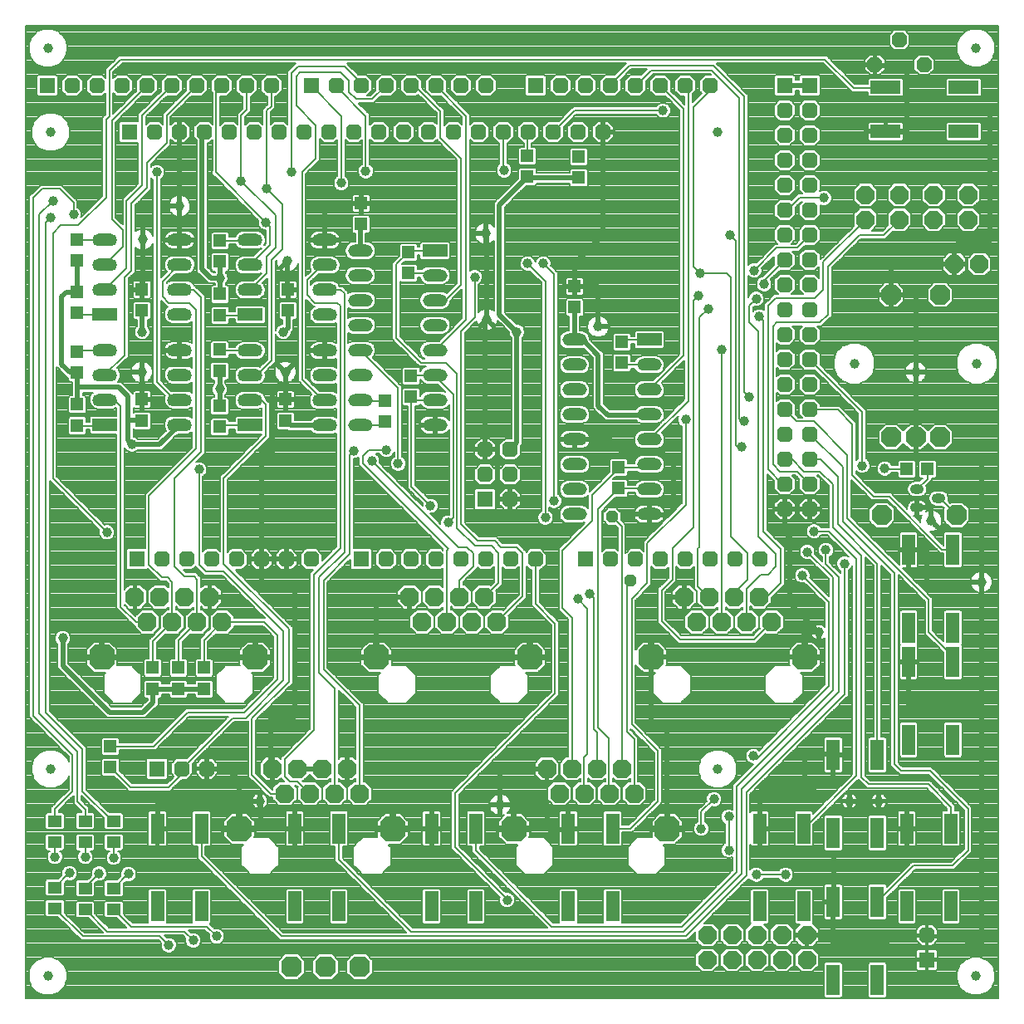
<source format=gtl>
%FSLAX35Y35*%
%MOIN*%
%IN16=KupferobenL2(X.GTL)*%
%ADD10C,0.00591*%
%ADD11C,0.00512*%
%ADD12C,0.00614*%
%ADD13C,0.00768*%
%ADD14C,0.00787*%
%ADD15C,0.01024*%
%ADD16C,0.01181*%
%ADD17C,0.01575*%
%ADD18C,0.01969*%
%ADD19C,0.02362*%
%ADD20C,0.02795*%
%ADD21C,0.03150*%
%ADD22C,0.03937*%
%ADD23C,0.06299*%
%ADD24C,0.12205*%
%ADD25C,0.13780*%
%ADD26C,0.14173*%
%AMR_27*21,1,0.00787,0.00787,0,0,0.000*%
%ADD27R_27*%
%AMR_28*21,1,0.01575,0.01575,0,0,0.000*%
%ADD28R_28*%
%AMR_29*21,1,0.01870,0.01870,0,0,0.000*%
%ADD29R_29*%
%AMR_30*21,1,0.01969,0.01969,0,0,0.000*%
%ADD30R_30*%
%AMR_31*21,1,0.02559,0.02559,0,0,0.000*%
%ADD31R_31*%
%AMR_32*21,1,0.03937,0.12441,0,0,180.000*%
%ADD32R_32*%
%AMR_33*21,1,0.04587,0.05433,0,0,90.000*%
%ADD33R_33*%
%AMR_34*21,1,0.05000,0.05000,0,0,0.000*%
%ADD34R_34*%
%AMR_35*21,1,0.05000,0.05000,0,0,90.000*%
%ADD35R_35*%
%AMR_36*21,1,0.05000,0.05000,0,0,270.000*%
%ADD36R_36*%
%AMR_37*21,1,0.05000,0.09843,0,0,270.000*%
%ADD37R_37*%
%AMR_38*21,1,0.05000,0.10000,0,0,90.000*%
%ADD38R_38*%
%AMR_39*21,1,0.05512,0.07087,0,0,90.000*%
%ADD39R_39*%
%AMR_40*21,1,0.12205,0.05118,0,0,90.000*%
%ADD40R_40*%
%AMR_41*21,1,0.12205,0.05118,0,0,180.000*%
%ADD41R_41*%
%AMR_42*21,1,0.19685,0.19685,0,0,0.000*%
%ADD42R_42*%
%AMOCT_43*4,1,8,0.023622,0.011811,0.011811,0.023622,-0.011811,0.023622,-0.023622,0.011811,-0.023622,-0.011811,-0.011811,-0.023622,0.011811,-0.023622,0.023622,-0.011811,0.023622,0.011811,0.000*%
%ADD43OCT_43*%
%AMOCT_44*4,1,8,0.029528,0.014764,0.014764,0.029528,-0.014764,0.029528,-0.029528,0.014764,-0.029528,-0.014764,-0.014764,-0.029528,0.014764,-0.029528,0.029528,-0.014764,0.029528,0.014764,0.000*%
%ADD44OCT_44*%
%AMOCT_45*4,1,8,0.031496,0.015748,0.015748,0.031496,-0.015748,0.031496,-0.031496,0.015748,-0.031496,-0.015748,-0.015748,-0.031496,0.015748,-0.031496,0.031496,-0.015748,0.031496,0.015748,-0.000*%
%ADD45OCT_45*%
%AMOCT_46*4,1,8,0.031496,0.015748,0.015748,0.031496,-0.015748,0.031496,-0.031496,0.015748,-0.031496,-0.015748,-0.015748,-0.031496,0.015748,-0.031496,0.031496,-0.015748,0.031496,0.015748,90.000*%
%ADD46OCT_46*%
%AMOCT_47*4,1,8,0.031496,0.015748,0.015748,0.031496,-0.015748,0.031496,-0.031496,0.015748,-0.031496,-0.015748,-0.015748,-0.031496,0.015748,-0.031496,0.031496,-0.015748,0.031496,0.015748,270.000*%
%ADD47OCT_47*%
%AMOCT_48*4,1,8,0.035433,0.017717,0.017717,0.035433,-0.017717,0.035433,-0.035433,0.017717,-0.035433,-0.017717,-0.017717,-0.035433,0.017717,-0.035433,0.035433,-0.017717,0.035433,0.017717,-0.000*%
%ADD48OCT_48*%
%AMOCT_49*4,1,8,0.035433,0.017717,0.017717,0.035433,-0.017717,0.035433,-0.035433,0.017717,-0.035433,-0.017717,-0.017717,-0.035433,0.017717,-0.035433,0.035433,-0.017717,0.035433,0.017717,180.000*%
%ADD49OCT_49*%
%AMOCT_50*4,1,8,0.035433,0.017717,0.017717,0.035433,-0.017717,0.035433,-0.035433,0.017717,-0.035433,-0.017717,-0.017717,-0.035433,0.017717,-0.035433,0.035433,-0.017717,0.035433,0.017717,270.000*%
%ADD50OCT_50*%
%AMOCT_51*4,1,8,0.037402,0.018701,0.018701,0.037402,-0.018701,0.037402,-0.037402,0.018701,-0.037402,-0.018701,-0.018701,-0.037402,0.018701,-0.037402,0.037402,-0.018701,0.037402,0.018701,180.000*%
%ADD51OCT_51*%
%AMOCT_52*4,1,8,0.039370,0.019685,0.019685,0.039370,-0.019685,0.039370,-0.039370,0.019685,-0.039370,-0.019685,-0.019685,-0.039370,0.019685,-0.039370,0.039370,-0.019685,0.039370,0.019685,0.000*%
%ADD52OCT_52*%
%AMOCT_53*4,1,8,0.041339,0.020669,0.020669,0.041339,-0.020669,0.041339,-0.041339,0.020669,-0.041339,-0.020669,-0.020669,-0.041339,0.020669,-0.041339,0.041339,-0.020669,0.041339,0.020669,180.000*%
%ADD53OCT_53*%
%AMOCT_54*4,1,8,0.051181,0.025591,0.025591,0.051181,-0.025591,0.051181,-0.051181,0.025591,-0.051181,-0.025591,-0.025591,-0.051181,0.025591,-0.051181,0.051181,-0.025591,0.051181,0.025591,180.000*%
%ADD54OCT_54*%
%AMOCT_55*4,1,8,0.063976,0.031988,0.031988,0.063976,-0.031988,0.063976,-0.063976,0.031988,-0.063976,-0.031988,-0.031988,-0.063976,0.031988,-0.063976,0.063976,-0.031988,0.063976,0.031988,180.000*%
%ADD55OCT_55*%
%AMO_56*20,1,0.03937,-0.00787,0.00000,0.00787,0.00000,0*1,1,0.03937,-0.00787,0.00000*1,1,0.03937,0.00787,0.00000*%
%ADD56O_56*%
%AMO_57*20,1,0.05000,-0.02421,0.00000,0.02421,0.00000,0*1,1,0.05000,-0.02421,0.00000*1,1,0.05000,0.02421,0.00000*%
%ADD57O_57*%
%AMO_58*20,1,0.05000,0.02500,0.00000,-0.02500,0.00000,0*1,1,0.05000,0.02500,0.00000*1,1,0.05000,-0.02500,0.00000*%
%ADD58O_58*%
%AMRR_59*21,1,0.06299,0.05039,0,0,-0.000*21,1,0.05039,0.06299,0,0,-0.000*1,1,0.01260,0.02520,0.02520*1,1,0.01260,-0.02520,-0.02520*1,1,0.01260,0.02520,-0.02520*1,1,0.01260,-0.02520,0.02520*%
%ADD59RR_59*%
%AMRR_60*21,1,0.06299,0.05039,0,0,90.000*21,1,0.05039,0.06299,0,0,90.000*1,1,0.01260,-0.02520,0.02520*1,1,0.01260,0.02520,-0.02520*1,1,0.01260,0.02520,0.02520*1,1,0.01260,-0.02520,-0.02520*%
%ADD60RR_60*%
%AMRR_61*21,1,0.06299,0.05039,0,0,270.000*21,1,0.05039,0.06299,0,0,270.000*1,1,0.01260,0.02520,-0.02520*1,1,0.01260,-0.02520,0.02520*1,1,0.01260,-0.02520,-0.02520*1,1,0.01260,0.02520,0.02520*%
%ADD61RR_61*%
G54D10*
X54215Y69209D02*
X52441Y69357D01*
X52556Y70730D01*
X54329Y70583D01*
X54215Y69209D01*
X52475Y69761D02*
X54261Y69761D01*
X52521Y70312D02*
X54307Y70312D01*
X164254Y69209D02*
X162481Y69357D01*
X162595Y70730D01*
X164369Y70583D01*
X164254Y69209D01*
X162514Y69761D02*
X164300Y69761D01*
X162560Y70312D02*
X164346Y70312D01*
X187128Y273506D02*
X184427Y270805D01*
X183453Y271780D01*
X186154Y274481D01*
X187128Y273506D01*
X183876Y271357D02*
X184979Y271357D01*
X183581Y271908D02*
X185530Y271908D01*
X184132Y272459D02*
X186081Y272459D01*
X184683Y273010D02*
X186632Y273010D01*
X185235Y273561D02*
X187073Y273561D01*
X185786Y274113D02*
X186522Y274113D01*
X107010Y296931D02*
X104309Y294231D01*
X103335Y295205D01*
X106036Y297906D01*
X107010Y296931D01*
X103758Y294782D02*
X104861Y294782D01*
X103463Y295333D02*
X105412Y295333D01*
X104014Y295884D02*
X105963Y295884D01*
X104565Y296435D02*
X106514Y296435D01*
X105117Y296987D02*
X106955Y296987D01*
X105668Y297538D02*
X106404Y297538D01*
X105248Y252664D02*
X102548Y255365D01*
X103522Y256339D01*
X106223Y253638D01*
X105248Y252664D01*
X104697Y253215D02*
X105800Y253215D01*
X104146Y253766D02*
X106095Y253766D01*
X103595Y254318D02*
X105544Y254318D01*
X103044Y254869D02*
X104992Y254869D01*
X102603Y255420D02*
X104441Y255420D01*
X103154Y255971D02*
X103890Y255971D01*
X109341Y255365D02*
X106847Y252871D01*
X105873Y253845D01*
X108367Y256339D01*
X109341Y255365D01*
X106296Y253422D02*
X107399Y253422D01*
X106001Y253973D02*
X107950Y253973D01*
X106552Y254525D02*
X108501Y254525D01*
X107103Y255076D02*
X109052Y255076D01*
X107655Y255627D02*
X109079Y255627D01*
X108206Y256178D02*
X108528Y256178D01*
X109341Y255365D02*
X106847Y252871D01*
X105873Y253845D01*
X108367Y256339D01*
X109341Y255365D01*
X106296Y253422D02*
X107399Y253422D01*
X106001Y253973D02*
X107950Y253973D01*
X106552Y254525D02*
X108501Y254525D01*
X107103Y255076D02*
X109052Y255076D01*
X107655Y255627D02*
X109079Y255627D01*
X108206Y256178D02*
X108528Y256178D01*
X189272Y270805D02*
X186572Y273506D01*
X187546Y274481D01*
X190247Y271780D01*
X189272Y270805D01*
X188721Y271357D02*
X189823Y271357D01*
X188170Y271908D02*
X190119Y271908D01*
X187619Y272459D02*
X189567Y272459D01*
X187068Y273010D02*
X189016Y273010D01*
X186627Y273561D02*
X188465Y273561D01*
X187178Y274113D02*
X187914Y274113D01*
X367619Y189900D02*
X364918Y192601D01*
X365892Y193575D01*
X368593Y190874D01*
X367619Y189900D01*
X367068Y190451D02*
X368170Y190451D01*
X366516Y191002D02*
X368465Y191002D01*
X365965Y191554D02*
X367914Y191554D01*
X365414Y192105D02*
X367363Y192105D01*
X364973Y192656D02*
X366812Y192656D01*
X365524Y193207D02*
X366260Y193207D01*
G54D14*
X363779Y26761D02*
X363425Y27116D01*
X356535Y388333D02*
X356365Y388504D01*
X355656Y389212D01*
X354948Y389921D01*
X354367Y390502D01*
X350435Y390502D01*
X348267Y388333D02*
X348437Y388504D01*
X349146Y389212D01*
X349855Y389921D01*
X350435Y390502D01*
X348267Y384402D02*
X348267Y384961D01*
X348267Y385669D01*
X348267Y386378D01*
X348267Y387087D01*
X348267Y387795D01*
X348267Y388333D01*
X350435Y382233D02*
X349834Y382835D01*
X349125Y383543D01*
X348417Y384252D01*
X348267Y384402D01*
X350435Y382233D02*
X354367Y382233D01*
X354968Y382835D01*
X355677Y383543D01*
X356385Y384252D01*
X356535Y384402D01*
X356535Y384961D01*
X356535Y385669D01*
X356535Y386378D01*
X356535Y387087D01*
X356535Y387795D01*
X356535Y388333D01*
X387553Y389703D02*
X386960Y389921D01*
X385036Y390630D01*
X384635Y390777D01*
X381564Y390777D01*
X378647Y389703D02*
X379240Y389921D01*
X381164Y390630D01*
X381564Y390777D01*
X376497Y387553D02*
X376739Y387795D01*
X377448Y388504D01*
X378157Y389212D01*
X378647Y389703D01*
X375422Y384635D02*
X375542Y384961D01*
X375803Y385669D01*
X376064Y386378D01*
X376325Y387087D01*
X376497Y387553D01*
X375422Y381564D02*
X375422Y382126D01*
X375422Y382835D01*
X375422Y383543D01*
X375422Y384252D01*
X375422Y384635D01*
X376497Y378647D02*
X376260Y379291D01*
X375999Y380000D01*
X375738Y380709D01*
X375477Y381417D01*
X375422Y381564D01*
X378647Y376497D02*
X377979Y377165D01*
X377270Y377874D01*
X376562Y378583D01*
X376497Y378647D01*
X381564Y375422D02*
X380681Y375748D01*
X378757Y376457D01*
X378647Y376497D01*
X381564Y375422D02*
X384635Y375422D01*
X385519Y375748D01*
X387443Y376457D01*
X387553Y376497D01*
X388221Y377165D01*
X388930Y377874D01*
X389638Y378583D01*
X389703Y378647D01*
X389940Y379291D01*
X390201Y380000D01*
X390462Y380709D01*
X390723Y381417D01*
X390777Y381564D01*
X390777Y382126D01*
X390777Y382835D01*
X390777Y383543D01*
X390777Y384252D01*
X390777Y384635D01*
X390658Y384961D01*
X390397Y385669D01*
X390136Y386378D01*
X389874Y387087D01*
X389703Y387553D01*
X389460Y387795D01*
X388752Y388504D01*
X388043Y389212D01*
X387553Y389703D01*
X15053Y389703D02*
X14460Y389921D01*
X12536Y390630D01*
X12135Y390777D01*
X9064Y390777D01*
X6147Y389703D02*
X6740Y389921D01*
X8664Y390630D01*
X9064Y390777D01*
X3997Y387553D02*
X4239Y387795D01*
X4948Y388504D01*
X5657Y389212D01*
X6147Y389703D01*
X2922Y384635D02*
X3042Y384961D01*
X3303Y385669D01*
X3564Y386378D01*
X3825Y387087D01*
X3997Y387553D01*
X2922Y381564D02*
X2922Y382126D01*
X2922Y382835D01*
X2922Y383543D01*
X2922Y384252D01*
X2922Y384635D01*
X3997Y378647D02*
X3760Y379291D01*
X3499Y380000D01*
X3238Y380709D01*
X2977Y381417D01*
X2922Y381564D01*
X6147Y376497D02*
X5479Y377165D01*
X4770Y377874D01*
X4062Y378583D01*
X3997Y378647D01*
X9064Y375422D02*
X8181Y375748D01*
X6257Y376457D01*
X6147Y376497D01*
X9064Y375422D02*
X12135Y375422D01*
X13019Y375748D01*
X14943Y376457D01*
X15053Y376497D01*
X15721Y377165D01*
X16430Y377874D01*
X17138Y378583D01*
X17203Y378647D01*
X17440Y379291D01*
X17701Y380000D01*
X17962Y380709D01*
X18223Y381417D01*
X18277Y381564D01*
X18277Y382126D01*
X18277Y382835D01*
X18277Y383543D01*
X18277Y384252D01*
X18277Y384635D01*
X18158Y384961D01*
X17897Y385669D01*
X17636Y386378D01*
X17374Y387087D01*
X17203Y387553D01*
X16960Y387795D01*
X16252Y388504D01*
X15543Y389212D01*
X15053Y389703D01*
X366378Y378333D02*
X366129Y378583D01*
X365420Y379291D01*
X364711Y380000D01*
X364209Y380502D01*
X360278Y380502D01*
X358109Y378333D02*
X358359Y378583D01*
X359067Y379291D01*
X359776Y380000D01*
X360278Y380502D01*
X358109Y374402D02*
X358109Y375039D01*
X358109Y375748D01*
X358109Y376457D01*
X358109Y377165D01*
X358109Y377874D01*
X358109Y378333D01*
X360278Y372233D02*
X359598Y372913D01*
X358889Y373622D01*
X358181Y374331D01*
X358109Y374402D01*
X360278Y372233D02*
X364209Y372233D01*
X364889Y372913D01*
X365598Y373622D01*
X366307Y374331D01*
X366378Y374402D01*
X366378Y375039D01*
X366378Y375748D01*
X366378Y376457D01*
X366378Y377165D01*
X366378Y377874D01*
X366378Y378333D01*
X346693Y378333D02*
X346444Y378583D01*
X345735Y379291D01*
X345026Y380000D01*
X344524Y380502D01*
X342559Y380502D02*
X340593Y380502D01*
X338424Y378333D02*
X338673Y378583D01*
X339382Y379291D01*
X340091Y380000D01*
X340593Y380502D01*
X338424Y374402D02*
X338424Y375039D01*
X338424Y375748D01*
X338424Y376368D02*
X338424Y376457D01*
X338424Y377165D01*
X338424Y377874D01*
X338424Y378333D01*
X340593Y372233D02*
X339913Y372913D01*
X339204Y373622D01*
X338496Y374331D01*
X338424Y374402D01*
X342559Y372233D02*
X344524Y372233D01*
X345204Y372913D01*
X345913Y373622D01*
X346622Y374331D01*
X346693Y374402D01*
X346693Y375039D01*
X346693Y375748D01*
X346693Y376171D02*
X346693Y376457D01*
X346693Y377165D01*
X346693Y377874D01*
X346693Y378333D01*
X320709Y371739D02*
X320243Y372205D01*
X320016Y372431D01*
X312738Y372431D01*
X312046Y371739D02*
X312512Y372205D01*
X312738Y372431D01*
X312046Y370266D02*
X312046Y370787D01*
X312046Y371496D01*
X312046Y371739D01*
X312046Y370266D02*
X310669Y370266D01*
X310669Y370787D01*
X310669Y371496D01*
X310669Y371739D01*
X310203Y372205D01*
X309977Y372431D01*
X302699Y372431D01*
X302007Y371739D02*
X302473Y372205D01*
X302699Y372431D01*
X302007Y364461D02*
X302007Y365118D01*
X302007Y365827D01*
X302007Y366535D01*
X302007Y367244D01*
X302007Y367953D01*
X302007Y368661D01*
X302007Y369370D01*
X302007Y370079D01*
X302007Y370787D01*
X302007Y371496D01*
X302007Y371739D01*
X302699Y363769D02*
X302059Y364409D01*
X302007Y364461D01*
X302699Y363769D02*
X309977Y363769D01*
X310618Y364409D01*
X310669Y364461D01*
X310669Y365118D01*
X310669Y365827D01*
X310669Y365934D01*
X312046Y365934D01*
X312046Y364461D02*
X312046Y365118D01*
X312046Y365827D01*
X312046Y365934D01*
X312738Y363769D02*
X312098Y364409D01*
X312046Y364461D01*
X312738Y363769D02*
X320016Y363769D01*
X320657Y364409D01*
X320709Y364461D01*
X320709Y365118D01*
X320709Y365827D01*
X320709Y366535D01*
X320709Y367244D01*
X320709Y367953D01*
X320709Y368661D01*
X320709Y369370D01*
X320709Y370079D01*
X320709Y370787D01*
X320709Y371496D01*
X320709Y371739D01*
X230669Y370164D02*
X230046Y370787D01*
X229337Y371496D01*
X228629Y372205D01*
X228402Y372431D01*
X224274Y372431D01*
X222007Y370164D02*
X222630Y370787D01*
X223339Y371496D01*
X224048Y372205D01*
X224274Y372431D01*
X222007Y366036D02*
X222007Y366535D01*
X222007Y367244D01*
X222007Y367953D01*
X222007Y368661D01*
X222007Y369370D01*
X222007Y370079D01*
X222007Y370164D01*
X224274Y363769D02*
X223633Y364409D01*
X222925Y365118D01*
X222216Y365827D01*
X222007Y366036D01*
X224274Y363769D02*
X228402Y363769D01*
X229043Y364409D01*
X229751Y365118D01*
X230460Y365827D01*
X230669Y366036D01*
X230669Y366535D01*
X230669Y367244D01*
X230669Y367953D01*
X230669Y368661D01*
X230669Y369370D01*
X230669Y370079D01*
X230669Y370164D01*
X220669Y370164D02*
X220046Y370787D01*
X219337Y371496D01*
X218629Y372205D01*
X218402Y372431D01*
X214274Y372431D01*
X212007Y370164D02*
X212630Y370787D01*
X213339Y371496D01*
X214048Y372205D01*
X214274Y372431D01*
X212007Y366036D02*
X212007Y366535D01*
X212007Y367244D01*
X212007Y367953D01*
X212007Y368661D01*
X212007Y369370D01*
X212007Y370079D01*
X212007Y370164D01*
X214274Y363769D02*
X213633Y364409D01*
X212925Y365118D01*
X212216Y365827D01*
X212007Y366036D01*
X214274Y363769D02*
X218402Y363769D01*
X219043Y364409D01*
X219751Y365118D01*
X220460Y365827D01*
X220669Y366036D01*
X220669Y366535D01*
X220669Y367244D01*
X220669Y367953D01*
X220669Y368661D01*
X220669Y369370D01*
X220669Y370079D01*
X220669Y370164D01*
X210669Y371739D02*
X210203Y372205D01*
X209977Y372431D01*
X202699Y372431D01*
X202007Y371739D02*
X202473Y372205D01*
X202699Y372431D01*
X202007Y364461D02*
X202007Y365118D01*
X202007Y365827D01*
X202007Y366535D01*
X202007Y367244D01*
X202007Y367953D01*
X202007Y368661D01*
X202007Y369370D01*
X202007Y370079D01*
X202007Y370787D01*
X202007Y371496D01*
X202007Y371739D01*
X202699Y363769D02*
X202059Y364409D01*
X202007Y364461D01*
X202699Y363769D02*
X209977Y363769D01*
X210618Y364409D01*
X210669Y364461D01*
X210669Y365118D01*
X210669Y365827D01*
X210669Y366535D01*
X210669Y367244D01*
X210669Y367953D01*
X210669Y368661D01*
X210669Y369370D01*
X210669Y370079D01*
X210669Y370787D01*
X210669Y371496D01*
X210669Y371739D01*
X190709Y370164D02*
X190085Y370787D01*
X189377Y371496D01*
X188668Y372205D01*
X188442Y372431D01*
X184313Y372431D01*
X182046Y370164D02*
X182670Y370787D01*
X183378Y371496D01*
X184087Y372205D01*
X184313Y372431D01*
X182046Y366036D02*
X182046Y366535D01*
X182046Y367244D01*
X182046Y367953D01*
X182046Y368661D01*
X182046Y369370D01*
X182046Y370079D01*
X182046Y370164D01*
X184313Y363769D02*
X183673Y364409D01*
X182964Y365118D01*
X182255Y365827D01*
X182046Y366036D01*
X184313Y363769D02*
X188442Y363769D01*
X189082Y364409D01*
X189791Y365118D01*
X190500Y365827D01*
X190709Y366036D01*
X190709Y366535D01*
X190709Y367244D01*
X190709Y367953D01*
X190709Y368661D01*
X190709Y369370D01*
X190709Y370079D01*
X190709Y370164D01*
X180709Y370164D02*
X180085Y370787D01*
X179377Y371496D01*
X178668Y372205D01*
X178442Y372431D01*
X174313Y372431D01*
X172046Y370164D02*
X172670Y370787D01*
X173378Y371496D01*
X174087Y372205D01*
X174313Y372431D01*
X172046Y366036D02*
X172046Y366535D01*
X172046Y367244D01*
X172046Y367953D01*
X172046Y368661D01*
X172046Y369370D01*
X172046Y370079D01*
X172046Y370164D01*
X174313Y363769D02*
X173673Y364409D01*
X172964Y365118D01*
X172255Y365827D01*
X172046Y366036D01*
X174313Y363769D02*
X178442Y363769D01*
X179082Y364409D01*
X179791Y365118D01*
X180500Y365827D01*
X180709Y366036D01*
X180709Y366535D01*
X180709Y367244D01*
X180709Y367953D01*
X180709Y368661D01*
X180709Y369370D01*
X180709Y370079D01*
X180709Y370164D01*
X24606Y370164D02*
X23983Y370787D01*
X23274Y371496D01*
X22566Y372205D01*
X22339Y372431D01*
X18211Y372431D01*
X15944Y370164D02*
X16567Y370787D01*
X17276Y371496D01*
X17985Y372205D01*
X18211Y372431D01*
X15944Y366036D02*
X15944Y366535D01*
X15944Y367244D01*
X15944Y367953D01*
X15944Y368661D01*
X15944Y369370D01*
X15944Y370079D01*
X15944Y370164D01*
X18211Y363769D02*
X17570Y364409D01*
X16862Y365118D01*
X16153Y365827D01*
X15944Y366036D01*
X18211Y363769D02*
X22339Y363769D01*
X22980Y364409D01*
X23688Y365118D01*
X24397Y365827D01*
X24606Y366036D01*
X24606Y366535D01*
X24606Y367244D01*
X24606Y367953D01*
X24606Y368661D01*
X24606Y369370D01*
X24606Y370079D01*
X24606Y370164D01*
X14606Y371739D02*
X14140Y372205D01*
X13914Y372431D01*
X6636Y372431D01*
X5944Y371739D02*
X6410Y372205D01*
X6636Y372431D01*
X5944Y364461D02*
X5944Y365118D01*
X5944Y365827D01*
X5944Y366535D01*
X5944Y367244D01*
X5944Y367953D01*
X5944Y368661D01*
X5944Y369370D01*
X5944Y370079D01*
X5944Y370787D01*
X5944Y371496D01*
X5944Y371739D01*
X6636Y363769D02*
X5996Y364409D01*
X5944Y364461D01*
X6636Y363769D02*
X13914Y363769D01*
X14555Y364409D01*
X14606Y364461D01*
X14606Y365118D01*
X14606Y365827D01*
X14606Y366535D01*
X14606Y367244D01*
X14606Y367953D01*
X14606Y368661D01*
X14606Y369370D01*
X14606Y370079D01*
X14606Y370787D01*
X14606Y371496D01*
X14606Y371739D01*
X385472Y370361D02*
X385046Y370787D01*
X384780Y371053D01*
X371597Y371053D01*
X370905Y370361D02*
X371331Y370787D01*
X371597Y371053D01*
X370905Y364264D02*
X370905Y364409D01*
X370905Y365118D01*
X370905Y365827D01*
X370905Y366535D01*
X370905Y367244D01*
X370905Y367953D01*
X370905Y368661D01*
X370905Y369370D01*
X370905Y370079D01*
X370905Y370361D01*
X371597Y363572D02*
X371468Y363701D01*
X370905Y364264D01*
X371597Y363572D02*
X384780Y363572D01*
X384909Y363701D01*
X385472Y364264D01*
X385472Y364409D01*
X385472Y365118D01*
X385472Y365827D01*
X385472Y366535D01*
X385472Y367244D01*
X385472Y367953D01*
X385472Y368661D01*
X385472Y369370D01*
X385472Y370079D01*
X385472Y370361D01*
X324055Y379185D02*
X323949Y379291D01*
X323241Y380000D01*
X323132Y380108D01*
X39150Y380108D01*
X38227Y379185D02*
X38333Y379291D01*
X39042Y380000D01*
X39150Y380108D01*
X38227Y379185D02*
X38227Y379185D01*
X34623Y375581D02*
X34790Y375748D01*
X35499Y376457D01*
X36207Y377165D01*
X36916Y377874D01*
X37625Y378583D01*
X38227Y379185D01*
X34623Y375581D02*
X34623Y375581D01*
X33700Y374658D02*
X34081Y375039D01*
X34623Y375581D01*
X33700Y371070D02*
X33700Y371496D01*
X33700Y372205D01*
X33700Y372913D01*
X33700Y373622D01*
X33700Y374331D01*
X33700Y374658D01*
X33700Y371070D02*
X33274Y371496D01*
X32566Y372205D01*
X32339Y372431D01*
X28211Y372431D01*
X25944Y370164D02*
X26567Y370787D01*
X27276Y371496D01*
X27985Y372205D01*
X28211Y372431D01*
X25944Y366036D02*
X25944Y366535D01*
X25944Y367244D01*
X25944Y367953D01*
X25944Y368661D01*
X25944Y369370D01*
X25944Y370079D01*
X25944Y370164D01*
X28211Y363769D02*
X27570Y364409D01*
X26862Y365118D01*
X26153Y365827D01*
X25944Y366036D01*
X28211Y363769D02*
X32339Y363769D01*
X32980Y364409D01*
X33688Y365118D01*
X33700Y365129D01*
X33700Y356548D02*
X33700Y356614D01*
X33700Y357323D01*
X33700Y358031D01*
X33700Y358740D01*
X33700Y359449D01*
X33700Y360157D01*
X33700Y360866D01*
X33700Y361575D01*
X33700Y362283D01*
X33700Y362992D01*
X33700Y363701D01*
X33700Y364409D01*
X33700Y365118D01*
X33700Y365129D01*
X33245Y356092D02*
X33700Y356548D01*
X33245Y356092D02*
X33245Y356092D01*
X32322Y355170D02*
X32349Y355197D01*
X33058Y355905D01*
X33245Y356092D01*
X32322Y323674D02*
X32322Y324016D01*
X32322Y324724D01*
X32322Y325433D01*
X32322Y326142D01*
X32322Y326850D01*
X32322Y327559D01*
X32322Y328268D01*
X32322Y328976D01*
X32322Y329685D01*
X32322Y330394D01*
X32322Y331102D01*
X32322Y331811D01*
X32322Y332520D01*
X32322Y333228D01*
X32322Y333937D01*
X32322Y334646D01*
X32322Y335354D01*
X32322Y336063D01*
X32322Y336772D01*
X32322Y337480D01*
X32322Y338189D01*
X32322Y338898D01*
X32322Y339606D01*
X32322Y340315D01*
X32322Y341024D01*
X32322Y341732D01*
X32322Y342441D01*
X32322Y343150D01*
X32322Y343858D01*
X32322Y344567D01*
X32322Y345275D01*
X32322Y345984D01*
X32322Y346693D01*
X32322Y347401D01*
X32322Y348110D01*
X32322Y348819D01*
X32322Y349527D01*
X32322Y350236D01*
X32322Y350945D01*
X32322Y351653D01*
X32322Y352362D01*
X32322Y353071D01*
X32322Y353779D01*
X32322Y354488D01*
X32322Y355170D01*
X23885Y315237D02*
X24160Y315512D01*
X24869Y316220D01*
X25577Y316929D01*
X26286Y317638D01*
X26995Y318346D01*
X27703Y319055D01*
X28412Y319764D01*
X29121Y320472D01*
X29829Y321181D01*
X30538Y321890D01*
X31247Y322598D01*
X31955Y323307D01*
X32322Y323674D01*
X23885Y315237D02*
X23986Y315512D01*
X24055Y315698D01*
X24055Y316220D01*
X24055Y316929D01*
X24055Y316958D01*
X23805Y317638D01*
X23614Y318155D01*
X23423Y318346D01*
X22732Y319037D01*
X22684Y319055D01*
X22480Y319130D01*
X22480Y319764D01*
X22480Y320472D01*
X22480Y321181D01*
X22480Y321705D01*
X22296Y321890D01*
X21587Y322598D01*
X21557Y322628D01*
X21557Y322628D01*
X20878Y323307D01*
X20170Y324016D01*
X19461Y324724D01*
X18752Y325433D01*
X18044Y326142D01*
X17335Y326850D01*
X16968Y327217D01*
X16968Y327217D01*
X16626Y327559D01*
X16046Y328140D01*
X7654Y328140D01*
X6731Y327217D02*
X7073Y327559D01*
X7654Y328140D01*
X6731Y327217D02*
X6731Y327217D01*
X4111Y324596D02*
X4239Y324724D01*
X4947Y325433D01*
X5656Y326142D01*
X6365Y326850D01*
X6731Y327217D01*
X4111Y324596D02*
X4111Y324596D01*
X3188Y323674D02*
X3530Y324016D01*
X4111Y324596D01*
X3188Y114495D02*
X3188Y114961D01*
X3188Y115669D01*
X3188Y116378D01*
X3188Y117087D01*
X3188Y117795D01*
X3188Y118504D01*
X3188Y119212D01*
X3188Y119921D01*
X3188Y120630D01*
X3188Y121338D01*
X3188Y122047D01*
X3188Y122756D01*
X3188Y123464D01*
X3188Y124173D01*
X3188Y124882D01*
X3188Y125590D01*
X3188Y126299D01*
X3188Y127008D01*
X3188Y127716D01*
X3188Y128425D01*
X3188Y129134D01*
X3188Y129842D01*
X3188Y130551D01*
X3188Y131260D01*
X3188Y131968D01*
X3188Y132677D01*
X3188Y133386D01*
X3188Y134094D01*
X3188Y134803D01*
X3188Y135512D01*
X3188Y136220D01*
X3188Y136929D01*
X3188Y137638D01*
X3188Y138346D01*
X3188Y139055D01*
X3188Y139764D01*
X3188Y140472D01*
X3188Y141181D01*
X3188Y141890D01*
X3188Y142598D01*
X3188Y143307D01*
X3188Y144016D01*
X3188Y144724D01*
X3188Y145433D01*
X3188Y146142D01*
X3188Y146850D01*
X3188Y147559D01*
X3188Y148268D01*
X3188Y148976D01*
X3188Y149685D01*
X3188Y150394D01*
X3188Y151102D01*
X3188Y151811D01*
X3188Y152520D01*
X3188Y153228D01*
X3188Y153937D01*
X3188Y154646D01*
X3188Y155354D01*
X3188Y156063D01*
X3188Y156772D01*
X3188Y157480D01*
X3188Y158189D01*
X3188Y158898D01*
X3188Y159606D01*
X3188Y160315D01*
X3188Y161024D01*
X3188Y161732D01*
X3188Y162441D01*
X3188Y163150D01*
X3188Y163858D01*
X3188Y164567D01*
X3188Y165275D01*
X3188Y165984D01*
X3188Y166693D01*
X3188Y167401D01*
X3188Y168110D01*
X3188Y168819D01*
X3188Y169527D01*
X3188Y170236D01*
X3188Y170945D01*
X3188Y171653D01*
X3188Y172362D01*
X3188Y173071D01*
X3188Y173779D01*
X3188Y174488D01*
X3188Y175197D01*
X3188Y175905D01*
X3188Y176614D01*
X3188Y177323D01*
X3188Y178031D01*
X3188Y178740D01*
X3188Y179449D01*
X3188Y180157D01*
X3188Y180866D01*
X3188Y181575D01*
X3188Y182283D01*
X3188Y182992D01*
X3188Y183701D01*
X3188Y184409D01*
X3188Y185118D01*
X3188Y185827D01*
X3188Y186535D01*
X3188Y187244D01*
X3188Y187953D01*
X3188Y188661D01*
X3188Y189370D01*
X3188Y190079D01*
X3188Y190787D01*
X3188Y191496D01*
X3188Y192205D01*
X3188Y192913D01*
X3188Y193622D01*
X3188Y194331D01*
X3188Y195039D01*
X3188Y195748D01*
X3188Y196457D01*
X3188Y197165D01*
X3188Y197874D01*
X3188Y198583D01*
X3188Y199291D01*
X3188Y200000D01*
X3188Y200709D01*
X3188Y201417D01*
X3188Y202126D01*
X3188Y202835D01*
X3188Y203543D01*
X3188Y204252D01*
X3188Y204961D01*
X3188Y205669D01*
X3188Y206378D01*
X3188Y207087D01*
X3188Y207795D01*
X3188Y208504D01*
X3188Y209212D01*
X3188Y209921D01*
X3188Y210630D01*
X3188Y211338D01*
X3188Y212047D01*
X3188Y212756D01*
X3188Y213464D01*
X3188Y214173D01*
X3188Y214882D01*
X3188Y215590D01*
X3188Y216299D01*
X3188Y217008D01*
X3188Y217716D01*
X3188Y218425D01*
X3188Y219134D01*
X3188Y219842D01*
X3188Y220551D01*
X3188Y221260D01*
X3188Y221968D01*
X3188Y222677D01*
X3188Y223386D01*
X3188Y224094D01*
X3188Y224803D01*
X3188Y225512D01*
X3188Y226220D01*
X3188Y226929D01*
X3188Y227638D01*
X3188Y228346D01*
X3188Y229055D01*
X3188Y229764D01*
X3188Y230472D01*
X3188Y231181D01*
X3188Y231890D01*
X3188Y232598D01*
X3188Y233307D01*
X3188Y234016D01*
X3188Y234724D01*
X3188Y235433D01*
X3188Y236142D01*
X3188Y236850D01*
X3188Y237559D01*
X3188Y238268D01*
X3188Y238976D01*
X3188Y239685D01*
X3188Y240394D01*
X3188Y241102D01*
X3188Y241811D01*
X3188Y242520D01*
X3188Y243228D01*
X3188Y243937D01*
X3188Y244646D01*
X3188Y245354D01*
X3188Y246063D01*
X3188Y246772D01*
X3188Y247480D01*
X3188Y248189D01*
X3188Y248898D01*
X3188Y249606D01*
X3188Y250315D01*
X3188Y251024D01*
X3188Y251732D01*
X3188Y252441D01*
X3188Y253150D01*
X3188Y253858D01*
X3188Y254567D01*
X3188Y255275D01*
X3188Y255984D01*
X3188Y256693D01*
X3188Y257401D01*
X3188Y258110D01*
X3188Y258819D01*
X3188Y259527D01*
X3188Y260236D01*
X3188Y260945D01*
X3188Y261653D01*
X3188Y262362D01*
X3188Y263071D01*
X3188Y263779D01*
X3188Y264488D01*
X3188Y265197D01*
X3188Y265905D01*
X3188Y266614D01*
X3188Y267323D01*
X3188Y268031D01*
X3188Y268740D01*
X3188Y269449D01*
X3188Y270157D01*
X3188Y270866D01*
X3188Y271575D01*
X3188Y272283D01*
X3188Y272992D01*
X3188Y273701D01*
X3188Y274409D01*
X3188Y275118D01*
X3188Y275827D01*
X3188Y276535D01*
X3188Y277244D01*
X3188Y277953D01*
X3188Y278661D01*
X3188Y279370D01*
X3188Y280079D01*
X3188Y280787D01*
X3188Y281496D01*
X3188Y282205D01*
X3188Y282913D01*
X3188Y283622D01*
X3188Y284331D01*
X3188Y285039D01*
X3188Y285748D01*
X3188Y286457D01*
X3188Y287165D01*
X3188Y287874D01*
X3188Y288583D01*
X3188Y289291D01*
X3188Y290000D01*
X3188Y290709D01*
X3188Y291417D01*
X3188Y292126D01*
X3188Y292835D01*
X3188Y293543D01*
X3188Y294252D01*
X3188Y294961D01*
X3188Y295669D01*
X3188Y296378D01*
X3188Y297087D01*
X3188Y297795D01*
X3188Y298504D01*
X3188Y299212D01*
X3188Y299921D01*
X3188Y300630D01*
X3188Y301338D01*
X3188Y302047D01*
X3188Y302756D01*
X3188Y303464D01*
X3188Y304173D01*
X3188Y304882D01*
X3188Y305590D01*
X3188Y306299D01*
X3188Y307008D01*
X3188Y307716D01*
X3188Y308425D01*
X3188Y309134D01*
X3188Y309842D01*
X3188Y310551D01*
X3188Y311260D01*
X3188Y311968D01*
X3188Y312677D01*
X3188Y313386D01*
X3188Y314094D01*
X3188Y314803D01*
X3188Y315512D01*
X3188Y316220D01*
X3188Y316929D01*
X3188Y317638D01*
X3188Y318346D01*
X3188Y319055D01*
X3188Y319764D01*
X3188Y320472D01*
X3188Y321181D01*
X3188Y321890D01*
X3188Y322598D01*
X3188Y323307D01*
X3188Y323674D01*
X4111Y113572D02*
X3431Y114252D01*
X3188Y114495D01*
X4111Y113572D02*
X4111Y113572D01*
X18936Y98747D02*
X18313Y99370D01*
X17604Y100079D01*
X16895Y100787D01*
X16187Y101496D01*
X15478Y102205D01*
X14769Y102913D01*
X14061Y103622D01*
X13352Y104331D01*
X12643Y105039D01*
X11935Y105748D01*
X11226Y106457D01*
X10518Y107165D01*
X9809Y107874D01*
X9100Y108583D01*
X8392Y109291D01*
X7683Y110000D01*
X6974Y110709D01*
X6266Y111417D01*
X5557Y112126D01*
X4848Y112835D01*
X4140Y113543D01*
X4111Y113572D01*
X18936Y96606D02*
X18936Y97244D01*
X18936Y97953D01*
X18936Y98661D01*
X18936Y98747D01*
X18936Y96606D02*
X18701Y97244D01*
X18440Y97953D01*
X18344Y98212D01*
X17895Y98661D01*
X17187Y99370D01*
X16478Y100079D01*
X16195Y100362D01*
X15040Y100787D01*
X13277Y101437D01*
X10206Y101437D01*
X7289Y100362D02*
X8443Y100787D01*
X10206Y101437D01*
X5139Y98212D02*
X5588Y98661D01*
X6297Y99370D01*
X7005Y100079D01*
X7289Y100362D01*
X4064Y95295D02*
X4260Y95827D01*
X4521Y96535D01*
X4782Y97244D01*
X5043Y97953D01*
X5139Y98212D01*
X4064Y92224D02*
X4064Y92283D01*
X4064Y92992D01*
X4064Y93701D01*
X4064Y94409D01*
X4064Y95118D01*
X4064Y95295D01*
X5139Y89306D02*
X5086Y89449D01*
X4825Y90157D01*
X4564Y90866D01*
X4303Y91575D01*
X4064Y92224D01*
X7289Y87157D02*
X7123Y87323D01*
X6414Y88031D01*
X5705Y88740D01*
X5139Y89306D01*
X10206Y86082D02*
X8761Y86614D01*
X7289Y87157D01*
X10206Y86082D02*
X13277Y86082D01*
X14722Y86614D01*
X16195Y87157D01*
X16361Y87323D01*
X17069Y88031D01*
X17778Y88740D01*
X18344Y89306D01*
X18397Y89449D01*
X18658Y90157D01*
X18919Y90866D01*
X18936Y90913D01*
X18936Y85485D02*
X18936Y85905D01*
X18936Y86614D01*
X18936Y87323D01*
X18936Y88031D01*
X18936Y88740D01*
X18936Y89449D01*
X18936Y90157D01*
X18936Y90866D01*
X18936Y90913D01*
X12772Y79321D02*
X12979Y79527D01*
X13688Y80236D01*
X14396Y80945D01*
X15105Y81653D01*
X15814Y82362D01*
X16522Y83071D01*
X17231Y83779D01*
X17940Y84488D01*
X18648Y85197D01*
X18936Y85485D01*
X12772Y79321D02*
X12772Y79321D01*
X11850Y78398D02*
X12270Y78819D01*
X12772Y79321D01*
X11850Y76240D02*
X11850Y76693D01*
X11850Y77401D01*
X11850Y78110D01*
X11850Y78398D01*
X11850Y76240D02*
X10219Y76240D01*
X9527Y75548D02*
X9963Y75984D01*
X10219Y76240D01*
X9527Y69983D02*
X9527Y70315D01*
X9527Y71024D01*
X9527Y71732D01*
X9527Y72441D01*
X9527Y73150D01*
X9527Y73858D01*
X9527Y74567D01*
X9527Y75275D01*
X9527Y75548D01*
X10219Y69290D02*
X9903Y69606D01*
X9527Y69983D01*
X10219Y69290D02*
X16631Y69290D01*
X16946Y69606D01*
X17323Y69983D01*
X17323Y70315D01*
X17323Y71024D01*
X17323Y71732D01*
X17323Y72441D01*
X17323Y73150D01*
X17323Y73858D01*
X17323Y74567D01*
X17323Y75275D01*
X17323Y75548D01*
X16887Y75984D01*
X16631Y76240D01*
X15000Y76240D01*
X15000Y76693D01*
X15000Y77093D01*
X15308Y77401D01*
X16017Y78110D01*
X16726Y78819D01*
X17434Y79527D01*
X18143Y80236D01*
X18852Y80945D01*
X19560Y81653D01*
X20269Y82362D01*
X20905Y82998D01*
X20905Y80046D02*
X20905Y80236D01*
X20905Y80945D01*
X20905Y81653D01*
X20905Y82362D01*
X20905Y82998D01*
X21827Y79123D02*
X21423Y79527D01*
X20905Y80046D01*
X21827Y79123D02*
X21827Y79123D01*
X24054Y76896D02*
X23549Y77401D01*
X22840Y78110D01*
X22132Y78819D01*
X21827Y79123D01*
X24054Y76240D02*
X24054Y76693D01*
X24054Y76896D01*
X24054Y76240D02*
X22423Y76240D01*
X21731Y75548D02*
X22168Y75984D01*
X22423Y76240D01*
X21731Y69983D02*
X21731Y70315D01*
X21731Y71024D01*
X21731Y71732D01*
X21731Y72441D01*
X21731Y73150D01*
X21731Y73858D01*
X21731Y74567D01*
X21731Y75275D01*
X21731Y75548D01*
X22423Y69290D02*
X22108Y69606D01*
X21731Y69983D01*
X22423Y69290D02*
X28835Y69290D01*
X29151Y69606D01*
X29527Y69983D01*
X29527Y70315D01*
X29527Y71024D01*
X29527Y71732D01*
X29527Y72441D01*
X29527Y73150D01*
X29527Y73858D01*
X29527Y74567D01*
X29527Y75275D01*
X29527Y75548D01*
X29091Y75984D01*
X28835Y76240D01*
X27205Y76240D01*
X27205Y76693D01*
X27205Y77401D01*
X27205Y78110D01*
X27205Y78201D01*
X26587Y78819D01*
X26282Y79124D01*
X26282Y79124D01*
X25878Y79527D01*
X25170Y80236D01*
X24461Y80945D01*
X24055Y81351D01*
X24055Y81653D01*
X24055Y82362D01*
X24055Y82998D01*
X33149Y73904D02*
X32486Y74567D01*
X31777Y75275D01*
X31069Y75984D01*
X30360Y76693D01*
X29651Y77401D01*
X28943Y78110D01*
X28234Y78819D01*
X27525Y79527D01*
X26817Y80236D01*
X26108Y80945D01*
X25399Y81653D01*
X24691Y82362D01*
X24055Y82998D01*
X33149Y69983D02*
X33149Y70315D01*
X33149Y71024D01*
X33149Y71732D01*
X33149Y72441D01*
X33149Y73150D01*
X33149Y73858D01*
X33149Y73904D01*
X33841Y69290D02*
X33525Y69606D01*
X33149Y69983D01*
X33841Y69290D02*
X40253Y69290D01*
X40568Y69606D01*
X40945Y69983D01*
X40945Y70315D01*
X40945Y71024D01*
X40945Y71732D01*
X40945Y72441D01*
X40945Y73150D01*
X40945Y73858D01*
X40945Y74567D01*
X40945Y75275D01*
X40945Y75548D01*
X40509Y75984D01*
X40253Y76240D01*
X35268Y76240D01*
X34815Y76693D01*
X34107Y77401D01*
X33398Y78110D01*
X32689Y78819D01*
X31981Y79527D01*
X31272Y80236D01*
X30563Y80945D01*
X29855Y81653D01*
X29146Y82362D01*
X28437Y83071D01*
X27729Y83779D01*
X27020Y84488D01*
X26311Y85197D01*
X26024Y85485D01*
X26024Y85905D01*
X26024Y86614D01*
X26024Y87323D01*
X26024Y88031D01*
X26024Y88740D01*
X26024Y89449D01*
X26024Y90157D01*
X26024Y90866D01*
X26024Y91575D01*
X26024Y92283D01*
X26024Y92992D01*
X26024Y93701D01*
X26024Y94409D01*
X26024Y95118D01*
X26024Y95827D01*
X26024Y96535D01*
X26024Y97244D01*
X26024Y97953D01*
X26024Y98661D01*
X26024Y99370D01*
X26024Y100079D01*
X26024Y100787D01*
X26024Y101496D01*
X26024Y102205D01*
X26024Y102414D01*
X25524Y102913D01*
X25101Y103337D01*
X25101Y103337D01*
X24815Y103622D01*
X24107Y104331D01*
X23398Y105039D01*
X22689Y105748D01*
X21981Y106457D01*
X21272Y107165D01*
X20563Y107874D01*
X19855Y108583D01*
X19146Y109291D01*
X18437Y110000D01*
X17729Y110709D01*
X17020Y111417D01*
X16311Y112126D01*
X15603Y112835D01*
X14894Y113543D01*
X14185Y114252D01*
X13477Y114961D01*
X12768Y115669D01*
X12059Y116378D01*
X11457Y116981D01*
X11457Y117087D01*
X11457Y117795D01*
X11457Y118504D01*
X11457Y119212D01*
X11457Y119921D01*
X11457Y120630D01*
X11457Y121338D01*
X11457Y122047D01*
X11457Y122756D01*
X11457Y123464D01*
X11457Y124173D01*
X11457Y124882D01*
X11457Y125590D01*
X11457Y126299D01*
X11457Y127008D01*
X11457Y127716D01*
X11457Y128425D01*
X11457Y129134D01*
X11457Y129842D01*
X11457Y130551D01*
X11457Y131260D01*
X11457Y131968D01*
X11457Y132677D01*
X11457Y133386D01*
X11457Y134094D01*
X11457Y134803D01*
X11457Y135512D01*
X11457Y136220D01*
X11457Y136929D01*
X11457Y137638D01*
X11457Y138346D01*
X11457Y139055D01*
X11457Y139764D01*
X11457Y140472D01*
X11457Y141181D01*
X11457Y141890D01*
X11457Y142598D01*
X11457Y143307D01*
X11457Y144016D01*
X11457Y144724D01*
X11457Y145433D01*
X11457Y146142D01*
X11457Y146850D01*
X11457Y147559D01*
X11457Y148268D01*
X11457Y148976D01*
X11457Y149685D01*
X11457Y150394D01*
X11457Y151102D01*
X11457Y151811D01*
X11457Y152520D01*
X11457Y153228D01*
X11457Y153937D01*
X11457Y154646D01*
X11457Y155354D01*
X11457Y156063D01*
X11457Y156772D01*
X11457Y157480D01*
X11457Y158189D01*
X11457Y158898D01*
X11457Y159606D01*
X11457Y160315D01*
X11457Y161024D01*
X11457Y161732D01*
X11457Y162441D01*
X11457Y163150D01*
X11457Y163858D01*
X11457Y164567D01*
X11457Y165275D01*
X11457Y165984D01*
X11457Y166693D01*
X11457Y167401D01*
X11457Y168110D01*
X11457Y168819D01*
X11457Y169527D01*
X11457Y170236D01*
X11457Y170945D01*
X11457Y171653D01*
X11457Y172362D01*
X11457Y173071D01*
X11457Y173779D01*
X11457Y174488D01*
X11457Y175197D01*
X11457Y175905D01*
X11457Y176614D01*
X11457Y177323D01*
X11457Y178031D01*
X11457Y178740D01*
X11457Y179449D01*
X11457Y180157D01*
X11457Y180866D01*
X11457Y181575D01*
X11457Y182283D01*
X11457Y182992D01*
X11457Y183701D01*
X11457Y184409D01*
X11457Y185118D01*
X11457Y185827D01*
X11457Y186535D01*
X11457Y187244D01*
X11457Y187953D01*
X11457Y188661D01*
X11457Y189370D01*
X11457Y190079D01*
X11457Y190787D01*
X11457Y191496D01*
X11457Y192205D01*
X11457Y192913D01*
X11457Y193622D01*
X11457Y194331D01*
X11457Y195039D01*
X11457Y195748D01*
X11457Y196457D01*
X11457Y197165D01*
X11457Y197874D01*
X11457Y198583D01*
X11457Y199291D01*
X11457Y200000D01*
X11457Y200709D01*
X11457Y201417D01*
X11457Y202126D01*
X11457Y202835D01*
X11457Y203543D01*
X11457Y204252D01*
X11457Y204961D01*
X11457Y205669D01*
X11457Y206378D01*
X11457Y207087D01*
X11457Y207795D01*
X11457Y208504D01*
X11457Y209212D01*
X11457Y209376D01*
X11985Y208848D02*
X11620Y209212D01*
X11457Y209376D01*
X11985Y208848D02*
X11985Y208848D01*
X31220Y189613D02*
X30754Y190079D01*
X30045Y190787D01*
X29336Y191496D01*
X28628Y192205D01*
X27919Y192913D01*
X27210Y193622D01*
X26502Y194331D01*
X25793Y195039D01*
X25084Y195748D01*
X24376Y196457D01*
X23667Y197165D01*
X22958Y197874D01*
X22250Y198583D01*
X21541Y199291D01*
X20832Y200000D01*
X20124Y200709D01*
X19415Y201417D01*
X18706Y202126D01*
X17998Y202835D01*
X17289Y203543D01*
X16581Y204252D01*
X15872Y204961D01*
X15163Y205669D01*
X14455Y206378D01*
X13746Y207087D01*
X13037Y207795D01*
X12329Y208504D01*
X11985Y208848D01*
X31141Y189399D02*
X31220Y189613D01*
X31141Y188139D02*
X31141Y188661D01*
X31141Y189370D01*
X31141Y189399D01*
X31582Y186942D02*
X31471Y187244D01*
X31210Y187953D01*
X31141Y188139D01*
X32464Y186060D02*
X31989Y186535D01*
X31582Y186942D01*
X33661Y185619D02*
X33098Y185827D01*
X32464Y186060D01*
X33661Y185619D02*
X34921Y185619D01*
X35484Y185827D01*
X36118Y186060D01*
X36593Y186535D01*
X37000Y186942D01*
X37111Y187244D01*
X37372Y187953D01*
X37441Y188139D01*
X37441Y188661D01*
X37441Y189370D01*
X37441Y189399D01*
X37191Y190079D01*
X37000Y190596D01*
X36809Y190787D01*
X36118Y191478D01*
X36070Y191496D01*
X34921Y191919D01*
X33661Y191919D01*
X33447Y191840D02*
X33661Y191919D01*
X33447Y191840D02*
X33083Y192205D01*
X32374Y192913D01*
X31666Y193622D01*
X30957Y194331D01*
X30248Y195039D01*
X29540Y195748D01*
X28831Y196457D01*
X28122Y197165D01*
X27414Y197874D01*
X26705Y198583D01*
X25996Y199291D01*
X25288Y200000D01*
X24579Y200709D01*
X23870Y201417D01*
X23162Y202126D01*
X22453Y202835D01*
X21744Y203543D01*
X21036Y204252D01*
X20327Y204961D01*
X19619Y205669D01*
X18910Y206378D01*
X18201Y207087D01*
X17493Y207795D01*
X16784Y208504D01*
X16075Y209212D01*
X15367Y209921D01*
X14658Y210630D01*
X14212Y211075D01*
X14212Y211338D01*
X14212Y212047D01*
X14212Y212756D01*
X14212Y213464D01*
X14212Y214173D01*
X14212Y214882D01*
X14212Y215590D01*
X14212Y216299D01*
X14212Y217008D01*
X14212Y217716D01*
X14212Y218425D01*
X14212Y219134D01*
X14212Y219842D01*
X14212Y220551D01*
X14212Y221260D01*
X14212Y221968D01*
X14212Y222677D01*
X14212Y223386D01*
X14212Y224094D01*
X14212Y224803D01*
X14212Y225512D01*
X14212Y226220D01*
X14212Y226929D01*
X14212Y227638D01*
X14212Y228346D01*
X14212Y229055D01*
X14212Y229764D01*
X14212Y230472D01*
X14212Y231181D01*
X14212Y231890D01*
X14212Y232598D01*
X14212Y233307D01*
X14212Y234016D01*
X14212Y234724D01*
X14212Y235433D01*
X14212Y236142D01*
X14212Y236850D01*
X14212Y237559D01*
X14212Y238268D01*
X14212Y238976D01*
X14212Y239685D01*
X14212Y240394D01*
X14212Y241102D01*
X14212Y241811D01*
X14212Y242520D01*
X14212Y243228D01*
X14212Y243937D01*
X14212Y244646D01*
X14212Y245354D01*
X14212Y246063D01*
X14212Y246772D01*
X14212Y247480D01*
X14212Y248189D01*
X14212Y248898D01*
X14212Y249606D01*
X14212Y250315D01*
X14212Y251024D01*
X14212Y251732D01*
X14212Y252441D01*
X14212Y253150D01*
X14212Y253858D01*
X14212Y254567D01*
X14212Y254997D01*
X15284Y253926D02*
X14643Y254567D01*
X14212Y254997D01*
X15284Y253926D02*
X15284Y253926D01*
X17164Y252045D02*
X16769Y252441D01*
X16060Y253150D01*
X15352Y253858D01*
X15284Y253926D01*
X17164Y252045D02*
X17164Y252045D01*
X18433Y250777D02*
X18186Y251024D01*
X17478Y251732D01*
X17164Y252045D01*
X18433Y250777D02*
X18798Y250777D01*
X18798Y249756D02*
X18798Y250315D01*
X18798Y250777D01*
X19490Y249064D02*
X18948Y249606D01*
X18798Y249756D01*
X19490Y249064D02*
X20314Y249064D01*
X20314Y247934D02*
X20314Y248189D01*
X20314Y248898D01*
X20314Y249064D01*
X20314Y246140D02*
X20314Y246772D01*
X20314Y247480D01*
X20314Y247934D01*
X20314Y243632D02*
X20314Y243937D01*
X20314Y244646D01*
X20314Y245354D01*
X20314Y246063D01*
X20314Y246140D01*
X20314Y243632D02*
X19490Y243632D01*
X18798Y242940D02*
X19087Y243228D01*
X19490Y243632D01*
X18798Y236961D02*
X18798Y237559D01*
X18798Y238268D01*
X18798Y238976D01*
X18798Y239685D01*
X18798Y240394D01*
X18798Y241102D01*
X18798Y241811D01*
X18798Y242520D01*
X18798Y242940D01*
X19490Y236269D02*
X18909Y236850D01*
X18798Y236961D01*
X19490Y236269D02*
X25469Y236269D01*
X26051Y236850D01*
X26161Y236961D01*
X26161Y237559D01*
X26161Y238268D01*
X26161Y238976D01*
X26161Y239685D01*
X26161Y240394D01*
X26161Y241102D01*
X26161Y241811D01*
X26161Y242520D01*
X26161Y242940D01*
X25873Y243228D01*
X25469Y243632D01*
X24646Y243632D01*
X24646Y243937D01*
X24646Y244646D01*
X24646Y244871D01*
X28694Y244871D01*
X27837Y244015D02*
X28468Y244646D01*
X28694Y244871D01*
X27322Y242616D02*
X27548Y243228D01*
X27809Y243937D01*
X27837Y244015D01*
X27322Y241143D02*
X27322Y241811D01*
X27322Y242520D01*
X27322Y242616D01*
X27837Y239744D02*
X27598Y240394D01*
X27337Y241102D01*
X27322Y241143D01*
X28868Y238713D02*
X28605Y238976D01*
X27897Y239685D01*
X27837Y239744D01*
X30267Y238198D02*
X30078Y238268D01*
X28868Y238713D01*
X30267Y238198D02*
X36740Y238198D01*
X36929Y238268D01*
X38139Y238713D01*
X38227Y238802D01*
X38227Y235561D02*
X38227Y236142D01*
X38227Y236850D01*
X38227Y237559D01*
X38227Y238268D01*
X38227Y238802D01*
X38227Y235561D02*
X28014Y235561D01*
X27322Y234869D02*
X27886Y235433D01*
X28014Y235561D01*
X27322Y233125D02*
X27322Y233307D01*
X27322Y234016D01*
X27322Y234724D01*
X27322Y234869D01*
X27322Y233125D02*
X26161Y233125D01*
X26161Y233307D01*
X26161Y234016D01*
X26161Y234540D01*
X25977Y234724D01*
X25469Y235232D01*
X19490Y235232D01*
X18798Y234540D02*
X18983Y234724D01*
X19490Y235232D01*
X18798Y228561D02*
X18798Y229055D01*
X18798Y229764D01*
X18798Y230472D01*
X18798Y231181D01*
X18798Y231890D01*
X18798Y232598D01*
X18798Y233307D01*
X18798Y234016D01*
X18798Y234540D01*
X19490Y227869D02*
X19013Y228346D01*
X18798Y228561D01*
X19490Y227869D02*
X25469Y227869D01*
X25947Y228346D01*
X26161Y228561D01*
X26161Y229055D01*
X26161Y229764D01*
X26161Y229975D01*
X27322Y229975D01*
X27322Y228890D02*
X27322Y229055D01*
X27322Y229764D01*
X27322Y229975D01*
X28014Y228198D02*
X27866Y228346D01*
X27322Y228890D01*
X28014Y228198D02*
X38227Y228198D01*
X38227Y158195D02*
X38227Y158898D01*
X38227Y159606D01*
X38227Y160315D01*
X38227Y161024D01*
X38227Y161732D01*
X38227Y162441D01*
X38227Y163150D01*
X38227Y163858D01*
X38227Y164567D01*
X38227Y165275D01*
X38227Y165984D01*
X38227Y166693D01*
X38227Y167401D01*
X38227Y168110D01*
X38227Y168819D01*
X38227Y169527D01*
X38227Y170236D01*
X38227Y170945D01*
X38227Y171653D01*
X38227Y172362D01*
X38227Y173071D01*
X38227Y173779D01*
X38227Y174488D01*
X38227Y175197D01*
X38227Y175905D01*
X38227Y176614D01*
X38227Y177323D01*
X38227Y178031D01*
X38227Y178740D01*
X38227Y179449D01*
X38227Y180157D01*
X38227Y180866D01*
X38227Y181575D01*
X38227Y182283D01*
X38227Y182992D01*
X38227Y183701D01*
X38227Y184409D01*
X38227Y185118D01*
X38227Y185827D01*
X38227Y186535D01*
X38227Y187244D01*
X38227Y187953D01*
X38227Y188661D01*
X38227Y189370D01*
X38227Y190079D01*
X38227Y190787D01*
X38227Y191496D01*
X38227Y192205D01*
X38227Y192913D01*
X38227Y193622D01*
X38227Y194331D01*
X38227Y195039D01*
X38227Y195748D01*
X38227Y196457D01*
X38227Y197165D01*
X38227Y197874D01*
X38227Y198583D01*
X38227Y199291D01*
X38227Y200000D01*
X38227Y200709D01*
X38227Y201417D01*
X38227Y202126D01*
X38227Y202835D01*
X38227Y203543D01*
X38227Y204252D01*
X38227Y204961D01*
X38227Y205669D01*
X38227Y206378D01*
X38227Y207087D01*
X38227Y207795D01*
X38227Y208504D01*
X38227Y209212D01*
X38227Y209921D01*
X38227Y210630D01*
X38227Y211338D01*
X38227Y212047D01*
X38227Y212756D01*
X38227Y213464D01*
X38227Y214173D01*
X38227Y214882D01*
X38227Y215590D01*
X38227Y216299D01*
X38227Y217008D01*
X38227Y217716D01*
X38227Y218425D01*
X38227Y219134D01*
X38227Y219842D01*
X38227Y220551D01*
X38227Y221260D01*
X38227Y221968D01*
X38227Y222677D01*
X38227Y223386D01*
X38227Y224094D01*
X38227Y224803D01*
X38227Y225512D01*
X38227Y226220D01*
X38227Y226929D01*
X38227Y227638D01*
X38227Y228198D01*
X39150Y157273D02*
X38943Y157480D01*
X38234Y158189D01*
X38227Y158195D01*
X39150Y157273D02*
X39150Y157273D01*
X44330Y152093D02*
X43903Y152520D01*
X43195Y153228D01*
X42486Y153937D01*
X41777Y154646D01*
X41069Y155354D01*
X40360Y156063D01*
X39651Y156772D01*
X39150Y157273D01*
X44330Y152093D02*
X44330Y152093D01*
X45253Y151170D02*
X44612Y151811D01*
X44330Y152093D01*
X45253Y151170D02*
X45629Y151170D01*
X45629Y150386D02*
X45629Y150394D01*
X45629Y151102D01*
X45629Y151170D01*
X48191Y147824D02*
X47748Y148268D01*
X47039Y148976D01*
X46330Y149685D01*
X45629Y150386D01*
X48191Y147824D02*
X52910Y147824D01*
X53354Y148268D01*
X54063Y148976D01*
X54771Y149685D01*
X55472Y150386D01*
X55472Y150394D01*
X55472Y151102D01*
X55472Y151811D01*
X55472Y152520D01*
X55472Y153228D01*
X55472Y153937D01*
X55472Y154646D01*
X55472Y155105D01*
X55223Y155354D01*
X54514Y156063D01*
X53806Y156772D01*
X53097Y157480D01*
X52910Y157667D01*
X48191Y157667D01*
X45701Y155177D02*
X45878Y155354D01*
X46587Y156063D01*
X47296Y156772D01*
X48004Y157480D01*
X48191Y157667D01*
X45701Y155177D02*
X45524Y155354D01*
X44815Y156063D01*
X44107Y156772D01*
X43398Y157480D01*
X42689Y158189D01*
X41981Y158898D01*
X41378Y159500D01*
X41378Y159606D01*
X41378Y159637D01*
X43191Y157824D02*
X42826Y158189D01*
X42118Y158898D01*
X41409Y159606D01*
X41378Y159637D01*
X45551Y157824D02*
X47910Y157824D01*
X48275Y158189D01*
X48984Y158898D01*
X49692Y159606D01*
X50401Y160315D01*
X50472Y160386D01*
X50472Y161024D01*
X50472Y161732D01*
X50472Y162441D01*
X50472Y163150D01*
X50472Y163858D01*
X50472Y164567D01*
X50472Y165105D01*
X50302Y165275D01*
X49593Y165984D01*
X48885Y166693D01*
X48176Y167401D01*
X47910Y167667D01*
X45551Y167667D02*
X43191Y167667D01*
X41378Y165854D02*
X41508Y165984D01*
X42217Y166693D01*
X42925Y167401D01*
X43191Y167667D01*
X41378Y165854D02*
X41378Y165984D01*
X41378Y166693D01*
X41378Y167401D01*
X41378Y168110D01*
X41378Y168819D01*
X41378Y169527D01*
X41378Y170236D01*
X41378Y170945D01*
X41378Y171653D01*
X41378Y172362D01*
X41378Y173071D01*
X41378Y173779D01*
X41378Y174488D01*
X41378Y175197D01*
X41378Y175905D01*
X41378Y176614D01*
X41378Y177323D01*
X41378Y178031D01*
X41378Y178740D01*
X41378Y179449D01*
X41378Y180157D01*
X41378Y180866D01*
X41378Y181575D01*
X41378Y182283D01*
X41378Y182992D01*
X41378Y183701D01*
X41378Y184409D01*
X41378Y185118D01*
X41378Y185827D01*
X41378Y186535D01*
X41378Y187244D01*
X41378Y187953D01*
X41378Y188661D01*
X41378Y189370D01*
X41378Y190079D01*
X41378Y190787D01*
X41378Y191496D01*
X41378Y192205D01*
X41378Y192913D01*
X41378Y193622D01*
X41378Y194331D01*
X41378Y195039D01*
X41378Y195748D01*
X41378Y196457D01*
X41378Y197165D01*
X41378Y197874D01*
X41378Y198583D01*
X41378Y199291D01*
X41378Y200000D01*
X41378Y200709D01*
X41378Y201417D01*
X41378Y202126D01*
X41378Y202835D01*
X41378Y203543D01*
X41378Y204252D01*
X41378Y204961D01*
X41378Y205669D01*
X41378Y206378D01*
X41378Y207087D01*
X41378Y207795D01*
X41378Y208504D01*
X41378Y209212D01*
X41378Y209921D01*
X41378Y210630D01*
X41378Y211338D01*
X41378Y212047D01*
X41378Y212756D01*
X41378Y213464D01*
X41378Y214173D01*
X41378Y214882D01*
X41378Y215590D01*
X41378Y216299D01*
X41378Y217008D01*
X41378Y217716D01*
X41378Y218425D01*
X41378Y219134D01*
X41378Y219842D01*
X41378Y220551D01*
X41378Y221260D01*
X41378Y221968D01*
X41378Y222677D01*
X41378Y222839D01*
X41621Y222178D02*
X41437Y222677D01*
X41378Y222839D01*
X42503Y221296D02*
X41831Y221968D01*
X41621Y222178D01*
X43700Y220855D02*
X42603Y221260D01*
X42503Y221296D01*
X43700Y220855D02*
X44960Y220855D01*
X46058Y221260D01*
X46157Y221296D01*
X46700Y221840D01*
X56448Y221840D01*
X56577Y221968D01*
X57285Y222677D01*
X57716Y223108D01*
X57716Y223108D01*
X57994Y223386D01*
X58702Y224094D01*
X59411Y224803D01*
X60120Y225512D01*
X60828Y226220D01*
X61537Y226929D01*
X62246Y227638D01*
X62806Y228198D01*
X66740Y228198D01*
X67143Y228346D01*
X68139Y228713D01*
X68480Y229055D01*
X68542Y229117D01*
X68542Y222886D02*
X68542Y223386D01*
X68542Y224094D01*
X68542Y224803D01*
X68542Y225512D01*
X68542Y226220D01*
X68542Y226929D01*
X68542Y227638D01*
X68542Y228346D01*
X68542Y229055D01*
X68542Y229117D01*
X50568Y204911D02*
X50617Y204961D01*
X51325Y205669D01*
X52034Y206378D01*
X52743Y207087D01*
X53451Y207795D01*
X54160Y208504D01*
X54869Y209212D01*
X55577Y209921D01*
X56286Y210630D01*
X56995Y211338D01*
X57703Y212047D01*
X58412Y212756D01*
X59121Y213464D01*
X59829Y214173D01*
X60538Y214882D01*
X61247Y215590D01*
X61955Y216299D01*
X62664Y217008D01*
X63373Y217716D01*
X64081Y218425D01*
X64790Y219134D01*
X65499Y219842D01*
X66207Y220551D01*
X66916Y221260D01*
X67625Y221968D01*
X68333Y222677D01*
X68542Y222886D01*
X50568Y204911D02*
X50568Y204911D01*
X49645Y203989D02*
X49908Y204252D01*
X50568Y204911D01*
X49645Y182274D02*
X49645Y182283D01*
X49645Y182992D01*
X49645Y183701D01*
X49645Y184409D01*
X49645Y185118D01*
X49645Y185827D01*
X49645Y186535D01*
X49645Y187244D01*
X49645Y187953D01*
X49645Y188661D01*
X49645Y189370D01*
X49645Y190079D01*
X49645Y190787D01*
X49645Y191496D01*
X49645Y192205D01*
X49645Y192913D01*
X49645Y193622D01*
X49645Y194331D01*
X49645Y195039D01*
X49645Y195748D01*
X49645Y196457D01*
X49645Y197165D01*
X49645Y197874D01*
X49645Y198583D01*
X49645Y199291D01*
X49645Y200000D01*
X49645Y200709D01*
X49645Y201417D01*
X49645Y202126D01*
X49645Y202835D01*
X49645Y203543D01*
X49645Y203989D01*
X49645Y182274D02*
X42660Y182274D01*
X41968Y181581D02*
X42660Y182274D01*
X41968Y174303D02*
X41968Y174488D01*
X41968Y175197D01*
X41968Y175905D01*
X41968Y176614D01*
X41968Y177323D01*
X41968Y178031D01*
X41968Y178740D01*
X41968Y179449D01*
X41968Y180157D01*
X41968Y180866D01*
X41968Y181575D01*
X41968Y181581D01*
X42660Y173611D02*
X42492Y173779D01*
X41968Y174303D01*
X42660Y173611D02*
X49938Y173611D01*
X50106Y173779D01*
X50548Y174221D01*
X50568Y174202D02*
X50548Y174221D01*
X50568Y174202D02*
X50568Y174202D01*
X54763Y170006D02*
X54533Y170236D01*
X53825Y170945D01*
X53116Y171653D01*
X52407Y172362D01*
X51699Y173071D01*
X50990Y173779D01*
X50568Y174202D01*
X54763Y170006D02*
X54763Y170006D01*
X55686Y169084D02*
X55242Y169527D01*
X54763Y170006D01*
X55686Y169084D02*
X58048Y169084D01*
X58897Y168235D02*
X58313Y168819D01*
X58048Y169084D01*
X58897Y166681D02*
X58897Y166693D01*
X58897Y167401D01*
X58897Y168110D01*
X58897Y168235D01*
X58897Y166681D02*
X58885Y166693D01*
X58176Y167401D01*
X57910Y167667D01*
X53191Y167667D01*
X50629Y165105D02*
X50799Y165275D01*
X51508Y165984D01*
X52217Y166693D01*
X52925Y167401D01*
X53191Y167667D01*
X50629Y160386D02*
X50629Y161024D01*
X50629Y161732D01*
X50629Y162441D01*
X50629Y163150D01*
X50629Y163858D01*
X50629Y164567D01*
X50629Y165105D01*
X53191Y157824D02*
X52826Y158189D01*
X52118Y158898D01*
X51409Y159606D01*
X50700Y160315D01*
X50629Y160386D01*
X53191Y157824D02*
X57910Y157824D01*
X58275Y158189D01*
X58897Y158811D01*
X58897Y157667D02*
X58897Y158189D01*
X58897Y158811D01*
X58897Y157667D02*
X58191Y157667D01*
X55629Y155105D02*
X55878Y155354D01*
X56587Y156063D01*
X57296Y156772D01*
X58004Y157480D01*
X58191Y157667D01*
X55629Y150386D02*
X55629Y150394D01*
X55629Y151102D01*
X55629Y151811D01*
X55629Y152520D01*
X55629Y153228D01*
X55629Y153937D01*
X55629Y154646D01*
X55629Y155105D01*
X55757Y150258D02*
X55629Y150386D01*
X52142Y146644D02*
X52349Y146850D01*
X53058Y147559D01*
X53766Y148268D01*
X54475Y148976D01*
X55184Y149685D01*
X55757Y150258D01*
X52142Y146644D02*
X52142Y146644D01*
X51220Y145721D02*
X51640Y146142D01*
X52142Y146644D01*
X51220Y137923D02*
X51220Y138346D01*
X51220Y139055D01*
X51220Y139764D01*
X51220Y140472D01*
X51220Y141181D01*
X51220Y141890D01*
X51220Y142598D01*
X51220Y143307D01*
X51220Y144016D01*
X51220Y144724D01*
X51220Y145433D01*
X51220Y145721D01*
X51220Y137923D02*
X49805Y137923D01*
X49113Y137231D02*
X49520Y137638D01*
X49805Y137923D01*
X49113Y131252D02*
X49113Y131260D01*
X49113Y131968D01*
X49113Y132677D01*
X49113Y133386D01*
X49113Y134094D01*
X49113Y134803D01*
X49113Y135512D01*
X49113Y136220D01*
X49113Y136929D01*
X49113Y137231D01*
X49805Y130560D02*
X49113Y131252D01*
X49805Y130560D02*
X55784Y130560D01*
X56476Y131252D01*
X56476Y131260D01*
X56476Y131968D01*
X56476Y132677D01*
X56476Y133386D01*
X56476Y134094D01*
X56476Y134803D01*
X56476Y135512D01*
X56476Y136220D01*
X56476Y136929D01*
X56476Y137231D01*
X56070Y137638D01*
X55784Y137923D01*
X54370Y137923D01*
X54370Y138346D01*
X54370Y139055D01*
X54370Y139764D01*
X54370Y140472D01*
X54370Y141181D01*
X54370Y141890D01*
X54370Y142598D01*
X54370Y143307D01*
X54370Y144016D01*
X54370Y144416D01*
X54678Y144724D01*
X55387Y145433D01*
X56096Y146142D01*
X56804Y146850D01*
X57513Y147559D01*
X57985Y148031D01*
X58191Y147824D02*
X57985Y148031D01*
X58191Y147824D02*
X62910Y147824D01*
X63354Y148268D01*
X64063Y148976D01*
X64771Y149685D01*
X65472Y150386D01*
X65472Y150394D01*
X65472Y151102D01*
X65472Y151811D01*
X65472Y152520D01*
X65472Y153228D01*
X65472Y153937D01*
X65472Y154646D01*
X65472Y155105D01*
X65223Y155354D01*
X64514Y156063D01*
X63806Y156772D01*
X63097Y157480D01*
X62910Y157667D01*
X62047Y157667D01*
X62047Y158189D01*
X62047Y158898D01*
X62047Y158968D01*
X63191Y157824D02*
X62826Y158189D01*
X62118Y158898D01*
X62047Y158968D01*
X63191Y157824D02*
X67910Y157824D01*
X68275Y158189D01*
X68936Y158850D01*
X68936Y157667D02*
X68936Y158189D01*
X68936Y158850D01*
X68936Y157667D02*
X68191Y157667D01*
X65629Y155105D02*
X65878Y155354D01*
X66587Y156063D01*
X67296Y156772D01*
X68004Y157480D01*
X68191Y157667D01*
X65629Y150386D02*
X65629Y150394D01*
X65629Y151102D01*
X65629Y151811D01*
X65629Y152520D01*
X65629Y153228D01*
X65629Y153937D01*
X65629Y154646D01*
X65629Y155105D01*
X65777Y150239D02*
X65629Y150386D01*
X62379Y146840D02*
X62388Y146850D01*
X63097Y147559D01*
X63806Y148268D01*
X64514Y148976D01*
X65223Y149685D01*
X65777Y150239D01*
X62379Y146840D02*
X62379Y146840D01*
X61456Y145918D02*
X61680Y146142D01*
X62379Y146840D01*
X61456Y137923D02*
X61456Y138346D01*
X61456Y139055D01*
X61456Y139764D01*
X61456Y140472D01*
X61456Y141181D01*
X61456Y141890D01*
X61456Y142598D01*
X61456Y143307D01*
X61456Y144016D01*
X61456Y144724D01*
X61456Y145433D01*
X61456Y145918D01*
X61456Y137923D02*
X60042Y137923D01*
X59350Y137231D02*
X59756Y137638D01*
X60042Y137923D01*
X59350Y131252D02*
X59350Y131260D01*
X59350Y131968D01*
X59350Y132677D01*
X59350Y133386D01*
X59350Y134094D01*
X59350Y134803D01*
X59350Y135512D01*
X59350Y136220D01*
X59350Y136929D01*
X59350Y137231D01*
X60042Y130560D02*
X59350Y131252D01*
X60042Y130560D02*
X66020Y130560D01*
X66712Y131252D01*
X66712Y131260D01*
X66712Y131968D01*
X66712Y132677D01*
X66712Y133386D01*
X66712Y134094D01*
X66712Y134803D01*
X66712Y135512D01*
X66712Y136220D01*
X66712Y136929D01*
X66712Y137231D01*
X66306Y137638D01*
X66020Y137923D01*
X64606Y137923D01*
X64606Y138346D01*
X64606Y139055D01*
X64606Y139764D01*
X64606Y140472D01*
X64606Y141181D01*
X64606Y141890D01*
X64606Y142598D01*
X64606Y143307D01*
X64606Y144016D01*
X64606Y144613D01*
X64718Y144724D01*
X65426Y145433D01*
X66135Y146142D01*
X66844Y146850D01*
X67552Y147559D01*
X68004Y148011D01*
X68191Y147824D02*
X68004Y148011D01*
X68191Y147824D02*
X72910Y147824D01*
X73354Y148268D01*
X74063Y148976D01*
X74771Y149685D01*
X75472Y150386D01*
X75472Y150394D01*
X75472Y151102D01*
X75472Y151811D01*
X75472Y152520D01*
X75472Y153228D01*
X75472Y153937D01*
X75472Y154646D01*
X75472Y155105D01*
X75223Y155354D01*
X74514Y156063D01*
X73806Y156772D01*
X73097Y157480D01*
X72910Y157667D01*
X72087Y157667D01*
X72087Y158189D01*
X72087Y158898D01*
X72087Y158929D01*
X73191Y157824D02*
X72826Y158189D01*
X72118Y158898D01*
X72087Y158929D01*
X75551Y157824D02*
X77910Y157824D01*
X78275Y158189D01*
X78984Y158898D01*
X79692Y159606D01*
X80401Y160315D01*
X80472Y160386D01*
X80472Y161024D01*
X80472Y161732D01*
X80472Y162441D01*
X80472Y162746D02*
X80472Y163150D01*
X80472Y163858D01*
X80472Y164567D01*
X80472Y165105D01*
X80302Y165275D01*
X79593Y165984D01*
X78885Y166693D01*
X78176Y167401D01*
X77910Y167667D01*
X75551Y167667D02*
X73191Y167667D01*
X72087Y166563D02*
X72217Y166693D01*
X72925Y167401D01*
X73191Y167667D01*
X72087Y166563D02*
X72087Y166693D01*
X72087Y167401D01*
X72087Y168110D01*
X72087Y168819D01*
X72087Y169527D01*
X72087Y170236D01*
X72087Y170524D01*
X71666Y170945D01*
X71164Y171447D01*
X71164Y171447D01*
X70957Y171653D01*
X70905Y171705D01*
X70905Y171705D01*
X70248Y172362D01*
X69983Y172628D01*
X66046Y172628D01*
X65603Y173071D01*
X65062Y173611D01*
X68363Y173611D01*
X68531Y173779D01*
X69240Y174488D01*
X69800Y175048D01*
X73402Y171446D02*
X73195Y171653D01*
X72486Y172362D01*
X71777Y173071D01*
X71069Y173779D01*
X70360Y174488D01*
X69800Y175048D01*
X73402Y171446D02*
X74707Y171446D01*
X74707Y171446D01*
X80489Y171446D01*
X97614Y154321D02*
X97289Y154646D01*
X96581Y155354D01*
X95872Y156063D01*
X95163Y156772D01*
X94455Y157480D01*
X93746Y158189D01*
X93037Y158898D01*
X92329Y159606D01*
X91620Y160315D01*
X90911Y161024D01*
X90203Y161732D01*
X89494Y162441D01*
X88785Y163150D01*
X88077Y163858D01*
X87368Y164567D01*
X86659Y165275D01*
X85951Y165984D01*
X85242Y166693D01*
X84533Y167401D01*
X83825Y168110D01*
X83116Y168819D01*
X82407Y169527D01*
X81699Y170236D01*
X80990Y170945D01*
X80489Y171446D01*
X97614Y154321D02*
X85472Y154321D01*
X85472Y154646D01*
X85472Y155105D01*
X85223Y155354D01*
X84514Y156063D01*
X83806Y156772D01*
X83097Y157480D01*
X82910Y157667D01*
X78191Y157667D01*
X75629Y155105D02*
X75878Y155354D01*
X76587Y156063D01*
X77296Y156772D01*
X78004Y157480D01*
X78191Y157667D01*
X75629Y150386D02*
X75629Y150394D01*
X75629Y151102D01*
X75629Y151811D01*
X75629Y152520D01*
X75629Y153228D01*
X75629Y153937D01*
X75629Y154646D01*
X75629Y155105D01*
X75796Y150219D02*
X75629Y150386D01*
X72615Y147037D02*
X73136Y147559D01*
X73845Y148268D01*
X74554Y148976D01*
X75262Y149685D01*
X75796Y150219D01*
X72615Y147037D02*
X72615Y147037D01*
X71692Y146115D02*
X71719Y146142D01*
X72428Y146850D01*
X72615Y147037D01*
X71692Y137923D02*
X71692Y138346D01*
X71692Y139055D01*
X71692Y139764D01*
X71692Y140472D01*
X71692Y141181D01*
X71692Y141890D01*
X71692Y142598D01*
X71692Y143307D01*
X71692Y144016D01*
X71692Y144724D01*
X71692Y145433D01*
X71692Y146115D01*
X71692Y137923D02*
X70278Y137923D01*
X69586Y137231D02*
X69992Y137638D01*
X70278Y137923D01*
X69586Y131252D02*
X69586Y131260D01*
X69586Y131968D01*
X69586Y132677D01*
X69586Y133386D01*
X69586Y134094D01*
X69586Y134803D01*
X69586Y135512D01*
X69586Y136220D01*
X69586Y136929D01*
X69586Y137231D01*
X70278Y130560D02*
X69586Y131252D01*
X70278Y130560D02*
X76257Y130560D01*
X76949Y131252D01*
X76949Y131260D01*
X76949Y131968D01*
X76949Y132677D01*
X76949Y133386D01*
X76949Y134094D01*
X76949Y134803D01*
X76949Y135512D01*
X76949Y136220D01*
X76949Y136929D01*
X76949Y137231D01*
X76542Y137638D01*
X76257Y137923D01*
X74842Y137923D01*
X74842Y138346D01*
X74842Y139055D01*
X74842Y139764D01*
X74842Y140472D01*
X74842Y141181D01*
X74842Y141890D01*
X74842Y142598D01*
X74842Y143307D01*
X74842Y144016D01*
X74842Y144724D01*
X74842Y144810D01*
X75466Y145433D01*
X76174Y146142D01*
X76883Y146850D01*
X77592Y147559D01*
X78024Y147991D01*
X78191Y147824D02*
X78024Y147991D01*
X78191Y147824D02*
X82910Y147824D01*
X83354Y148268D01*
X84063Y148976D01*
X84771Y149685D01*
X85472Y150386D01*
X85472Y150394D01*
X85472Y151102D01*
X85472Y151170D01*
X96827Y151170D01*
X101220Y146778D02*
X101147Y146850D01*
X100439Y147559D01*
X99730Y148268D01*
X99021Y148976D01*
X98313Y149685D01*
X97604Y150394D01*
X96895Y151102D01*
X96827Y151170D01*
X101220Y130367D02*
X101220Y130551D01*
X101220Y131260D01*
X101220Y131968D01*
X101220Y132677D01*
X101220Y133386D01*
X101220Y134094D01*
X101220Y134803D01*
X101220Y135512D01*
X101220Y136220D01*
X101220Y136929D01*
X101220Y137638D01*
X101220Y138346D01*
X101220Y139055D01*
X101220Y139764D01*
X101220Y140472D01*
X101220Y141181D01*
X101220Y141890D01*
X101220Y142598D01*
X101220Y143307D01*
X101220Y144016D01*
X101220Y144724D01*
X101220Y145433D01*
X101220Y146142D01*
X101220Y146778D01*
X88756Y117903D02*
X89357Y118504D01*
X90066Y119212D01*
X90774Y119921D01*
X91483Y120630D01*
X92192Y121338D01*
X92900Y122047D01*
X93609Y122756D01*
X94318Y123464D01*
X95026Y124173D01*
X95735Y124882D01*
X96443Y125590D01*
X97152Y126299D01*
X97861Y127008D01*
X98569Y127716D01*
X99278Y128425D01*
X99987Y129134D01*
X100695Y129842D01*
X101220Y130367D01*
X88756Y117903D02*
X65922Y117903D01*
X64999Y116981D02*
X65105Y117087D01*
X65814Y117795D01*
X65922Y117903D01*
X64999Y116981D02*
X64999Y116981D01*
X52405Y104387D02*
X53058Y105039D01*
X53766Y105748D01*
X54475Y106457D01*
X55184Y107165D01*
X55892Y107874D01*
X56601Y108583D01*
X57310Y109291D01*
X58018Y110000D01*
X58727Y110709D01*
X59436Y111417D01*
X60144Y112126D01*
X60853Y112835D01*
X61562Y113543D01*
X62270Y114252D01*
X62979Y114961D01*
X63688Y115669D01*
X64396Y116378D01*
X64999Y116981D01*
X52405Y104387D02*
X39547Y104387D01*
X39547Y105039D01*
X39547Y105748D01*
X39547Y105801D01*
X38892Y106457D01*
X38855Y106493D01*
X32876Y106493D01*
X32184Y105801D02*
X32840Y106457D01*
X32876Y106493D01*
X32184Y99822D02*
X32184Y100079D01*
X32184Y100787D01*
X32184Y101496D01*
X32184Y102205D01*
X32184Y102913D01*
X32184Y103622D01*
X32184Y104331D01*
X32184Y105039D01*
X32184Y105748D01*
X32184Y105801D01*
X32876Y99130D02*
X32636Y99370D01*
X32184Y99822D01*
X32876Y99130D02*
X38855Y99130D01*
X39095Y99370D01*
X39547Y99822D01*
X39547Y100079D01*
X39547Y100787D01*
X39547Y101237D01*
X53710Y101237D01*
X53970Y101496D01*
X54633Y102159D01*
X54633Y102159D01*
X54678Y102205D01*
X55387Y102913D01*
X56096Y103622D01*
X56804Y104331D01*
X57513Y105039D01*
X58222Y105748D01*
X58930Y106457D01*
X59639Y107165D01*
X60348Y107874D01*
X61056Y108583D01*
X61765Y109291D01*
X62474Y110000D01*
X63182Y110709D01*
X63891Y111417D01*
X64600Y112126D01*
X65308Y112835D01*
X66017Y113543D01*
X66726Y114252D01*
X67227Y114753D01*
X83008Y114753D01*
X66453Y98199D02*
X66916Y98661D01*
X67625Y99370D01*
X68333Y100079D01*
X69042Y100787D01*
X69751Y101496D01*
X70459Y102205D01*
X71168Y102913D01*
X71877Y103622D01*
X72585Y104331D01*
X73294Y105039D01*
X74003Y105748D01*
X74711Y106457D01*
X75420Y107165D01*
X76129Y107874D01*
X76837Y108583D01*
X77546Y109291D01*
X78255Y110000D01*
X78963Y110709D01*
X79672Y111417D01*
X80381Y112126D01*
X81089Y112835D01*
X81798Y113543D01*
X82506Y114252D01*
X83008Y114753D01*
X66453Y98199D02*
X66434Y98218D01*
X62305Y98218D01*
X60038Y95951D02*
X60622Y96535D01*
X61331Y97244D01*
X62040Y97953D01*
X62305Y98218D01*
X60038Y91823D02*
X60038Y92283D01*
X60038Y92992D01*
X60038Y93701D01*
X60038Y94409D01*
X60038Y95118D01*
X60038Y95827D01*
X60038Y95951D01*
X61160Y90701D02*
X60996Y90866D01*
X60287Y91575D01*
X60038Y91823D01*
X58442Y87982D02*
X58491Y88031D01*
X59199Y88740D01*
X59908Y89449D01*
X60617Y90157D01*
X61160Y90701D01*
X58442Y87982D02*
X44523Y87982D01*
X44474Y88031D01*
X43765Y88740D01*
X43056Y89449D01*
X42348Y90157D01*
X41639Y90866D01*
X40930Y91575D01*
X40222Y92283D01*
X39547Y92958D01*
X39547Y92992D01*
X39547Y93701D01*
X39547Y94409D01*
X39547Y95118D01*
X39547Y95827D01*
X39547Y96535D01*
X39547Y97244D01*
X39547Y97401D01*
X38996Y97953D01*
X38855Y98093D01*
X32876Y98093D01*
X32184Y97401D02*
X32736Y97953D01*
X32876Y98093D01*
X32184Y91422D02*
X32184Y91575D01*
X32184Y92283D01*
X32184Y92992D01*
X32184Y93701D01*
X32184Y94409D01*
X32184Y95118D01*
X32184Y95827D01*
X32184Y96535D01*
X32184Y97244D01*
X32184Y97401D01*
X32876Y90730D02*
X32740Y90866D01*
X32184Y91422D01*
X32876Y90730D02*
X37319Y90730D01*
X42295Y85755D02*
X42144Y85905D01*
X41436Y86614D01*
X40727Y87323D01*
X40018Y88031D01*
X39310Y88740D01*
X38601Y89449D01*
X37892Y90157D01*
X37319Y90730D01*
X42295Y85755D02*
X42295Y85755D01*
X43218Y84832D02*
X42853Y85197D01*
X42295Y85755D01*
X43218Y84832D02*
X59746Y84832D01*
X60111Y85197D01*
X60669Y85755D01*
X60669Y85755D01*
X60820Y85905D01*
X61529Y86614D01*
X62237Y87323D01*
X62946Y88031D01*
X63655Y88740D01*
X64363Y89449D01*
X64471Y89556D01*
X66434Y89556D01*
X67035Y90157D01*
X67744Y90866D01*
X68452Y91575D01*
X68701Y91823D01*
X68701Y92283D01*
X68701Y92992D01*
X68701Y93701D01*
X68701Y94409D01*
X68701Y95118D01*
X68701Y95827D01*
X68701Y95951D01*
X68681Y95971D01*
X69245Y96535D01*
X69954Y97244D01*
X70663Y97953D01*
X71371Y98661D01*
X72080Y99370D01*
X72789Y100079D01*
X73497Y100787D01*
X74206Y101496D01*
X74915Y102205D01*
X75623Y102913D01*
X76332Y103622D01*
X77041Y104331D01*
X77749Y105039D01*
X78458Y105748D01*
X79167Y106457D01*
X79875Y107165D01*
X80584Y107874D01*
X81293Y108583D01*
X82001Y109291D01*
X82710Y110000D01*
X83419Y110709D01*
X84127Y111417D01*
X84836Y112126D01*
X85337Y112627D01*
X90691Y112627D01*
X90899Y112835D01*
X90983Y112919D01*
X90983Y90676D02*
X90983Y90866D01*
X90983Y91575D01*
X90983Y92283D01*
X90983Y92992D01*
X90983Y93701D01*
X90983Y94409D01*
X90983Y95118D01*
X90983Y95827D01*
X90983Y96535D01*
X90983Y97244D01*
X90983Y97953D01*
X90983Y98661D01*
X90983Y99370D01*
X90983Y100079D01*
X90983Y100787D01*
X90983Y101496D01*
X90983Y102205D01*
X90983Y102913D01*
X90983Y103622D01*
X90983Y104331D01*
X90983Y105039D01*
X90983Y105748D01*
X90983Y106457D01*
X90983Y107165D01*
X90983Y107874D01*
X90983Y108583D01*
X90983Y109291D01*
X90983Y110000D01*
X90983Y110709D01*
X90983Y111417D01*
X90983Y112126D01*
X90983Y112835D01*
X90983Y112919D01*
X91906Y89753D02*
X91502Y90157D01*
X90983Y90676D01*
X91906Y89753D02*
X91906Y89753D01*
X98464Y83195D02*
X97880Y83779D01*
X97171Y84488D01*
X96462Y85197D01*
X95754Y85905D01*
X95045Y86614D01*
X94336Y87323D01*
X93628Y88031D01*
X92919Y88740D01*
X92210Y89449D01*
X91906Y89753D01*
X98464Y83195D02*
X98464Y83195D01*
X99386Y82273D02*
X99297Y82362D01*
X98588Y83071D01*
X98464Y83195D01*
X99386Y82273D02*
X100747Y82273D01*
X100747Y81488D02*
X100747Y81653D01*
X100747Y82273D01*
X103309Y78926D02*
X102708Y79527D01*
X101999Y80236D01*
X101291Y80945D01*
X100747Y81488D01*
X103309Y78926D02*
X108028Y78926D01*
X108629Y79527D01*
X109338Y80236D01*
X110047Y80945D01*
X110590Y81488D01*
X110590Y81653D01*
X110590Y82362D01*
X110590Y83071D01*
X110590Y83779D01*
X110590Y84488D01*
X110590Y85197D01*
X110590Y85905D01*
X110590Y86207D01*
X110184Y86614D01*
X109604Y87194D01*
X110095Y87194D01*
X110914Y86375D02*
X110675Y86614D01*
X110095Y87194D01*
X110747Y86207D02*
X110914Y86375D01*
X110747Y81488D02*
X110747Y81653D01*
X110747Y82362D01*
X110747Y83071D01*
X110747Y83779D01*
X110747Y84488D01*
X110747Y85197D01*
X110747Y85905D01*
X110747Y86207D01*
X113309Y78926D02*
X112708Y79527D01*
X111999Y80236D01*
X111291Y80945D01*
X110747Y81488D01*
X113309Y78926D02*
X118028Y78926D01*
X118629Y79527D01*
X119338Y80236D01*
X120047Y80945D01*
X120590Y81488D01*
X120590Y81653D01*
X120590Y82362D01*
X120590Y83071D01*
X120590Y83779D01*
X120590Y84488D01*
X120590Y85197D01*
X120590Y85905D01*
X120590Y86207D01*
X120184Y86614D01*
X119475Y87323D01*
X118766Y88031D01*
X118058Y88740D01*
X118028Y88770D01*
X113309Y88770D01*
X113142Y88602D02*
X113280Y88740D01*
X113309Y88770D01*
X113142Y88602D02*
X113004Y88740D01*
X112818Y88926D01*
X113028Y88926D01*
X113551Y89449D01*
X114259Y90157D01*
X114968Y90866D01*
X115590Y91488D01*
X115590Y91575D01*
X115590Y91682D01*
X115747Y91682D01*
X115747Y91488D02*
X115747Y91575D01*
X115747Y91682D01*
X118309Y88926D02*
X117787Y89449D01*
X117078Y90157D01*
X116370Y90866D01*
X115747Y91488D01*
X118309Y88926D02*
X123028Y88926D01*
X123551Y89449D01*
X124094Y89992D01*
X124094Y88770D02*
X124094Y89449D01*
X124094Y89992D01*
X124094Y88770D02*
X123309Y88770D01*
X120747Y86207D02*
X121154Y86614D01*
X121862Y87323D01*
X122571Y88031D01*
X123280Y88740D01*
X123309Y88770D01*
X120747Y81488D02*
X120747Y81653D01*
X120747Y82362D01*
X120747Y83071D01*
X120747Y83779D01*
X120747Y84488D01*
X120747Y85197D01*
X120747Y85905D01*
X120747Y86207D01*
X123309Y78926D02*
X122708Y79527D01*
X121999Y80236D01*
X121291Y80945D01*
X120747Y81488D01*
X123309Y78926D02*
X128028Y78926D01*
X128629Y79527D01*
X129338Y80236D01*
X130047Y80945D01*
X130590Y81488D01*
X130590Y81653D01*
X130590Y82362D01*
X130590Y83071D01*
X130590Y83779D01*
X130590Y84488D01*
X130590Y85197D01*
X130590Y85905D01*
X130590Y86207D01*
X130184Y86614D01*
X129475Y87323D01*
X128766Y88031D01*
X128058Y88740D01*
X128028Y88770D01*
X127244Y88770D01*
X127244Y89449D01*
X127244Y89992D01*
X128309Y88926D02*
X127787Y89449D01*
X127244Y89992D01*
X130669Y88926D02*
X133028Y88926D01*
X133551Y89449D01*
X134094Y89992D01*
X134094Y88770D02*
X134094Y89449D01*
X134094Y89992D01*
X134094Y88770D02*
X133309Y88770D01*
X130747Y86207D02*
X131154Y86614D01*
X131862Y87323D01*
X132571Y88031D01*
X133280Y88740D01*
X133309Y88770D01*
X130747Y81488D02*
X130747Y81653D01*
X130747Y82362D01*
X130747Y83071D01*
X130747Y83779D01*
X130747Y84488D01*
X130747Y85197D01*
X130747Y85905D01*
X130747Y86207D01*
X133309Y78926D02*
X132708Y79527D01*
X131999Y80236D01*
X131291Y80945D01*
X130747Y81488D01*
X133309Y78926D02*
X138028Y78926D01*
X138629Y79527D01*
X139338Y80236D01*
X140047Y80945D01*
X140590Y81488D01*
X140590Y81653D01*
X140590Y82362D01*
X140590Y83071D01*
X140590Y83779D01*
X140590Y84488D01*
X140590Y85197D01*
X140590Y85905D01*
X140590Y86207D01*
X140184Y86614D01*
X139475Y87323D01*
X138766Y88031D01*
X138058Y88740D01*
X138028Y88770D01*
X137244Y88770D01*
X137244Y89449D01*
X137244Y90157D01*
X137244Y90866D01*
X137244Y91575D01*
X137244Y92283D01*
X137244Y92992D01*
X137244Y93701D01*
X137244Y94409D01*
X137244Y95118D01*
X137244Y95827D01*
X137244Y96535D01*
X137244Y97244D01*
X137244Y97953D01*
X137244Y98661D01*
X137244Y99370D01*
X137244Y100079D01*
X137244Y100787D01*
X137244Y101496D01*
X137244Y102205D01*
X137244Y102913D01*
X137244Y103622D01*
X137244Y104331D01*
X137244Y105039D01*
X137244Y105748D01*
X137244Y106457D01*
X137244Y107165D01*
X137244Y107874D01*
X137244Y108583D01*
X137244Y109291D01*
X137244Y110000D01*
X137244Y110709D01*
X137244Y111417D01*
X137244Y112126D01*
X137244Y112835D01*
X137244Y113543D01*
X137244Y114252D01*
X137244Y114961D01*
X137244Y115669D01*
X137244Y116378D01*
X137244Y117087D01*
X137244Y117795D01*
X137244Y118504D01*
X137244Y119212D01*
X137244Y119921D01*
X137244Y119933D01*
X136548Y120630D01*
X136321Y120856D01*
X136321Y120856D01*
X135839Y121338D01*
X135130Y122047D01*
X134422Y122756D01*
X133713Y123464D01*
X133004Y124173D01*
X132296Y124882D01*
X131587Y125590D01*
X130878Y126299D01*
X130170Y127008D01*
X129461Y127716D01*
X128752Y128425D01*
X128044Y129134D01*
X127335Y129842D01*
X126626Y130551D01*
X125918Y131260D01*
X125209Y131968D01*
X124500Y132677D01*
X123792Y133386D01*
X123083Y134094D01*
X122874Y134304D01*
X122874Y134803D01*
X122874Y135512D01*
X122874Y136220D01*
X122874Y136929D01*
X122874Y137638D01*
X122874Y138346D01*
X122874Y139055D01*
X122874Y139764D01*
X122874Y140472D01*
X122874Y141181D01*
X122874Y141890D01*
X122874Y142598D01*
X122874Y143307D01*
X122874Y144016D01*
X122874Y144724D01*
X122874Y145433D01*
X122874Y146142D01*
X122874Y146850D01*
X122874Y147559D01*
X122874Y148268D01*
X122874Y148976D01*
X122874Y149685D01*
X122874Y150394D01*
X122874Y151102D01*
X122874Y151811D01*
X122874Y152520D01*
X122874Y153228D01*
X122874Y153937D01*
X122874Y154646D01*
X122874Y155354D01*
X122874Y156063D01*
X122874Y156772D01*
X122874Y157480D01*
X122874Y158189D01*
X122874Y158898D01*
X122874Y159606D01*
X122874Y160315D01*
X122874Y161024D01*
X122874Y161732D01*
X122874Y162441D01*
X122874Y163150D01*
X122874Y163858D01*
X122874Y164567D01*
X122874Y165275D01*
X122874Y165984D01*
X122874Y166693D01*
X122874Y167401D01*
X122874Y168110D01*
X122874Y168819D01*
X122874Y168825D01*
X123576Y169527D01*
X124285Y170236D01*
X124993Y170945D01*
X125702Y171653D01*
X126411Y172362D01*
X127119Y173071D01*
X127828Y173779D01*
X128537Y174488D01*
X129245Y175197D01*
X129954Y175905D01*
X130663Y176614D01*
X131371Y177323D01*
X131928Y177880D01*
X131928Y174303D02*
X131928Y174488D01*
X131928Y175197D01*
X131928Y175905D01*
X131928Y176614D01*
X131928Y177323D01*
X131928Y177880D01*
X132620Y173611D02*
X132452Y173779D01*
X131928Y174303D01*
X132620Y173611D02*
X139898Y173611D01*
X140066Y173779D01*
X140590Y174303D01*
X140590Y174488D01*
X140590Y175197D01*
X140590Y175905D01*
X140590Y176614D01*
X140590Y177323D01*
X140590Y178031D01*
X140590Y178740D01*
X140590Y179449D01*
X140590Y180157D01*
X140590Y180866D01*
X140590Y181575D01*
X140590Y181581D01*
X139898Y182274D01*
X133307Y182274D01*
X133307Y182283D01*
X133307Y182992D01*
X133307Y183701D01*
X133307Y184409D01*
X133307Y185118D01*
X133307Y185827D01*
X133307Y186535D01*
X133307Y187244D01*
X133307Y187953D01*
X133307Y188661D01*
X133307Y189370D01*
X133307Y190079D01*
X133307Y190787D01*
X133307Y191496D01*
X133307Y192205D01*
X133307Y192913D01*
X133307Y193622D01*
X133307Y194331D01*
X133307Y195039D01*
X133307Y195748D01*
X133307Y196457D01*
X133307Y197165D01*
X133307Y197874D01*
X133307Y198583D01*
X133307Y199291D01*
X133307Y200000D01*
X133307Y200709D01*
X133307Y201417D01*
X133307Y202126D01*
X133307Y202835D01*
X133307Y203543D01*
X133307Y204252D01*
X133307Y204961D01*
X133307Y205669D01*
X133307Y206378D01*
X133307Y207087D01*
X133307Y207795D01*
X133307Y208504D01*
X133307Y209212D01*
X133307Y209921D01*
X133307Y210630D01*
X133307Y211338D01*
X133307Y212047D01*
X133307Y212756D01*
X133307Y213464D01*
X133307Y214173D01*
X133307Y214882D01*
X133307Y215590D01*
X133307Y216299D01*
X133307Y217008D01*
X133307Y217716D01*
X133307Y218296D01*
X134133Y218296D01*
X134483Y218425D01*
X135330Y218737D01*
X135472Y218878D01*
X135472Y215676D02*
X135472Y216299D01*
X135472Y217008D01*
X135472Y217716D01*
X135472Y218425D01*
X135472Y218878D01*
X136394Y214753D02*
X136266Y214882D01*
X135557Y215590D01*
X135472Y215676D01*
X136394Y214753D02*
X136394Y214753D01*
X169133Y182014D02*
X168864Y182283D01*
X168155Y182992D01*
X167447Y183701D01*
X166738Y184409D01*
X166029Y185118D01*
X165321Y185827D01*
X164612Y186535D01*
X163903Y187244D01*
X163195Y187953D01*
X162486Y188661D01*
X161777Y189370D01*
X161069Y190079D01*
X160360Y190787D01*
X159651Y191496D01*
X158943Y192205D01*
X158234Y192913D01*
X157525Y193622D01*
X156817Y194331D01*
X156108Y195039D01*
X155399Y195748D01*
X154691Y196457D01*
X153982Y197165D01*
X153273Y197874D01*
X152565Y198583D01*
X151856Y199291D01*
X151147Y200000D01*
X150439Y200709D01*
X149730Y201417D01*
X149021Y202126D01*
X148313Y202835D01*
X147604Y203543D01*
X146895Y204252D01*
X146187Y204961D01*
X145478Y205669D01*
X144769Y206378D01*
X144061Y207087D01*
X143352Y207795D01*
X142643Y208504D01*
X141935Y209212D01*
X141226Y209921D01*
X140518Y210630D01*
X139809Y211338D01*
X139100Y212047D01*
X138392Y212756D01*
X137683Y213464D01*
X136974Y214173D01*
X136394Y214753D01*
X169133Y181464D02*
X169133Y181575D01*
X169133Y182014D01*
X169133Y181464D02*
X169022Y181575D01*
X168324Y182274D01*
X164195Y182274D01*
X161928Y180007D02*
X162079Y180157D01*
X162788Y180866D01*
X163496Y181575D01*
X164195Y182274D01*
X161928Y175878D02*
X161928Y175905D01*
X161928Y176614D01*
X161928Y177323D01*
X161928Y178031D01*
X161928Y178740D01*
X161928Y179449D01*
X161928Y180007D01*
X164195Y173611D02*
X164027Y173779D01*
X163318Y174488D01*
X162610Y175197D01*
X161928Y175878D01*
X164195Y173611D02*
X168324Y173611D01*
X168492Y173779D01*
X169133Y174421D01*
X169133Y166681D02*
X169133Y166693D01*
X169133Y167401D01*
X169133Y168110D01*
X169133Y168819D01*
X169133Y169527D01*
X169133Y170236D01*
X169133Y170945D01*
X169133Y171653D01*
X169133Y172362D01*
X169133Y173071D01*
X169133Y173779D01*
X169133Y174421D01*
X169133Y166681D02*
X169121Y166693D01*
X168412Y167401D01*
X168146Y167667D01*
X163427Y167667D01*
X160865Y165105D02*
X161036Y165275D01*
X161744Y165984D01*
X162453Y166693D01*
X163162Y167401D01*
X163427Y167667D01*
X160865Y160386D02*
X160865Y161024D01*
X160865Y161732D01*
X160865Y162441D01*
X160865Y163150D01*
X160865Y163858D01*
X160865Y164567D01*
X160865Y165105D01*
X163427Y157824D02*
X163062Y158189D01*
X162354Y158898D01*
X161645Y159606D01*
X160936Y160315D01*
X160865Y160386D01*
X163427Y157824D02*
X168146Y157824D01*
X168511Y158189D01*
X169133Y158811D01*
X169133Y157667D02*
X169133Y158189D01*
X169133Y158811D01*
X169133Y157667D02*
X168427Y157667D01*
X165865Y155105D02*
X166114Y155354D01*
X166823Y156063D01*
X167532Y156772D01*
X168240Y157480D01*
X168427Y157667D01*
X165865Y150386D02*
X165865Y150394D01*
X165865Y151102D01*
X165865Y151811D01*
X165865Y152520D01*
X165865Y153228D01*
X165865Y153937D01*
X165865Y154646D01*
X165865Y155105D01*
X168427Y147824D02*
X167984Y148268D01*
X167275Y148976D01*
X166566Y149685D01*
X165865Y150386D01*
X168427Y147824D02*
X173146Y147824D01*
X173590Y148268D01*
X174299Y148976D01*
X175007Y149685D01*
X175709Y150386D01*
X175709Y150394D01*
X175709Y151102D01*
X175709Y151811D01*
X175709Y152520D01*
X175709Y153228D01*
X175709Y153937D01*
X175709Y154646D01*
X175709Y155105D01*
X175459Y155354D01*
X174751Y156063D01*
X174042Y156772D01*
X173333Y157480D01*
X173146Y157667D01*
X172283Y157667D01*
X172283Y158189D01*
X172283Y158898D01*
X172283Y158968D01*
X173427Y157824D02*
X173062Y158189D01*
X172354Y158898D01*
X172283Y158968D01*
X173427Y157824D02*
X178146Y157824D01*
X178511Y158189D01*
X179220Y158898D01*
X179929Y159606D01*
X180637Y160315D01*
X180709Y160386D01*
X180709Y161024D01*
X180709Y161732D01*
X180709Y162441D01*
X180709Y163150D01*
X180709Y163858D01*
X180709Y164567D01*
X180709Y165105D01*
X180538Y165275D01*
X179829Y165984D01*
X179121Y166693D01*
X178412Y167401D01*
X178146Y167667D01*
X177401Y167667D01*
X177401Y168110D01*
X177401Y168819D01*
X177401Y168825D01*
X178104Y169527D01*
X178812Y170236D01*
X179521Y170945D01*
X180230Y171653D01*
X180938Y172362D01*
X181647Y173071D01*
X181991Y173414D01*
X181991Y173414D01*
X182356Y173779D01*
X182913Y174337D01*
X182913Y174488D01*
X182913Y174893D01*
X184195Y173611D02*
X184027Y173779D01*
X183318Y174488D01*
X182913Y174893D01*
X184195Y173611D02*
X188324Y173611D01*
X188492Y173779D01*
X189200Y174488D01*
X189802Y175090D01*
X189802Y168989D02*
X189802Y169527D01*
X189802Y170236D01*
X189802Y170945D01*
X189802Y171653D01*
X189802Y172362D01*
X189802Y173071D01*
X189802Y173779D01*
X189802Y174488D01*
X189802Y175090D01*
X188314Y167500D02*
X188924Y168110D01*
X189632Y168819D01*
X189802Y168989D01*
X188314Y167500D02*
X188146Y167667D01*
X183427Y167667D01*
X180865Y165105D02*
X181036Y165275D01*
X181744Y165984D01*
X182453Y166693D01*
X183162Y167401D01*
X183427Y167667D01*
X180865Y160386D02*
X180865Y161024D01*
X180865Y161732D01*
X180865Y162441D01*
X180865Y163150D01*
X180865Y163858D01*
X180865Y164567D01*
X180865Y165105D01*
X183427Y157824D02*
X183062Y158189D01*
X182354Y158898D01*
X181645Y159606D01*
X180936Y160315D01*
X180865Y160386D01*
X183427Y157824D02*
X188146Y157824D01*
X188511Y158189D01*
X189220Y158898D01*
X189929Y159606D01*
X190637Y160315D01*
X190709Y160386D01*
X190709Y161024D01*
X190709Y161732D01*
X190709Y162441D01*
X190709Y163150D01*
X190709Y163858D01*
X190709Y164567D01*
X190709Y165105D01*
X190541Y165272D01*
X190544Y165275D01*
X191253Y165984D01*
X191962Y166693D01*
X192030Y166761D01*
X192030Y166761D01*
X192670Y167401D01*
X192953Y167684D01*
X192953Y168110D01*
X192953Y168819D01*
X192953Y169527D01*
X192953Y170236D01*
X192953Y170945D01*
X192953Y171653D01*
X192953Y172362D01*
X192953Y173071D01*
X192953Y173779D01*
X192953Y174488D01*
X192953Y174854D01*
X194195Y173611D02*
X194027Y173779D01*
X193318Y174488D01*
X192953Y174854D01*
X194195Y173611D02*
X198324Y173611D01*
X198492Y173779D01*
X199200Y174488D01*
X199645Y174933D01*
X199645Y163831D02*
X199645Y163858D01*
X199645Y164567D01*
X199645Y165275D01*
X199645Y165984D01*
X199645Y166693D01*
X199645Y167401D01*
X199645Y168110D01*
X199645Y168819D01*
X199645Y169527D01*
X199645Y170236D01*
X199645Y170945D01*
X199645Y171653D01*
X199645Y172362D01*
X199645Y173071D01*
X199645Y173779D01*
X199645Y174488D01*
X199645Y174933D01*
X193314Y157500D02*
X194003Y158189D01*
X194711Y158898D01*
X195420Y159606D01*
X196129Y160315D01*
X196837Y161024D01*
X197546Y161732D01*
X198255Y162441D01*
X198963Y163150D01*
X199645Y163831D01*
X193314Y157500D02*
X193146Y157667D01*
X188427Y157667D01*
X185865Y155105D02*
X186114Y155354D01*
X186823Y156063D01*
X187532Y156772D01*
X188240Y157480D01*
X188427Y157667D01*
X185865Y150386D02*
X185865Y150394D01*
X185865Y151102D01*
X185865Y151811D01*
X185865Y152520D01*
X185865Y153228D01*
X185865Y153937D01*
X185865Y154646D01*
X185865Y155105D01*
X188427Y147824D02*
X187984Y148268D01*
X187275Y148976D01*
X186566Y149685D01*
X185865Y150386D01*
X188427Y147824D02*
X193146Y147824D01*
X193590Y148268D01*
X194299Y148976D01*
X195007Y149685D01*
X195709Y150386D01*
X195709Y150394D01*
X195709Y151102D01*
X195709Y151811D01*
X195709Y152520D01*
X195709Y153228D01*
X195709Y153937D01*
X195709Y154646D01*
X195709Y155105D01*
X195541Y155272D01*
X195623Y155354D01*
X196332Y156063D01*
X197041Y156772D01*
X197749Y157480D01*
X198458Y158189D01*
X199167Y158898D01*
X199875Y159606D01*
X200584Y160315D01*
X201293Y161024D01*
X201872Y161603D01*
X201872Y161603D01*
X202001Y161732D01*
X202710Y162441D01*
X202795Y162526D01*
X202795Y163150D01*
X202795Y163858D01*
X202795Y164567D01*
X202795Y165275D01*
X202795Y165984D01*
X202795Y166693D01*
X202795Y167401D01*
X202795Y168110D01*
X202795Y168819D01*
X202795Y169527D01*
X202795Y170236D01*
X202795Y170945D01*
X202795Y171653D01*
X202795Y172362D01*
X202795Y173071D01*
X202795Y173779D01*
X202795Y174488D01*
X202795Y175011D01*
X204195Y173611D02*
X204027Y173779D01*
X203318Y174488D01*
X202795Y175011D01*
X204195Y173611D02*
X204763Y173611D01*
X204763Y159377D02*
X204763Y159606D01*
X204763Y160315D01*
X204763Y161024D01*
X204763Y161732D01*
X204763Y162441D01*
X204763Y163150D01*
X204763Y163858D01*
X204763Y164567D01*
X204763Y165275D01*
X204763Y165984D01*
X204763Y166693D01*
X204763Y167401D01*
X204763Y168110D01*
X204763Y168819D01*
X204763Y169527D01*
X204763Y170236D01*
X204763Y170945D01*
X204763Y171653D01*
X204763Y172362D01*
X204763Y173071D01*
X204763Y173611D01*
X205686Y158454D02*
X205242Y158898D01*
X204763Y159377D01*
X205686Y158454D02*
X205686Y158454D01*
X212637Y151503D02*
X212329Y151811D01*
X211620Y152520D01*
X210911Y153228D01*
X210203Y153937D01*
X209494Y154646D01*
X208785Y155354D01*
X208077Y156063D01*
X207368Y156772D01*
X206659Y157480D01*
X205951Y158189D01*
X205686Y158454D01*
X212637Y124855D02*
X212637Y124882D01*
X212637Y125590D01*
X212637Y126299D01*
X212637Y127008D01*
X212637Y127716D01*
X212637Y128425D01*
X212637Y129134D01*
X212637Y129842D01*
X212637Y130551D01*
X212637Y131260D01*
X212637Y131968D01*
X212637Y132677D01*
X212637Y133386D01*
X212637Y134094D01*
X212637Y134803D01*
X212637Y135512D01*
X212637Y136220D01*
X212637Y136929D01*
X212637Y137638D01*
X212637Y138346D01*
X212637Y139055D01*
X212637Y139764D01*
X212637Y140472D01*
X212637Y141181D01*
X212637Y141890D01*
X212637Y142598D01*
X212637Y143307D01*
X212637Y144016D01*
X212637Y144724D01*
X212637Y145433D01*
X212637Y146142D01*
X212637Y146850D01*
X212637Y147559D01*
X212637Y148268D01*
X212637Y148976D01*
X212637Y149685D01*
X212637Y150394D01*
X212637Y151102D01*
X212637Y151503D01*
X173402Y85620D02*
X173688Y85905D01*
X174396Y86614D01*
X175105Y87323D01*
X175814Y88031D01*
X176522Y88740D01*
X177231Y89449D01*
X177940Y90157D01*
X178648Y90866D01*
X179357Y91575D01*
X180066Y92283D01*
X180774Y92992D01*
X181483Y93701D01*
X182192Y94409D01*
X182900Y95118D01*
X183609Y95827D01*
X184318Y96535D01*
X185026Y97244D01*
X185735Y97953D01*
X186443Y98661D01*
X187152Y99370D01*
X187861Y100079D01*
X188569Y100787D01*
X189278Y101496D01*
X189987Y102205D01*
X190695Y102913D01*
X191404Y103622D01*
X192113Y104331D01*
X192821Y105039D01*
X193530Y105748D01*
X194239Y106457D01*
X194947Y107165D01*
X195656Y107874D01*
X196365Y108583D01*
X197073Y109291D01*
X197782Y110000D01*
X198491Y110709D01*
X199199Y111417D01*
X199908Y112126D01*
X200617Y112835D01*
X201325Y113543D01*
X202034Y114252D01*
X202743Y114961D01*
X203451Y115669D01*
X204160Y116378D01*
X204869Y117087D01*
X205577Y117795D01*
X206286Y118504D01*
X206995Y119212D01*
X207703Y119921D01*
X208412Y120630D01*
X209121Y121338D01*
X209829Y122047D01*
X210538Y122756D01*
X211247Y123464D01*
X211955Y124173D01*
X212637Y124855D01*
X173402Y85620D02*
X173402Y85620D01*
X172479Y84697D02*
X172979Y85197D01*
X173402Y85620D01*
X172479Y61739D02*
X172479Y61811D01*
X172479Y62520D01*
X172479Y63228D01*
X172479Y63937D01*
X172479Y64646D01*
X172479Y65354D01*
X172479Y66063D01*
X172479Y66772D01*
X172479Y67480D01*
X172479Y68189D01*
X172479Y68898D01*
X172479Y69606D01*
X172479Y70315D01*
X172479Y71024D01*
X172479Y71732D01*
X172479Y72441D01*
X172479Y73150D01*
X172479Y73858D01*
X172479Y74567D01*
X172479Y75275D01*
X172479Y75984D01*
X172479Y76693D01*
X172479Y77401D01*
X172479Y78110D01*
X172479Y78819D01*
X172479Y79527D01*
X172479Y80236D01*
X172479Y80945D01*
X172479Y81653D01*
X172479Y82362D01*
X172479Y83071D01*
X172479Y83779D01*
X172479Y84488D01*
X172479Y84697D01*
X173402Y60816D02*
X173116Y61102D01*
X172479Y61739D01*
X173402Y60816D02*
X173402Y60816D01*
X191955Y42263D02*
X191541Y42677D01*
X190832Y43386D01*
X190124Y44094D01*
X189415Y44803D01*
X188706Y45512D01*
X187998Y46220D01*
X187289Y46929D01*
X186581Y47638D01*
X185872Y48346D01*
X185163Y49055D01*
X184455Y49764D01*
X183746Y50472D01*
X183037Y51181D01*
X182329Y51890D01*
X181620Y52598D01*
X180911Y53307D01*
X180203Y54016D01*
X179494Y54724D01*
X178785Y55433D01*
X178077Y56142D01*
X177368Y56850D01*
X176659Y57559D01*
X175951Y58268D01*
X175242Y58976D01*
X174533Y59685D01*
X173825Y60394D01*
X173402Y60816D01*
X191771Y41761D02*
X191847Y41968D01*
X191955Y42263D01*
X191771Y40501D02*
X191771Y40551D01*
X191771Y41260D01*
X191771Y41761D01*
X192212Y39304D02*
X192014Y39842D01*
X191771Y40501D01*
X193094Y38422D02*
X193091Y38425D01*
X192382Y39134D01*
X192212Y39304D01*
X194291Y37981D02*
X193094Y38422D01*
X194291Y37981D02*
X195551Y37981D01*
X196748Y38422D01*
X196750Y38425D01*
X197459Y39134D01*
X197630Y39304D01*
X197828Y39842D01*
X198071Y40501D01*
X198071Y40551D01*
X198071Y41260D01*
X198071Y41761D01*
X197994Y41968D01*
X197733Y42677D01*
X197630Y42958D01*
X197202Y43386D01*
X196748Y43840D01*
X196058Y44094D01*
X195551Y44281D01*
X194392Y44281D01*
X193870Y44803D01*
X193162Y45512D01*
X192453Y46220D01*
X191744Y46929D01*
X191036Y47638D01*
X190327Y48346D01*
X189619Y49055D01*
X188910Y49764D01*
X188201Y50472D01*
X187493Y51181D01*
X186784Y51890D01*
X186075Y52598D01*
X185367Y53307D01*
X184658Y54016D01*
X183949Y54724D01*
X183241Y55433D01*
X182532Y56142D01*
X181823Y56850D01*
X181115Y57559D01*
X180406Y58268D01*
X179697Y58976D01*
X178989Y59685D01*
X178280Y60394D01*
X177571Y61102D01*
X176863Y61811D01*
X176154Y62520D01*
X175630Y63044D01*
X175630Y63228D01*
X175630Y63937D01*
X175630Y64646D01*
X175630Y65354D01*
X175630Y66063D01*
X175630Y66772D01*
X175630Y67480D01*
X175630Y68189D01*
X175630Y68898D01*
X175630Y69606D01*
X175630Y70315D01*
X175630Y71024D01*
X175630Y71732D01*
X175630Y72441D01*
X175630Y73150D01*
X175630Y73858D01*
X175630Y74567D01*
X175630Y75275D01*
X175630Y75984D01*
X175630Y76693D01*
X175630Y77401D01*
X175630Y78110D01*
X175630Y78819D01*
X175630Y79527D01*
X175630Y80236D01*
X175630Y80945D01*
X175630Y81653D01*
X175630Y82362D01*
X175630Y83071D01*
X175630Y83392D01*
X176017Y83779D01*
X176726Y84488D01*
X177434Y85197D01*
X178143Y85905D01*
X178852Y86614D01*
X179560Y87323D01*
X180269Y88031D01*
X180978Y88740D01*
X181686Y89449D01*
X182395Y90157D01*
X183104Y90866D01*
X183812Y91575D01*
X184521Y92283D01*
X185230Y92992D01*
X185938Y93701D01*
X186647Y94409D01*
X187356Y95118D01*
X188064Y95827D01*
X188773Y96535D01*
X189481Y97244D01*
X190190Y97953D01*
X190899Y98661D01*
X191607Y99370D01*
X192316Y100079D01*
X193025Y100787D01*
X193733Y101496D01*
X194442Y102205D01*
X195151Y102913D01*
X195859Y103622D01*
X196568Y104331D01*
X197277Y105039D01*
X197985Y105748D01*
X198694Y106457D01*
X199403Y107165D01*
X200111Y107874D01*
X200820Y108583D01*
X201529Y109291D01*
X202237Y110000D01*
X202946Y110709D01*
X203655Y111417D01*
X204363Y112126D01*
X205072Y112835D01*
X205781Y113543D01*
X206489Y114252D01*
X207198Y114961D01*
X207907Y115669D01*
X208615Y116378D01*
X209324Y117087D01*
X210033Y117795D01*
X210741Y118504D01*
X211450Y119212D01*
X212159Y119921D01*
X212867Y120630D01*
X213576Y121338D01*
X214285Y122047D01*
X214865Y122627D01*
X214865Y122627D01*
X214993Y122756D01*
X215702Y123464D01*
X215787Y123550D01*
X215787Y124173D01*
X215787Y124882D01*
X215787Y125590D01*
X215787Y126299D01*
X215787Y127008D01*
X215787Y127716D01*
X215787Y128425D01*
X215787Y129134D01*
X215787Y129842D01*
X215787Y130551D01*
X215787Y131260D01*
X215787Y131968D01*
X215787Y132677D01*
X215787Y133386D01*
X215787Y134094D01*
X215787Y134803D01*
X215787Y135512D01*
X215787Y136220D01*
X215787Y136929D01*
X215787Y137638D01*
X215787Y138346D01*
X215787Y139055D01*
X215787Y139764D01*
X215787Y140472D01*
X215787Y141181D01*
X215787Y141890D01*
X215787Y142598D01*
X215787Y143307D01*
X215787Y144016D01*
X215787Y144724D01*
X215787Y145433D01*
X215787Y146142D01*
X215787Y146850D01*
X215787Y147559D01*
X215787Y148268D01*
X215787Y148976D01*
X215787Y149685D01*
X215787Y150394D01*
X215787Y151102D01*
X215787Y151811D01*
X215787Y152520D01*
X215787Y152807D01*
X215367Y153228D01*
X214865Y153730D01*
X214865Y153730D01*
X214658Y153937D01*
X213949Y154646D01*
X213241Y155354D01*
X212532Y156063D01*
X211823Y156772D01*
X211115Y157480D01*
X210406Y158189D01*
X209697Y158898D01*
X208989Y159606D01*
X208280Y160315D01*
X207913Y160681D01*
X207913Y161024D01*
X207913Y161732D01*
X207913Y162441D01*
X207913Y163150D01*
X207913Y163858D01*
X207913Y164567D01*
X207913Y165275D01*
X207913Y165984D01*
X207913Y166693D01*
X207913Y167401D01*
X207913Y168110D01*
X207913Y168819D01*
X207913Y169527D01*
X207913Y170236D01*
X207913Y170945D01*
X207913Y171653D01*
X207913Y172362D01*
X207913Y173071D01*
X207913Y173611D01*
X208324Y173611D01*
X208492Y173779D01*
X209200Y174488D01*
X209909Y175197D01*
X210590Y175878D01*
X210590Y175905D01*
X210590Y176614D01*
X210590Y177323D01*
X210590Y178031D01*
X210590Y178740D01*
X210590Y179449D01*
X210590Y180007D01*
X210440Y180157D01*
X209731Y180866D01*
X209022Y181575D01*
X208324Y182274D01*
X204195Y182274D01*
X202795Y180874D02*
X203496Y181575D01*
X204195Y182274D01*
X202795Y180874D02*
X202795Y180957D01*
X202178Y181575D01*
X201872Y181880D01*
X201872Y181880D01*
X201469Y182283D01*
X200760Y182992D01*
X200236Y183516D01*
X200236Y183516D01*
X200052Y183701D01*
X199343Y184409D01*
X199313Y184439D01*
X193211Y184439D01*
X192532Y185118D01*
X191823Y185827D01*
X191575Y186075D01*
X191575Y186075D01*
X191115Y186535D01*
X190652Y186998D01*
X183565Y186998D01*
X183319Y187244D01*
X182611Y187953D01*
X181902Y188661D01*
X181193Y189370D01*
X180485Y190079D01*
X179776Y190787D01*
X179067Y191496D01*
X178359Y192205D01*
X177992Y192571D01*
X177992Y192913D01*
X177992Y193622D01*
X177992Y194331D01*
X177992Y195039D01*
X177992Y195748D01*
X177992Y196457D01*
X177992Y197165D01*
X177992Y197874D01*
X177992Y198583D01*
X177992Y199291D01*
X177992Y200000D01*
X177992Y200709D01*
X177992Y201417D01*
X177992Y202126D01*
X177992Y202835D01*
X177992Y203543D01*
X177992Y204252D01*
X177992Y204961D01*
X177992Y205669D01*
X177992Y206378D01*
X177992Y207087D01*
X177992Y207795D01*
X177992Y208504D01*
X177992Y209212D01*
X177992Y209921D01*
X177992Y210630D01*
X177992Y211338D01*
X177992Y212047D01*
X177992Y212756D01*
X177992Y213464D01*
X177992Y214173D01*
X177992Y214882D01*
X177992Y215590D01*
X177992Y216299D01*
X177992Y217008D01*
X177992Y217716D01*
X177992Y218425D01*
X177992Y219134D01*
X177992Y219842D01*
X177992Y220551D01*
X177992Y221260D01*
X177992Y221968D01*
X177992Y222677D01*
X177992Y223386D01*
X177992Y224094D01*
X177992Y224803D01*
X177992Y225512D01*
X177992Y226220D01*
X177992Y226929D01*
X177992Y227638D01*
X177992Y228346D01*
X177992Y229055D01*
X177992Y229764D01*
X177992Y230472D01*
X177992Y231181D01*
X177992Y231890D01*
X177992Y232598D01*
X177992Y233307D01*
X177992Y234016D01*
X177992Y234724D01*
X177992Y235433D01*
X177992Y236142D01*
X177992Y236850D01*
X177992Y237559D01*
X177992Y238268D01*
X177992Y238976D01*
X177992Y239685D01*
X177992Y240394D01*
X177992Y241102D01*
X177992Y241811D01*
X177992Y242520D01*
X177992Y243228D01*
X177992Y243937D01*
X177992Y244646D01*
X177992Y245354D01*
X177992Y246063D01*
X177992Y246772D01*
X177992Y247480D01*
X177992Y248189D01*
X177992Y248898D01*
X177992Y249606D01*
X177992Y250315D01*
X177992Y251024D01*
X177992Y251732D01*
X177992Y252441D01*
X177992Y253150D01*
X177992Y253858D01*
X177992Y254567D01*
X177992Y255275D01*
X177992Y255984D01*
X177992Y256693D01*
X177992Y257401D01*
X177992Y258110D01*
X177992Y258819D01*
X177992Y259527D01*
X177992Y260236D01*
X177992Y260945D01*
X177992Y261653D01*
X177992Y262362D01*
X177992Y263071D01*
X177992Y263779D01*
X177992Y264488D01*
X177992Y265197D01*
X177992Y265905D01*
X177992Y266614D01*
X177992Y267323D01*
X177992Y268031D01*
X177992Y268740D01*
X177992Y268825D01*
X178615Y269449D01*
X179324Y270157D01*
X180033Y270866D01*
X180741Y271575D01*
X181450Y272283D01*
X182159Y272992D01*
X182519Y273352D01*
X182519Y273336D02*
X182519Y273352D01*
X183125Y271690D02*
X182907Y272283D01*
X182646Y272992D01*
X182519Y273336D01*
X184338Y270478D02*
X183949Y270866D01*
X183732Y271084D02*
X183241Y271575D01*
X183125Y271690D01*
X185984Y269871D02*
X185207Y270157D01*
X184338Y270478D01*
X186062Y269871D02*
X187716Y269871D01*
X188493Y270157D01*
X189362Y270478D01*
X189750Y270866D01*
X189968Y271084D02*
X190459Y271575D01*
X190575Y271690D01*
X190793Y272283D01*
X191054Y272992D01*
X191181Y273336D01*
X191181Y273698D01*
X195708Y269171D02*
X195430Y269449D01*
X194722Y270157D01*
X194013Y270866D01*
X193304Y271575D01*
X192596Y272283D01*
X191887Y272992D01*
X191181Y273698D01*
X195708Y268454D02*
X195708Y268740D01*
X195708Y269171D01*
X196149Y267257D02*
X196125Y267323D01*
X195864Y268031D01*
X195708Y268454D01*
X196692Y266714D02*
X196149Y267257D01*
X196692Y226289D02*
X196692Y226929D01*
X196692Y227638D01*
X196692Y228346D01*
X196692Y229055D01*
X196692Y229764D01*
X196692Y230472D01*
X196692Y231181D01*
X196692Y231890D01*
X196692Y232598D01*
X196692Y233307D01*
X196692Y234016D01*
X196692Y234724D01*
X196692Y235433D01*
X196692Y236142D01*
X196692Y236850D01*
X196692Y237559D01*
X196692Y238268D01*
X196692Y238976D01*
X196692Y239685D01*
X196692Y240394D01*
X196692Y241102D01*
X196692Y241811D01*
X196692Y242520D01*
X196692Y243228D01*
X196692Y243937D01*
X196692Y244646D01*
X196692Y245354D01*
X196692Y246063D01*
X196692Y246772D01*
X196692Y247480D01*
X196692Y248189D01*
X196692Y248898D01*
X196692Y249606D01*
X196692Y250315D01*
X196692Y251024D01*
X196692Y251732D01*
X196692Y252441D01*
X196692Y253150D01*
X196692Y253858D01*
X196692Y254567D01*
X196692Y255275D01*
X196692Y255984D01*
X196692Y256693D01*
X196692Y257401D01*
X196692Y258110D01*
X196692Y258819D01*
X196692Y259527D01*
X196692Y260236D01*
X196692Y260945D01*
X196692Y261653D01*
X196692Y262362D01*
X196692Y263071D01*
X196692Y263779D01*
X196692Y264488D01*
X196692Y265197D01*
X196692Y265905D01*
X196692Y266614D01*
X196692Y266714D01*
X196692Y226289D02*
X193998Y226289D01*
X191731Y224022D02*
X191803Y224094D01*
X192512Y224803D01*
X193221Y225512D01*
X193929Y226220D01*
X193998Y226289D01*
X191731Y219894D02*
X191731Y220551D01*
X191731Y221260D01*
X191731Y221968D01*
X191731Y222677D01*
X191731Y223386D01*
X191731Y224022D01*
X193998Y217627D02*
X193909Y217716D01*
X193200Y218425D01*
X192492Y219134D01*
X191783Y219842D01*
X191731Y219894D01*
X193998Y217627D02*
X198127Y217627D01*
X198216Y217716D01*
X198925Y218425D01*
X199633Y219134D01*
X200342Y219842D01*
X200394Y219894D01*
X200394Y220551D01*
X200394Y221260D01*
X200394Y221968D01*
X200394Y222677D01*
X200394Y223266D01*
X200514Y223386D01*
X201024Y223896D01*
X201024Y224094D01*
X201024Y224803D01*
X201024Y225512D01*
X201024Y226220D01*
X201024Y226929D01*
X201024Y227638D01*
X201024Y228346D01*
X201024Y229055D01*
X201024Y229764D01*
X201024Y230472D01*
X201024Y231181D01*
X201024Y231890D01*
X201024Y232598D01*
X201024Y233307D01*
X201024Y234016D01*
X201024Y234724D01*
X201024Y235433D01*
X201024Y236142D01*
X201024Y236850D01*
X201024Y237559D01*
X201024Y238268D01*
X201024Y238976D01*
X201024Y239685D01*
X201024Y240394D01*
X201024Y241102D01*
X201024Y241811D01*
X201024Y242520D01*
X201024Y243228D01*
X201024Y243937D01*
X201024Y244646D01*
X201024Y245354D01*
X201024Y246063D01*
X201024Y246772D01*
X201024Y247480D01*
X201024Y248189D01*
X201024Y248898D01*
X201024Y249606D01*
X201024Y250315D01*
X201024Y251024D01*
X201024Y251732D01*
X201024Y252441D01*
X201024Y253150D01*
X201024Y253858D01*
X201024Y254567D01*
X201024Y255275D01*
X201024Y255984D01*
X201024Y256693D01*
X201024Y257401D01*
X201024Y258110D01*
X201024Y258819D01*
X201024Y259527D01*
X201024Y260236D01*
X201024Y260945D01*
X201024Y261653D01*
X201024Y262362D01*
X201024Y263071D01*
X201024Y263779D01*
X201024Y264488D01*
X201024Y265197D01*
X201024Y265905D01*
X201024Y266614D01*
X201024Y266714D01*
X201567Y267257D01*
X201591Y267323D01*
X201852Y268031D01*
X202008Y268454D01*
X202008Y268740D01*
X202008Y269449D01*
X202008Y269714D01*
X201844Y270157D01*
X201583Y270866D01*
X201567Y270911D01*
X200903Y271575D01*
X200685Y271793D01*
X199488Y272234D01*
X198771Y272234D01*
X198721Y272283D01*
X198013Y272992D01*
X197304Y273701D01*
X196595Y274409D01*
X195887Y275118D01*
X195178Y275827D01*
X194469Y276535D01*
X193937Y277068D01*
X193937Y277244D01*
X193937Y277953D01*
X193937Y278661D01*
X193937Y279370D01*
X193937Y280079D01*
X193937Y280787D01*
X193937Y281496D01*
X193937Y282205D01*
X193937Y282913D01*
X193937Y283622D01*
X193937Y284331D01*
X193937Y285039D01*
X193937Y285748D01*
X193937Y286457D01*
X193937Y287165D01*
X193937Y287874D01*
X193937Y288583D01*
X193937Y289291D01*
X193937Y290000D01*
X193937Y290709D01*
X193937Y291417D01*
X193937Y292126D01*
X193937Y292835D01*
X193937Y293543D01*
X193937Y294252D01*
X193937Y294961D01*
X193937Y295669D01*
X193937Y296378D01*
X193937Y297087D01*
X193937Y297795D01*
X193937Y298504D01*
X193937Y299212D01*
X193937Y299921D01*
X193937Y300630D01*
X193937Y301338D01*
X193937Y302047D01*
X193937Y302756D01*
X193937Y303464D01*
X193937Y304173D01*
X193937Y304882D01*
X193937Y305590D01*
X193937Y306299D01*
X193937Y307008D01*
X193937Y307716D01*
X193937Y308425D01*
X193937Y309134D01*
X193937Y309842D01*
X193937Y310551D01*
X193937Y311260D01*
X193937Y311968D01*
X193937Y312677D01*
X193937Y313386D01*
X193937Y314094D01*
X193937Y314803D01*
X193937Y315512D01*
X193937Y316220D01*
X193937Y316929D01*
X193937Y317638D01*
X193937Y318346D01*
X193937Y319055D01*
X193937Y319171D01*
X194529Y319764D01*
X195238Y320472D01*
X195947Y321181D01*
X196655Y321890D01*
X197364Y322598D01*
X198073Y323307D01*
X198781Y324016D01*
X199490Y324724D01*
X200199Y325433D01*
X200907Y326142D01*
X201616Y326850D01*
X202325Y327559D01*
X202438Y327672D01*
X206178Y327672D01*
X206774Y328268D01*
X206870Y328364D01*
X206870Y328794D01*
X219979Y328794D01*
X219979Y327970D02*
X219979Y328268D01*
X219979Y328794D01*
X220672Y327278D02*
X220391Y327559D01*
X219979Y327970D01*
X220672Y327278D02*
X226650Y327278D01*
X226931Y327559D01*
X227342Y327970D01*
X227342Y328268D01*
X227342Y328976D01*
X227342Y329685D01*
X227342Y330394D01*
X227342Y331102D01*
X227342Y331811D01*
X227342Y332520D01*
X227342Y333228D01*
X227342Y333937D01*
X227342Y333949D01*
X226650Y334641D01*
X220672Y334641D01*
X219979Y333949D02*
X220672Y334641D01*
X219979Y333125D02*
X219979Y333228D01*
X219979Y333937D01*
X219979Y333949D01*
X219979Y333125D02*
X206870Y333125D01*
X206870Y333228D01*
X206870Y333937D01*
X206870Y334343D01*
X206567Y334646D01*
X206178Y335035D01*
X200199Y335035D01*
X199507Y334343D02*
X199810Y334646D01*
X200199Y335035D01*
X199507Y330867D02*
X199507Y331102D01*
X199507Y331811D01*
X199507Y332520D01*
X199507Y333228D01*
X199507Y333937D01*
X199507Y334343D01*
X190874Y322234D02*
X191238Y322598D01*
X191947Y323307D01*
X192656Y324016D01*
X193364Y324724D01*
X194073Y325433D01*
X194782Y326142D01*
X195490Y326850D01*
X196199Y327559D01*
X196908Y328268D01*
X197616Y328976D01*
X198325Y329685D01*
X199034Y330394D01*
X199507Y330867D01*
X190874Y322234D02*
X190874Y322234D01*
X189605Y320965D02*
X189821Y321181D01*
X190530Y321890D01*
X190874Y322234D01*
X189605Y311542D02*
X189605Y311968D01*
X189605Y312677D01*
X189605Y313386D01*
X189605Y314094D01*
X189605Y314803D01*
X189605Y315512D01*
X189605Y316220D01*
X189605Y316929D01*
X189605Y317638D01*
X189605Y318346D01*
X189605Y319055D01*
X189605Y319764D01*
X189605Y320472D01*
X189605Y320965D01*
X189605Y311542D02*
X189179Y311968D01*
X188771Y312376D01*
X187954Y312677D01*
X187126Y312982D01*
X186259Y312982D02*
X185393Y312982D01*
X183747Y312376D02*
X184565Y312677D01*
X185393Y312982D01*
X182535Y311163D02*
X182631Y311260D01*
X183340Y311968D01*
X183747Y312376D01*
X181928Y309517D02*
X182048Y309842D01*
X182309Y310551D01*
X182535Y311163D01*
X181928Y307785D02*
X181928Y308425D01*
X181928Y308651D02*
X181928Y309134D01*
X181928Y309517D01*
X182535Y306139D02*
X182476Y306299D01*
X182215Y307008D01*
X181953Y307716D01*
X181928Y307785D01*
X183747Y304926D02*
X183083Y305590D01*
X182535Y306139D01*
X185393Y304320D02*
X183868Y304882D01*
X183747Y304926D01*
X186850Y304320D02*
X187126Y304320D01*
X188650Y304882D01*
X188771Y304926D01*
X189436Y305590D01*
X189605Y305760D01*
X189605Y277684D02*
X189605Y277953D01*
X189605Y278661D01*
X189605Y279370D01*
X189605Y280079D01*
X189605Y280787D01*
X189605Y281496D01*
X189605Y282205D01*
X189605Y282913D01*
X189605Y283622D01*
X189605Y284331D01*
X189605Y285039D01*
X189605Y285748D01*
X189605Y286457D01*
X189605Y287165D01*
X189605Y287874D01*
X189605Y288583D01*
X189605Y289291D01*
X189605Y290000D01*
X189605Y290709D01*
X189605Y291417D01*
X189605Y292126D01*
X189605Y292835D01*
X189605Y293543D01*
X189605Y294252D01*
X189605Y294961D01*
X189605Y295669D01*
X189605Y296378D01*
X189605Y297087D01*
X189605Y297795D01*
X189605Y298504D01*
X189605Y299212D01*
X189605Y299921D01*
X189605Y300630D01*
X189605Y301338D01*
X189605Y302047D01*
X189605Y302756D01*
X189605Y303464D01*
X189605Y304173D01*
X189605Y304882D01*
X189605Y305590D01*
X189605Y305760D01*
X189605Y277684D02*
X189362Y277927D01*
X189292Y277953D01*
X187716Y278533D01*
X185984Y278533D01*
X184338Y277927D02*
X184407Y277953D01*
X185984Y278533D01*
X183504Y277093D02*
X183655Y277244D01*
X184338Y277927D01*
X183504Y277093D02*
X183504Y277244D01*
X183504Y277953D01*
X183504Y278661D01*
X183504Y279370D01*
X183504Y280079D01*
X183504Y280787D01*
X183504Y281496D01*
X183504Y282205D01*
X183504Y282913D01*
X183504Y283622D01*
X183504Y284331D01*
X183504Y285039D01*
X183504Y285748D01*
X183504Y286457D01*
X183504Y287165D01*
X183504Y287874D01*
X183504Y288330D01*
X183756Y288422D01*
X183916Y288583D01*
X184624Y289291D01*
X184638Y289304D01*
X184894Y290000D01*
X185079Y290501D01*
X185079Y290709D01*
X185079Y291417D01*
X185079Y291761D01*
X184944Y292126D01*
X184683Y292835D01*
X184638Y292958D01*
X184053Y293543D01*
X183756Y293840D01*
X182639Y294252D01*
X182559Y294281D01*
X181299Y294281D01*
X180102Y293840D02*
X181218Y294252D01*
X181299Y294281D01*
X179961Y293699D02*
X180102Y293840D01*
X179961Y293699D02*
X179961Y294252D01*
X179961Y294961D01*
X179961Y295669D01*
X179961Y296378D01*
X179961Y297087D01*
X179961Y297795D01*
X179961Y298504D01*
X179961Y299212D01*
X179961Y299921D01*
X179961Y300630D01*
X179961Y301338D01*
X179961Y302047D01*
X179961Y302756D01*
X179961Y303464D01*
X179961Y304173D01*
X179961Y304882D01*
X179961Y305590D01*
X179961Y306299D01*
X179961Y307008D01*
X179961Y307716D01*
X179961Y308425D01*
X179961Y309134D01*
X179961Y309842D01*
X179961Y310551D01*
X179961Y311260D01*
X179961Y311968D01*
X179961Y312677D01*
X179961Y313386D01*
X179961Y314094D01*
X179961Y314803D01*
X179961Y315512D01*
X179961Y316220D01*
X179961Y316929D01*
X179961Y317638D01*
X179961Y318346D01*
X179961Y319055D01*
X179961Y319764D01*
X179961Y320472D01*
X179961Y321181D01*
X179961Y321890D01*
X179961Y322598D01*
X179961Y323307D01*
X179961Y324016D01*
X179961Y324724D01*
X179961Y325433D01*
X179961Y326142D01*
X179961Y326850D01*
X179961Y327559D01*
X179961Y328268D01*
X179961Y328976D01*
X179961Y329685D01*
X179961Y330394D01*
X179961Y331102D01*
X179961Y331811D01*
X179961Y332520D01*
X179961Y333228D01*
X179961Y333937D01*
X179961Y334646D01*
X179961Y335354D01*
X179961Y336063D01*
X179961Y336772D01*
X179961Y337480D01*
X179961Y338189D01*
X179961Y338898D01*
X179961Y339606D01*
X179961Y340315D01*
X179961Y341024D01*
X179961Y341732D01*
X179961Y342441D01*
X179961Y343150D01*
X179961Y343858D01*
X179961Y344567D01*
X179961Y345275D01*
X179961Y345984D01*
X179961Y346389D01*
X181282Y345068D02*
X181074Y345275D01*
X180366Y345984D01*
X179961Y346389D01*
X181282Y345068D02*
X185410Y345068D01*
X185618Y345275D01*
X186326Y345984D01*
X187035Y346693D01*
X187677Y347335D01*
X187677Y347401D01*
X187677Y348110D01*
X187677Y348819D01*
X187677Y349527D01*
X187677Y350236D01*
X187677Y350945D01*
X187677Y351463D01*
X187487Y351653D01*
X186778Y352362D01*
X186070Y353071D01*
X185410Y353730D01*
X181282Y353730D01*
X179961Y352409D02*
X180622Y353071D01*
X181282Y353730D01*
X179961Y352409D02*
X179961Y353071D01*
X179961Y353779D01*
X179961Y354488D01*
X179961Y355197D01*
X179961Y355905D01*
X179961Y356548D01*
X179894Y356614D01*
X179185Y357323D01*
X179038Y357470D01*
X179038Y357470D01*
X178477Y358031D01*
X177768Y358740D01*
X177059Y359449D01*
X176351Y360157D01*
X175642Y360866D01*
X174933Y361575D01*
X174225Y362283D01*
X173516Y362992D01*
X172807Y363701D01*
X172099Y364409D01*
X171390Y365118D01*
X170681Y365827D01*
X170591Y365918D01*
X170709Y366036D01*
X170709Y366535D01*
X170709Y367244D01*
X170709Y367953D01*
X170709Y368661D01*
X170709Y369370D01*
X170709Y370079D01*
X170709Y370164D01*
X170085Y370787D01*
X169377Y371496D01*
X168668Y372205D01*
X168442Y372431D01*
X164313Y372431D01*
X162046Y370164D02*
X162670Y370787D01*
X163378Y371496D01*
X164087Y372205D01*
X164313Y372431D01*
X162046Y366036D02*
X162046Y366535D01*
X162046Y367244D01*
X162046Y367953D01*
X162046Y368661D01*
X162046Y369370D01*
X162046Y370079D01*
X162046Y370164D01*
X164313Y363769D02*
X163673Y364409D01*
X162964Y365118D01*
X162255Y365827D01*
X162046Y366036D01*
X164313Y363769D02*
X168284Y363769D01*
X176810Y355243D02*
X176147Y355905D01*
X175439Y356614D01*
X174730Y357323D01*
X174021Y358031D01*
X173313Y358740D01*
X172604Y359449D01*
X171895Y360157D01*
X171187Y360866D01*
X170478Y361575D01*
X169769Y362283D01*
X169061Y362992D01*
X168352Y363701D01*
X168284Y363769D01*
X176810Y352330D02*
X176810Y352362D01*
X176810Y353071D01*
X176810Y353779D01*
X176810Y354488D01*
X176810Y355197D01*
X176810Y355243D01*
X176810Y352330D02*
X176778Y352362D01*
X176070Y353071D01*
X175410Y353730D01*
X171282Y353730D01*
X169724Y352173D02*
X169914Y352362D01*
X170622Y353071D01*
X171282Y353730D01*
X169724Y352173D02*
X169724Y352362D01*
X169724Y353071D01*
X169724Y353779D01*
X169724Y354488D01*
X169724Y355197D01*
X169724Y355905D01*
X169724Y356614D01*
X169724Y357323D01*
X169724Y358031D01*
X169724Y358319D01*
X169304Y358740D01*
X168802Y359242D01*
X168802Y359242D01*
X168595Y359449D01*
X167886Y360157D01*
X167178Y360866D01*
X166469Y361575D01*
X165760Y362283D01*
X165052Y362992D01*
X164343Y363701D01*
X163634Y364409D01*
X162926Y365118D01*
X162217Y365827D01*
X161508Y366535D01*
X160800Y367244D01*
X160709Y367335D01*
X160709Y367953D01*
X160709Y368661D01*
X160709Y369370D01*
X160709Y370079D01*
X160709Y370164D01*
X160085Y370787D01*
X159377Y371496D01*
X158668Y372205D01*
X158442Y372431D01*
X154313Y372431D01*
X152046Y370164D02*
X152670Y370787D01*
X153378Y371496D01*
X154087Y372205D01*
X154313Y372431D01*
X152046Y366036D02*
X152046Y366535D01*
X152046Y367244D01*
X152046Y367953D01*
X152046Y368661D01*
X152046Y369370D01*
X152046Y370079D01*
X152046Y370164D01*
X154313Y363769D02*
X153673Y364409D01*
X152964Y365118D01*
X152255Y365827D01*
X152046Y366036D01*
X154313Y363769D02*
X158442Y363769D01*
X159082Y364409D01*
X159131Y364458D01*
X166574Y357014D02*
X166266Y357323D01*
X165557Y358031D01*
X164848Y358740D01*
X164140Y359449D01*
X163431Y360157D01*
X162722Y360866D01*
X162014Y361575D01*
X161305Y362283D01*
X160596Y362992D01*
X159888Y363701D01*
X159179Y364409D01*
X159131Y364458D01*
X166574Y352566D02*
X166574Y353071D01*
X166574Y353779D01*
X166574Y354488D01*
X166574Y355197D01*
X166574Y355905D01*
X166574Y356614D01*
X166574Y357014D01*
X166574Y352566D02*
X166070Y353071D01*
X165410Y353730D01*
X161282Y353730D01*
X159015Y351463D02*
X159205Y351653D01*
X159914Y352362D01*
X160622Y353071D01*
X161282Y353730D01*
X159015Y347335D02*
X159015Y347401D01*
X159015Y348110D01*
X159015Y348819D01*
X159015Y349527D01*
X159015Y350236D01*
X159015Y350945D01*
X159015Y351463D01*
X161282Y345068D02*
X161074Y345275D01*
X160366Y345984D01*
X159657Y346693D01*
X159015Y347335D01*
X161282Y345068D02*
X165410Y345068D01*
X165618Y345275D01*
X166326Y345984D01*
X166650Y346308D01*
X167497Y345462D02*
X166974Y345984D01*
X166650Y346308D01*
X167497Y345462D02*
X167497Y345462D01*
X174842Y338117D02*
X174769Y338189D01*
X174061Y338898D01*
X173352Y339606D01*
X172643Y340315D01*
X171935Y341024D01*
X171226Y341732D01*
X170518Y342441D01*
X169809Y343150D01*
X169100Y343858D01*
X168392Y344567D01*
X167683Y345275D01*
X167497Y345462D01*
X174842Y288831D02*
X174842Y289291D01*
X174842Y290000D01*
X174842Y290709D01*
X174842Y291417D01*
X174842Y292126D01*
X174842Y292835D01*
X174842Y293543D01*
X174842Y294252D01*
X174842Y294961D01*
X174842Y295669D01*
X174842Y296378D01*
X174842Y297087D01*
X174842Y297795D01*
X174842Y298504D01*
X174842Y299212D01*
X174842Y299921D01*
X174842Y300630D01*
X174842Y301338D01*
X174842Y302047D01*
X174842Y302756D01*
X174842Y303464D01*
X174842Y304173D01*
X174842Y304882D01*
X174842Y305590D01*
X174842Y306299D01*
X174842Y307008D01*
X174842Y307716D01*
X174842Y308425D01*
X174842Y309134D01*
X174842Y309842D01*
X174842Y310551D01*
X174842Y311260D01*
X174842Y311968D01*
X174842Y312677D01*
X174842Y313386D01*
X174842Y314094D01*
X174842Y314803D01*
X174842Y315512D01*
X174842Y316220D01*
X174842Y316929D01*
X174842Y317638D01*
X174842Y318346D01*
X174842Y319055D01*
X174842Y319764D01*
X174842Y320472D01*
X174842Y321181D01*
X174842Y321890D01*
X174842Y322598D01*
X174842Y323307D01*
X174842Y324016D01*
X174842Y324724D01*
X174842Y325433D01*
X174842Y326142D01*
X174842Y326850D01*
X174842Y327559D01*
X174842Y328268D01*
X174842Y328976D01*
X174842Y329685D01*
X174842Y330394D01*
X174842Y331102D01*
X174842Y331811D01*
X174842Y332520D01*
X174842Y333228D01*
X174842Y333937D01*
X174842Y334646D01*
X174842Y335354D01*
X174842Y336063D01*
X174842Y336772D01*
X174842Y337480D01*
X174842Y338117D01*
X170739Y284729D02*
X171050Y285039D01*
X171758Y285748D01*
X172467Y286457D01*
X173176Y287165D01*
X173884Y287874D01*
X174593Y288583D01*
X174842Y288831D01*
X170739Y284729D02*
X170540Y284927D01*
X170237Y285039D01*
X169141Y285443D01*
X162826Y285443D01*
X161427Y284927D02*
X161731Y285039D01*
X162826Y285443D01*
X160396Y283897D02*
X160830Y284331D01*
X161427Y284927D01*
X159881Y282498D02*
X160034Y282913D01*
X160295Y283622D01*
X160396Y283897D01*
X159881Y281025D02*
X159881Y281496D01*
X159881Y282205D01*
X159881Y282498D01*
X160396Y279626D02*
X160230Y280079D01*
X159969Y280787D01*
X159881Y281025D01*
X161427Y278595D02*
X161361Y278661D01*
X160652Y279370D01*
X160396Y279626D01*
X162826Y278080D02*
X161427Y278595D01*
X162826Y278080D02*
X169141Y278080D01*
X170540Y278595D01*
X170606Y278661D01*
X171315Y279370D01*
X171571Y279626D01*
X171738Y280079D01*
X171999Y280787D01*
X172087Y281025D01*
X172087Y281496D01*
X172087Y281621D01*
X172670Y282205D01*
X173379Y282913D01*
X174088Y283622D01*
X174796Y284331D01*
X175505Y285039D01*
X176214Y285748D01*
X176810Y286344D01*
X176810Y274658D02*
X176810Y275118D01*
X176810Y275827D01*
X176810Y276535D01*
X176810Y277244D01*
X176810Y277953D01*
X176810Y278661D01*
X176810Y279370D01*
X176810Y280079D01*
X176810Y280787D01*
X176810Y281496D01*
X176810Y282205D01*
X176810Y282913D01*
X176810Y283622D01*
X176810Y284331D01*
X176810Y285039D01*
X176810Y285748D01*
X176810Y286344D01*
X167595Y265443D02*
X168058Y265905D01*
X168766Y266614D01*
X169475Y267323D01*
X170184Y268031D01*
X170892Y268740D01*
X171601Y269449D01*
X172310Y270157D01*
X173018Y270866D01*
X173727Y271575D01*
X174436Y272283D01*
X175144Y272992D01*
X175853Y273701D01*
X176562Y274409D01*
X176810Y274658D01*
X167595Y265443D02*
X162826Y265443D01*
X161427Y264927D02*
X162158Y265197D01*
X162826Y265443D01*
X160396Y263897D02*
X160988Y264488D01*
X161427Y264927D01*
X159881Y262498D02*
X160092Y263071D01*
X160353Y263779D01*
X160396Y263897D01*
X159881Y261025D02*
X159881Y261653D01*
X159881Y262362D01*
X159881Y262498D01*
X160396Y259626D02*
X160172Y260236D01*
X159911Y260945D01*
X159881Y261025D01*
X161427Y258595D02*
X161204Y258819D01*
X160495Y259527D01*
X160396Y259626D01*
X161809Y258455D02*
X161427Y258595D01*
X161809Y258455D02*
X160928Y258455D01*
X160563Y258819D01*
X159855Y259527D01*
X159146Y260236D01*
X158437Y260945D01*
X157729Y261653D01*
X157020Y262362D01*
X156311Y263071D01*
X155603Y263779D01*
X154894Y264488D01*
X154185Y265197D01*
X153477Y265905D01*
X152768Y266614D01*
X152059Y267323D01*
X152008Y267374D01*
X152008Y268031D01*
X152008Y268740D01*
X152008Y269449D01*
X152008Y270157D01*
X152008Y270866D01*
X152008Y271575D01*
X152008Y272283D01*
X152008Y272992D01*
X152008Y273701D01*
X152008Y274409D01*
X152008Y275118D01*
X152008Y275827D01*
X152008Y276535D01*
X152008Y277244D01*
X152008Y277953D01*
X152008Y278661D01*
X152008Y279370D01*
X152008Y280079D01*
X152008Y280787D01*
X152008Y281496D01*
X152008Y282205D01*
X152008Y282913D01*
X152008Y283622D01*
X152008Y284331D01*
X152008Y285039D01*
X152008Y285748D01*
X152008Y286457D01*
X152008Y287165D01*
X152008Y287874D01*
X152008Y288583D01*
X152008Y289291D01*
X152008Y289381D01*
X152364Y289025D02*
X152098Y289291D01*
X152008Y289381D01*
X152364Y289025D02*
X158343Y289025D01*
X158610Y289291D01*
X159035Y289717D01*
X159035Y290000D01*
X159035Y290709D01*
X159035Y291131D01*
X159881Y291131D01*
X159881Y291025D02*
X159881Y291131D01*
X160396Y289626D02*
X160259Y290000D01*
X159998Y290709D01*
X159881Y291025D01*
X161427Y288595D02*
X160731Y289291D01*
X160396Y289626D01*
X162826Y288080D02*
X161462Y288583D01*
X161427Y288595D01*
X162826Y288080D02*
X169141Y288080D01*
X170506Y288583D01*
X170540Y288595D01*
X171236Y289291D01*
X171571Y289626D01*
X171709Y290000D01*
X171970Y290709D01*
X172087Y291025D01*
X172087Y291417D01*
X172087Y292126D01*
X172087Y292498D01*
X171962Y292835D01*
X171701Y293543D01*
X171571Y293897D01*
X171216Y294252D01*
X170540Y294927D01*
X170450Y294961D01*
X169141Y295443D01*
X162826Y295443D01*
X161427Y294927D02*
X161517Y294961D01*
X162826Y295443D01*
X160781Y294281D02*
X161427Y294927D01*
X160781Y294281D02*
X159035Y294281D01*
X159035Y294961D01*
X159035Y295669D01*
X159035Y295696D01*
X158353Y296378D01*
X158343Y296388D01*
X152798Y296388D01*
X153497Y297087D01*
X153835Y297425D01*
X158343Y297425D01*
X158714Y297795D01*
X159035Y298117D01*
X159035Y298504D01*
X159035Y299212D01*
X159035Y299921D01*
X159035Y300186D01*
X159881Y300186D01*
X159881Y298772D02*
X159881Y299212D01*
X159881Y299921D01*
X159881Y300186D01*
X160573Y298080D02*
X160149Y298504D01*
X159881Y298772D01*
X160573Y298080D02*
X171394Y298080D01*
X171818Y298504D01*
X172087Y298772D01*
X172087Y299212D01*
X172087Y299921D01*
X172087Y300630D01*
X172087Y301338D01*
X172087Y302047D01*
X172087Y302756D01*
X172087Y303464D01*
X172087Y304173D01*
X172087Y304751D01*
X171955Y304882D01*
X171394Y305443D01*
X160573Y305443D01*
X159881Y304751D02*
X160012Y304882D01*
X160573Y305443D01*
X159881Y303337D02*
X159881Y303464D01*
X159881Y304173D01*
X159881Y304751D01*
X159881Y303337D02*
X159035Y303337D01*
X159035Y303464D01*
X159035Y304096D01*
X158958Y304173D01*
X158343Y304788D01*
X152364Y304788D01*
X151672Y304096D02*
X151750Y304173D01*
X152364Y304788D01*
X151672Y299717D02*
X151672Y299921D01*
X151672Y300630D01*
X151672Y301338D01*
X151672Y302047D01*
X151672Y302756D01*
X151672Y303464D01*
X151672Y304096D01*
X149780Y297825D02*
X150459Y298504D01*
X151168Y299212D01*
X151672Y299717D01*
X149780Y297825D02*
X149780Y297825D01*
X148857Y296902D02*
X149042Y297087D01*
X149751Y297795D01*
X149780Y297825D01*
X148857Y266069D02*
X148857Y266614D01*
X148857Y267323D01*
X148857Y268031D01*
X148857Y268740D01*
X148857Y269449D01*
X148857Y270157D01*
X148857Y270866D01*
X148857Y271575D01*
X148857Y272283D01*
X148857Y272992D01*
X148857Y273701D01*
X148857Y274409D01*
X148857Y275118D01*
X148857Y275827D01*
X148857Y276535D01*
X148857Y277244D01*
X148857Y277953D01*
X148857Y278661D01*
X148857Y279370D01*
X148857Y280079D01*
X148857Y280787D01*
X148857Y281496D01*
X148857Y282205D01*
X148857Y282913D01*
X148857Y283622D01*
X148857Y284331D01*
X148857Y285039D01*
X148857Y285748D01*
X148857Y286457D01*
X148857Y287165D01*
X148857Y287874D01*
X148857Y288583D01*
X148857Y289291D01*
X148857Y290000D01*
X148857Y290709D01*
X148857Y291417D01*
X148857Y292126D01*
X148857Y292835D01*
X148857Y293543D01*
X148857Y294252D01*
X148857Y294961D01*
X148857Y295669D01*
X148857Y296378D01*
X148857Y296902D01*
X149780Y265147D02*
X149730Y265197D01*
X149021Y265905D01*
X148857Y266069D01*
X149780Y265147D02*
X149780Y265147D01*
X158700Y256227D02*
X158234Y256693D01*
X157525Y257401D01*
X156817Y258110D01*
X156108Y258819D01*
X155399Y259527D01*
X154691Y260236D01*
X153982Y260945D01*
X153273Y261653D01*
X152565Y262362D01*
X151856Y263071D01*
X151147Y263779D01*
X150439Y264488D01*
X149780Y265147D01*
X158700Y256227D02*
X158700Y256227D01*
X159623Y255304D02*
X158943Y255984D01*
X158700Y256227D01*
X159623Y255304D02*
X162450Y255304D01*
X161427Y254927D02*
X162372Y255275D01*
X162450Y255304D01*
X160396Y253897D02*
X161067Y254567D01*
X161427Y254927D01*
X160216Y253408D02*
X160382Y253858D01*
X160396Y253897D01*
X160216Y253408D02*
X160216Y253858D01*
X160216Y254489D01*
X160139Y254567D01*
X159524Y255181D01*
X153546Y255181D01*
X152853Y254489D02*
X152931Y254567D01*
X153546Y255181D01*
X152853Y248511D02*
X152853Y248898D01*
X152853Y249606D01*
X152853Y250315D01*
X152853Y251024D01*
X152853Y251732D01*
X152853Y252441D01*
X152853Y253150D01*
X152853Y253858D01*
X152853Y254489D01*
X153546Y247818D02*
X153175Y248189D01*
X152853Y248511D01*
X153546Y247818D02*
X159524Y247818D01*
X159895Y248189D01*
X160216Y248511D01*
X160216Y248898D01*
X160216Y249606D01*
X160216Y250115D01*
X160396Y249626D02*
X160216Y250115D01*
X161427Y248595D02*
X161125Y248898D01*
X160416Y249606D01*
X160396Y249626D01*
X162826Y248080D02*
X162530Y248189D01*
X161427Y248595D01*
X162826Y248080D02*
X167044Y248080D01*
X169996Y245128D02*
X169769Y245354D01*
X169061Y246063D01*
X168352Y246772D01*
X167643Y247480D01*
X167044Y248080D01*
X169996Y245128D02*
X169382Y245354D01*
X169141Y245443D01*
X162826Y245443D01*
X161427Y244927D02*
X162586Y245354D01*
X162826Y245443D01*
X160396Y243897D02*
X160437Y243937D01*
X161145Y244646D01*
X161427Y244927D01*
X160216Y243408D02*
X160396Y243897D01*
X160216Y243408D02*
X160216Y243937D01*
X160216Y244646D01*
X160216Y245354D01*
X160216Y246063D01*
X160216Y246089D01*
X159534Y246772D01*
X159524Y246781D01*
X153546Y246781D01*
X152853Y246089D02*
X153536Y246772D01*
X153546Y246781D01*
X152853Y240111D02*
X152853Y240394D01*
X152853Y241102D01*
X152853Y241811D01*
X152853Y242520D01*
X152853Y243228D01*
X152853Y243937D01*
X152853Y244646D01*
X152853Y245354D01*
X152853Y246063D01*
X152853Y246089D01*
X153546Y239418D02*
X153279Y239685D01*
X152853Y240111D01*
X153546Y239418D02*
X154960Y239418D01*
X154960Y206424D02*
X154960Y207087D01*
X154960Y207795D01*
X154960Y208504D01*
X154960Y209212D01*
X154960Y209921D01*
X154960Y210630D01*
X154960Y211338D01*
X154960Y212047D01*
X154960Y212756D01*
X154960Y213464D01*
X154960Y214173D01*
X154960Y214882D01*
X154960Y215590D01*
X154960Y216299D01*
X154960Y217008D01*
X154960Y217716D01*
X154960Y218425D01*
X154960Y219134D01*
X154960Y219842D01*
X154960Y220551D01*
X154960Y221260D01*
X154960Y221968D01*
X154960Y222677D01*
X154960Y223386D01*
X154960Y224094D01*
X154960Y224803D01*
X154960Y225512D01*
X154960Y226220D01*
X154960Y226929D01*
X154960Y227638D01*
X154960Y228346D01*
X154960Y229055D01*
X154960Y229764D01*
X154960Y230472D01*
X154960Y231181D01*
X154960Y231890D01*
X154960Y232598D01*
X154960Y233307D01*
X154960Y234016D01*
X154960Y234724D01*
X154960Y235433D01*
X154960Y236142D01*
X154960Y236850D01*
X154960Y237559D01*
X154960Y238268D01*
X154960Y238976D01*
X154960Y239418D01*
X155882Y205501D02*
X155714Y205669D01*
X155006Y206378D01*
X154960Y206424D01*
X155882Y205501D02*
X155882Y205501D01*
X161141Y200243D02*
X160675Y200709D01*
X159966Y201417D01*
X159258Y202126D01*
X158549Y202835D01*
X157840Y203543D01*
X157132Y204252D01*
X156423Y204961D01*
X155882Y205501D01*
X161062Y200029D02*
X161141Y200243D01*
X161062Y199265D02*
X161062Y199291D01*
X161062Y200000D01*
X161062Y200029D01*
X161062Y199265D02*
X161036Y199291D01*
X160327Y200000D01*
X159619Y200709D01*
X158910Y201417D01*
X158201Y202126D01*
X157493Y202835D01*
X156784Y203543D01*
X156075Y204252D01*
X155367Y204961D01*
X154658Y205669D01*
X153949Y206378D01*
X153241Y207087D01*
X152532Y207795D01*
X151823Y208504D01*
X151115Y209212D01*
X150406Y209921D01*
X149697Y210630D01*
X148989Y211338D01*
X148280Y212047D01*
X147571Y212756D01*
X146863Y213464D01*
X146154Y214173D01*
X145445Y214882D01*
X144737Y215590D01*
X144028Y216299D01*
X143661Y216666D01*
X143740Y216879D01*
X143740Y217008D01*
X143740Y217716D01*
X143740Y218139D01*
X143635Y218425D01*
X143374Y219134D01*
X143299Y219336D01*
X142793Y219842D01*
X142417Y220218D01*
X142291Y220265D01*
X143694Y220265D01*
X143787Y220013D02*
X143694Y220265D01*
X144669Y219131D02*
X144666Y219134D01*
X143957Y219842D01*
X143787Y220013D01*
X145866Y218690D02*
X144669Y219131D01*
X145866Y218690D02*
X147126Y218690D01*
X148323Y219131D01*
X148325Y219134D01*
X149034Y219842D01*
X149205Y220013D01*
X149403Y220551D01*
X149645Y221208D01*
X149645Y219130D02*
X149645Y219134D01*
X149645Y219842D01*
X149645Y220551D01*
X149645Y221208D01*
X149393Y219037D02*
X149645Y219130D01*
X148511Y218155D02*
X148781Y218425D01*
X149393Y219037D01*
X148070Y216958D02*
X148088Y217008D01*
X148349Y217716D01*
X148511Y218155D01*
X148070Y215698D02*
X148070Y216299D01*
X148070Y216958D01*
X148511Y214501D02*
X148371Y214882D01*
X148110Y215590D01*
X148070Y215698D01*
X149393Y213619D02*
X148839Y214173D01*
X148511Y214501D01*
X150590Y213178D02*
X149813Y213464D01*
X149393Y213619D01*
X150590Y213178D02*
X151850Y213178D01*
X152627Y213464D01*
X153047Y213619D01*
X153601Y214173D01*
X153929Y214501D01*
X154069Y214882D01*
X154330Y215590D01*
X154370Y215698D01*
X154370Y216299D01*
X154370Y216958D01*
X154352Y217008D01*
X154091Y217716D01*
X153929Y218155D01*
X153659Y218425D01*
X153047Y219037D01*
X152795Y219130D01*
X152795Y219134D01*
X152795Y219842D01*
X152795Y220551D01*
X152795Y221260D01*
X152795Y221968D01*
X152795Y222677D01*
X152795Y223386D01*
X152795Y224094D01*
X152795Y224803D01*
X152795Y225512D01*
X152795Y226220D01*
X152795Y226929D01*
X152795Y227638D01*
X152795Y228346D01*
X152795Y229055D01*
X152795Y229764D01*
X152795Y230472D01*
X152795Y231181D01*
X152795Y231890D01*
X152795Y232598D01*
X152795Y233307D01*
X152795Y234016D01*
X152795Y234724D01*
X152795Y235433D01*
X152795Y236142D01*
X152795Y236850D01*
X152795Y237559D01*
X152795Y238268D01*
X152795Y238976D01*
X152795Y239685D01*
X152795Y240394D01*
X152795Y241102D01*
X152795Y241811D01*
X152795Y242520D01*
X152795Y243228D01*
X152795Y243937D01*
X152795Y244646D01*
X152795Y245354D01*
X152795Y246063D01*
X152795Y246772D01*
X152795Y247296D01*
X152611Y247480D01*
X151902Y248189D01*
X151872Y248218D01*
X151754Y248218D01*
X151075Y248898D01*
X150367Y249606D01*
X149658Y250315D01*
X148949Y251024D01*
X148241Y251732D01*
X147532Y252441D01*
X146823Y253150D01*
X146115Y253858D01*
X145406Y254567D01*
X144697Y255275D01*
X143989Y255984D01*
X143280Y256693D01*
X142571Y257401D01*
X141863Y258110D01*
X141154Y258819D01*
X140959Y259014D01*
X141473Y259527D01*
X141571Y259626D01*
X141796Y260236D01*
X142057Y260945D01*
X142087Y261025D01*
X142087Y261653D01*
X142087Y262362D01*
X142087Y262498D01*
X141875Y263071D01*
X141614Y263779D01*
X141571Y263897D01*
X140980Y264488D01*
X140540Y264927D01*
X139809Y265197D01*
X139141Y265443D01*
X132826Y265443D01*
X131427Y264927D02*
X132158Y265197D01*
X132826Y265443D01*
X131142Y264642D02*
X131427Y264927D01*
X131142Y264642D02*
X131142Y265197D01*
X131142Y265905D01*
X131142Y266614D01*
X131142Y267323D01*
X131142Y268031D01*
X131142Y268740D01*
X131142Y268881D01*
X131427Y268595D02*
X131282Y268740D01*
X131142Y268881D01*
X132826Y268080D02*
X131427Y268595D01*
X132826Y268080D02*
X139141Y268080D01*
X140540Y268595D01*
X140685Y268740D01*
X141394Y269449D01*
X141571Y269626D01*
X141767Y270157D01*
X142028Y270866D01*
X142087Y271025D01*
X142087Y271575D01*
X142087Y272283D01*
X142087Y272498D01*
X141904Y272992D01*
X141643Y273701D01*
X141571Y273897D01*
X141058Y274409D01*
X140540Y274927D01*
X140023Y275118D01*
X139141Y275443D01*
X132826Y275443D01*
X131427Y274927D02*
X131945Y275118D01*
X132826Y275443D01*
X131142Y274642D02*
X131427Y274927D01*
X131142Y274642D02*
X131142Y275118D01*
X131142Y275827D01*
X131142Y276535D01*
X131142Y277244D01*
X131142Y277953D01*
X131142Y278661D01*
X131142Y278881D01*
X131427Y278595D02*
X131361Y278661D01*
X131142Y278881D01*
X132826Y278080D02*
X131427Y278595D01*
X132826Y278080D02*
X139141Y278080D01*
X140540Y278595D01*
X140606Y278661D01*
X141315Y279370D01*
X141571Y279626D01*
X141738Y280079D01*
X141999Y280787D01*
X142087Y281025D01*
X142087Y281496D01*
X142087Y282205D01*
X142087Y282498D01*
X141933Y282913D01*
X141672Y283622D01*
X141571Y283897D01*
X141137Y284331D01*
X140540Y284927D01*
X140237Y285039D01*
X139141Y285443D01*
X132826Y285443D01*
X131427Y284927D02*
X131731Y285039D01*
X132826Y285443D01*
X131142Y284642D02*
X131427Y284927D01*
X131142Y284642D02*
X131142Y285039D01*
X131142Y285288D01*
X130681Y285748D01*
X130219Y286211D01*
X130219Y286211D01*
X129973Y286457D01*
X129803Y286626D01*
X129803Y286626D01*
X129264Y287165D01*
X128880Y287549D01*
X127644Y287549D01*
X127524Y287874D01*
X127437Y288109D01*
X126964Y288583D01*
X126406Y289140D01*
X125996Y289291D01*
X125007Y289655D01*
X118535Y289655D01*
X117136Y289140D02*
X117546Y289291D01*
X118535Y289655D01*
X116181Y288185D02*
X116578Y288583D01*
X117136Y289140D01*
X116181Y288185D02*
X116181Y288583D01*
X116181Y289291D01*
X116181Y289298D01*
X116883Y290000D01*
X117592Y290709D01*
X118300Y291417D01*
X119009Y292126D01*
X119176Y292292D01*
X125007Y292292D01*
X126406Y292808D01*
X126433Y292835D01*
X127142Y293543D01*
X127437Y293839D01*
X127589Y294252D01*
X127851Y294961D01*
X127953Y295238D01*
X127953Y295669D01*
X127953Y296378D01*
X127953Y296710D01*
X127814Y297087D01*
X127553Y297795D01*
X127437Y298109D01*
X127043Y298504D01*
X126406Y299140D01*
X126210Y299212D01*
X125007Y299655D01*
X118535Y299655D01*
X117136Y299140D02*
X117333Y299212D01*
X118535Y299655D01*
X116105Y298109D02*
X116500Y298504D01*
X117136Y299140D01*
X115590Y296710D02*
X115728Y297087D01*
X115989Y297795D01*
X116105Y298109D01*
X115590Y295238D02*
X115590Y295669D01*
X115590Y296378D01*
X115590Y296710D01*
X116105Y293839D02*
X115953Y294252D01*
X115692Y294961D01*
X115590Y295238D01*
X116186Y293758D02*
X116105Y293839D01*
X114212Y291785D02*
X114554Y292126D01*
X115262Y292835D01*
X115971Y293543D01*
X116186Y293758D01*
X114212Y291785D02*
X114212Y292126D01*
X114212Y292835D01*
X114212Y293543D01*
X114212Y294252D01*
X114212Y294961D01*
X114212Y295669D01*
X114212Y296378D01*
X114212Y297087D01*
X114212Y297795D01*
X114212Y298504D01*
X114212Y299212D01*
X114212Y299921D01*
X114212Y300630D01*
X114212Y301338D01*
X114212Y302047D01*
X114212Y302756D01*
X114212Y303464D01*
X114212Y304173D01*
X114212Y304882D01*
X114212Y305590D01*
X114212Y306299D01*
X114212Y307008D01*
X114212Y307716D01*
X114212Y308425D01*
X114212Y309134D01*
X114212Y309842D01*
X114212Y310551D01*
X114212Y311260D01*
X114212Y311968D01*
X114212Y312677D01*
X114212Y313386D01*
X114212Y314094D01*
X114212Y314803D01*
X114212Y315512D01*
X114212Y316220D01*
X114212Y316929D01*
X114212Y317638D01*
X114212Y318346D01*
X114212Y319055D01*
X114212Y319764D01*
X114212Y320472D01*
X114212Y321181D01*
X114212Y321890D01*
X114212Y322598D01*
X114212Y323307D01*
X114212Y324016D01*
X114212Y324724D01*
X114212Y325433D01*
X114212Y326142D01*
X114212Y326850D01*
X114212Y327559D01*
X114212Y328268D01*
X114212Y328976D01*
X114212Y329685D01*
X114212Y330394D01*
X114212Y331102D01*
X114212Y331811D01*
X114212Y332520D01*
X114212Y332605D01*
X114836Y333228D01*
X115544Y333937D01*
X116253Y334646D01*
X116962Y335354D01*
X117670Y336063D01*
X118379Y336772D01*
X118802Y337194D01*
X118802Y337194D01*
X119088Y337480D01*
X119724Y338117D01*
X119724Y338189D01*
X119724Y338898D01*
X119724Y339606D01*
X119724Y340315D01*
X119724Y341024D01*
X119724Y341732D01*
X119724Y342441D01*
X119724Y343150D01*
X119724Y343858D01*
X119724Y344567D01*
X119724Y345275D01*
X119724Y345984D01*
X119724Y346625D01*
X121282Y345068D02*
X121074Y345275D01*
X120366Y345984D01*
X119724Y346625D01*
X121282Y345068D02*
X125410Y345068D01*
X125618Y345275D01*
X126326Y345984D01*
X126810Y346468D01*
X126810Y331728D02*
X126810Y331811D01*
X126810Y332520D01*
X126810Y333228D01*
X126810Y333937D01*
X126810Y334646D01*
X126810Y335354D01*
X126810Y336063D01*
X126810Y336772D01*
X126810Y337480D01*
X126810Y338189D01*
X126810Y338898D01*
X126810Y339606D01*
X126810Y340315D01*
X126810Y341024D01*
X126810Y341732D01*
X126810Y342441D01*
X126810Y343150D01*
X126810Y343858D01*
X126810Y344567D01*
X126810Y345275D01*
X126810Y345984D01*
X126810Y346468D01*
X126558Y331636D02*
X126810Y331728D01*
X125676Y330754D02*
X126025Y331102D01*
X126558Y331636D01*
X125235Y329557D02*
X125283Y329685D01*
X125544Y330394D01*
X125676Y330754D01*
X125235Y328297D02*
X125235Y328976D01*
X125235Y329557D01*
X125676Y327100D02*
X125507Y327559D01*
X125246Y328268D01*
X125235Y328297D01*
X126558Y326218D02*
X125926Y326850D01*
X125676Y327100D01*
X127755Y325777D02*
X126765Y326142D01*
X126558Y326218D01*
X127755Y325777D02*
X129015Y325777D01*
X130006Y326142D01*
X130212Y326218D01*
X130845Y326850D01*
X131094Y327100D01*
X131264Y327559D01*
X131525Y328268D01*
X131535Y328297D01*
X131535Y328976D01*
X131535Y329557D01*
X131488Y329685D01*
X131227Y330394D01*
X131094Y330754D01*
X130746Y331102D01*
X130212Y331636D01*
X129961Y331728D01*
X129961Y331811D01*
X129961Y332520D01*
X129961Y333228D01*
X129961Y333937D01*
X129961Y334646D01*
X129961Y335354D01*
X129961Y336063D01*
X129961Y336772D01*
X129961Y337480D01*
X129961Y338189D01*
X129961Y338898D01*
X129961Y339606D01*
X129961Y340315D01*
X129961Y341024D01*
X129961Y341732D01*
X129961Y342441D01*
X129961Y343150D01*
X129961Y343858D01*
X129961Y344567D01*
X129961Y345275D01*
X129961Y345984D01*
X129961Y346389D01*
X131282Y345068D02*
X131074Y345275D01*
X130366Y345984D01*
X129961Y346389D01*
X131282Y345068D02*
X135410Y345068D01*
X135618Y345275D01*
X136326Y345984D01*
X136653Y346311D01*
X136653Y336453D02*
X136653Y336772D01*
X136653Y337480D01*
X136653Y338189D01*
X136653Y338898D01*
X136653Y339606D01*
X136653Y340315D01*
X136653Y341024D01*
X136653Y341732D01*
X136653Y342441D01*
X136653Y343150D01*
X136653Y343858D01*
X136653Y344567D01*
X136653Y345275D01*
X136653Y345984D01*
X136653Y346311D01*
X136401Y336360D02*
X136653Y336453D01*
X135519Y335478D02*
X136104Y336063D01*
X136401Y336360D01*
X135078Y334281D02*
X135212Y334646D01*
X135473Y335354D01*
X135519Y335478D01*
X135078Y333021D02*
X135078Y333228D01*
X135078Y333937D01*
X135078Y334281D01*
X135519Y331824D02*
X135263Y332520D01*
X135078Y333021D01*
X136401Y330942D02*
X136241Y331102D01*
X135532Y331811D01*
X135519Y331824D01*
X137598Y330501D02*
X136401Y330942D01*
X137598Y330501D02*
X138858Y330501D01*
X140055Y330942D01*
X140215Y331102D01*
X140924Y331811D01*
X140937Y331824D01*
X141193Y332520D01*
X141378Y333021D01*
X141378Y333228D01*
X141378Y333937D01*
X141378Y334281D01*
X141244Y334646D01*
X140982Y335354D01*
X140937Y335478D01*
X140352Y336063D01*
X140055Y336360D01*
X139803Y336453D01*
X139803Y336772D01*
X139803Y337480D01*
X139803Y338189D01*
X139803Y338898D01*
X139803Y339606D01*
X139803Y340315D01*
X139803Y341024D01*
X139803Y341732D01*
X139803Y342441D01*
X139803Y343150D01*
X139803Y343858D01*
X139803Y344567D01*
X139803Y345275D01*
X139803Y345984D01*
X139803Y346547D01*
X141282Y345068D02*
X141074Y345275D01*
X140366Y345984D01*
X139803Y346547D01*
X141282Y345068D02*
X145410Y345068D01*
X145618Y345275D01*
X146326Y345984D01*
X147035Y346693D01*
X147677Y347335D01*
X147677Y347401D01*
X147677Y348110D01*
X147677Y348819D01*
X147677Y349527D01*
X147677Y350236D01*
X147677Y350945D01*
X147677Y351463D01*
X147487Y351653D01*
X146778Y352362D01*
X146070Y353071D01*
X145410Y353730D01*
X141282Y353730D01*
X139803Y352251D02*
X139914Y352362D01*
X140622Y353071D01*
X141282Y353730D01*
X139803Y352251D02*
X139803Y352362D01*
X139803Y353071D01*
X139803Y353779D01*
X139803Y354488D01*
X139803Y355197D01*
X139803Y355905D01*
X139803Y356548D01*
X139737Y356614D01*
X139028Y357323D01*
X138880Y357470D01*
X138880Y357470D01*
X138319Y358031D01*
X137611Y358740D01*
X136902Y359449D01*
X136193Y360157D01*
X135485Y360866D01*
X135338Y361013D01*
X141439Y361013D01*
X142001Y361575D01*
X142362Y361936D01*
X142362Y361936D01*
X142710Y362283D01*
X143419Y362992D01*
X144127Y363701D01*
X144254Y363828D01*
X144313Y363769D02*
X144254Y363828D01*
X144313Y363769D02*
X148442Y363769D01*
X149082Y364409D01*
X149791Y365118D01*
X150500Y365827D01*
X150709Y366036D01*
X150709Y366535D01*
X150709Y367244D01*
X150709Y367953D01*
X150709Y368661D01*
X150709Y369370D01*
X150709Y370079D01*
X150709Y370164D01*
X150085Y370787D01*
X149377Y371496D01*
X148668Y372205D01*
X148442Y372431D01*
X144313Y372431D01*
X142046Y370164D02*
X142670Y370787D01*
X143378Y371496D01*
X144087Y372205D01*
X144313Y372431D01*
X142046Y366075D02*
X142046Y366535D01*
X142046Y367244D01*
X142046Y367953D01*
X142046Y368661D01*
X142046Y369370D01*
X142046Y370079D01*
X142046Y370164D01*
X140134Y364163D02*
X140381Y364409D01*
X141089Y365118D01*
X141798Y365827D01*
X142046Y366075D01*
X140134Y364163D02*
X138836Y364163D01*
X139082Y364409D01*
X139791Y365118D01*
X140500Y365827D01*
X140709Y366036D01*
X140709Y366535D01*
X140709Y367244D01*
X140709Y367953D01*
X140709Y368661D01*
X140709Y369370D01*
X140709Y370079D01*
X140709Y370164D01*
X140085Y370787D01*
X139377Y371496D01*
X138668Y372205D01*
X138442Y372431D01*
X135140Y372431D01*
X134658Y372913D01*
X133949Y373622D01*
X133241Y374331D01*
X132532Y375039D01*
X131823Y375748D01*
X131142Y376430D01*
X131142Y376430D01*
X131115Y376457D01*
X130613Y376958D01*
X242693Y376958D01*
X242558Y376823D02*
X242693Y376958D01*
X242558Y376823D02*
X242558Y376823D01*
X238166Y372431D02*
X238648Y372913D01*
X239357Y373622D01*
X240066Y374331D01*
X240774Y375039D01*
X241483Y375748D01*
X242192Y376457D01*
X242558Y376823D01*
X238166Y372431D02*
X234274Y372431D01*
X232007Y370164D02*
X232630Y370787D01*
X233339Y371496D01*
X234048Y372205D01*
X234274Y372431D01*
X232007Y366036D02*
X232007Y366535D01*
X232007Y367244D01*
X232007Y367953D01*
X232007Y368661D01*
X232007Y369370D01*
X232007Y370079D01*
X232007Y370164D01*
X234274Y363769D02*
X233633Y364409D01*
X232925Y365118D01*
X232216Y365827D01*
X232007Y366036D01*
X234274Y363769D02*
X238402Y363769D01*
X239043Y364409D01*
X239751Y365118D01*
X240460Y365827D01*
X240669Y366036D01*
X240669Y366535D01*
X240669Y367244D01*
X240669Y367953D01*
X240669Y368661D01*
X240669Y369370D01*
X240669Y370079D01*
X240669Y370164D01*
X240512Y370322D01*
X240978Y370787D01*
X241686Y371496D01*
X242395Y372205D01*
X243104Y372913D01*
X243812Y373622D01*
X244521Y374331D01*
X244786Y374596D01*
X250960Y374596D01*
X248599Y372234D02*
X249278Y372913D01*
X249987Y373622D01*
X250695Y374331D01*
X250960Y374596D01*
X248599Y372234D02*
X248402Y372431D01*
X244274Y372431D01*
X242007Y370164D02*
X242630Y370787D01*
X243339Y371496D01*
X244048Y372205D01*
X244274Y372431D01*
X242007Y366036D02*
X242007Y366535D01*
X242007Y367244D01*
X242007Y367953D01*
X242007Y368661D01*
X242007Y369370D01*
X242007Y370079D01*
X242007Y370164D01*
X244274Y363769D02*
X243633Y364409D01*
X242925Y365118D01*
X242216Y365827D01*
X242007Y366036D01*
X244274Y363769D02*
X248402Y363769D01*
X249043Y364409D01*
X249751Y365118D01*
X250460Y365827D01*
X250669Y366036D01*
X250669Y366535D01*
X250669Y367244D01*
X250669Y367953D01*
X250669Y368661D01*
X250669Y369370D01*
X250669Y369849D01*
X250899Y370079D01*
X251607Y370787D01*
X252316Y371496D01*
X253025Y372205D01*
X253447Y372627D01*
X276552Y372627D01*
X276748Y372431D02*
X276552Y372627D01*
X276748Y372431D02*
X274274Y372431D01*
X272007Y370164D02*
X272630Y370787D01*
X273339Y371496D01*
X274048Y372205D01*
X274274Y372431D01*
X272007Y366036D02*
X272007Y366535D01*
X272007Y367244D01*
X272007Y367953D01*
X272007Y368661D01*
X272007Y369370D01*
X272007Y370079D01*
X272007Y370164D01*
X273050Y364992D02*
X272925Y365118D01*
X272216Y365827D01*
X272007Y366036D01*
X269331Y361273D02*
X269632Y361575D01*
X270341Y362283D01*
X271050Y362992D01*
X271758Y363701D01*
X272467Y364409D01*
X273050Y364992D01*
X269331Y361273D02*
X269331Y361575D01*
X269331Y362283D01*
X269331Y362992D01*
X269331Y363701D01*
X269331Y364409D01*
X269331Y364697D01*
X269751Y365118D01*
X270460Y365827D01*
X270669Y366036D01*
X270669Y366535D01*
X270669Y367244D01*
X270669Y367953D01*
X270669Y368661D01*
X270669Y369370D01*
X270669Y370079D01*
X270669Y370164D01*
X270046Y370787D01*
X269337Y371496D01*
X268629Y372205D01*
X268402Y372431D01*
X264274Y372431D01*
X262007Y370164D02*
X262630Y370787D01*
X263339Y371496D01*
X264048Y372205D01*
X264274Y372431D01*
X262007Y366036D02*
X262007Y366535D01*
X262007Y367244D01*
X262007Y367953D01*
X262007Y368661D01*
X262007Y369370D01*
X262007Y370079D01*
X262007Y370164D01*
X264274Y363769D02*
X263633Y364409D01*
X262925Y365118D01*
X262216Y365827D01*
X262007Y366036D01*
X264274Y363769D02*
X266180Y363769D01*
X266180Y360485D02*
X266180Y360866D01*
X266180Y361575D01*
X266180Y362283D01*
X266180Y362992D01*
X266180Y363701D01*
X266180Y363769D01*
X266180Y360485D02*
X265800Y360866D01*
X265091Y361575D01*
X264382Y362283D01*
X263674Y362992D01*
X262965Y363701D01*
X262256Y364409D01*
X261548Y365118D01*
X260839Y365827D01*
X260650Y366016D01*
X260669Y366036D01*
X260669Y366535D01*
X260669Y367244D01*
X260669Y367953D01*
X260669Y368661D01*
X260669Y369370D01*
X260669Y370079D01*
X260669Y370164D01*
X260046Y370787D01*
X259337Y371496D01*
X258629Y372205D01*
X258402Y372431D01*
X254274Y372431D01*
X252007Y370164D02*
X252630Y370787D01*
X253339Y371496D01*
X254048Y372205D01*
X254274Y372431D01*
X252007Y366036D02*
X252007Y366535D01*
X252007Y367244D01*
X252007Y367953D01*
X252007Y368661D01*
X252007Y369370D01*
X252007Y370079D01*
X252007Y370164D01*
X254274Y363769D02*
X253633Y364409D01*
X252925Y365118D01*
X252216Y365827D01*
X252007Y366036D01*
X254274Y363769D02*
X258402Y363769D01*
X258422Y363788D01*
X264133Y358077D02*
X263470Y358740D01*
X262762Y359449D01*
X262053Y360157D01*
X261344Y360866D01*
X260636Y361575D01*
X259927Y362283D01*
X259218Y362992D01*
X258510Y363701D01*
X258422Y363788D01*
X264133Y357999D02*
X264133Y358031D01*
X264133Y358077D01*
X264133Y260288D02*
X264133Y260945D01*
X264133Y261653D01*
X264133Y262362D01*
X264133Y263071D01*
X264133Y263779D01*
X264133Y264488D01*
X264133Y265197D01*
X264133Y265905D01*
X264133Y266614D01*
X264133Y267323D01*
X264133Y268031D01*
X264133Y268740D01*
X264133Y269449D01*
X264133Y270157D01*
X264133Y270866D01*
X264133Y271575D01*
X264133Y272283D01*
X264133Y272992D01*
X264133Y273701D01*
X264133Y274409D01*
X264133Y275118D01*
X264133Y275827D01*
X264133Y276535D01*
X264133Y277244D01*
X264133Y277953D01*
X264133Y278661D01*
X264133Y279370D01*
X264133Y280079D01*
X264133Y280787D01*
X264133Y281496D01*
X264133Y282205D01*
X264133Y282913D01*
X264133Y283622D01*
X264133Y284331D01*
X264133Y285039D01*
X264133Y285748D01*
X264133Y286457D01*
X264133Y287165D01*
X264133Y287874D01*
X264133Y288583D01*
X264133Y289291D01*
X264133Y290000D01*
X264133Y290709D01*
X264133Y291417D01*
X264133Y292126D01*
X264133Y292835D01*
X264133Y293543D01*
X264133Y294252D01*
X264133Y294961D01*
X264133Y295669D01*
X264133Y296378D01*
X264133Y297087D01*
X264133Y297795D01*
X264133Y298504D01*
X264133Y299212D01*
X264133Y299921D01*
X264133Y300630D01*
X264133Y301338D01*
X264133Y302047D01*
X264133Y302756D01*
X264133Y303464D01*
X264133Y304173D01*
X264133Y304882D01*
X264133Y305590D01*
X264133Y306299D01*
X264133Y307008D01*
X264133Y307716D01*
X264133Y308425D01*
X264133Y309134D01*
X264133Y309842D01*
X264133Y310551D01*
X264133Y311260D01*
X264133Y311968D01*
X264133Y312677D01*
X264133Y313386D01*
X264133Y314094D01*
X264133Y314803D01*
X264133Y315512D01*
X264133Y316220D01*
X264133Y316929D01*
X264133Y317638D01*
X264133Y318346D01*
X264133Y319055D01*
X264133Y319764D01*
X264133Y320472D01*
X264133Y321181D01*
X264133Y321890D01*
X264133Y322598D01*
X264133Y323307D01*
X264133Y324016D01*
X264133Y324724D01*
X264133Y325433D01*
X264133Y326142D01*
X264133Y326850D01*
X264133Y327559D01*
X264133Y328268D01*
X264133Y328976D01*
X264133Y329685D01*
X264133Y330394D01*
X264133Y331102D01*
X264133Y331811D01*
X264133Y332520D01*
X264133Y333228D01*
X264133Y333937D01*
X264133Y334646D01*
X264133Y335354D01*
X264133Y336063D01*
X264133Y336772D01*
X264133Y337480D01*
X264133Y338189D01*
X264133Y338898D01*
X264133Y339606D01*
X264133Y340315D01*
X264133Y341024D01*
X264133Y341732D01*
X264133Y342441D01*
X264133Y343150D01*
X264133Y343858D01*
X264133Y344567D01*
X264133Y345275D01*
X264133Y345984D01*
X264133Y346693D01*
X264133Y347401D01*
X264133Y348110D01*
X264133Y348819D01*
X264133Y349527D01*
X264133Y350236D01*
X264133Y350945D01*
X264133Y351653D01*
X264133Y352362D01*
X264133Y353071D01*
X264133Y353779D01*
X264133Y354488D01*
X264133Y355197D01*
X264133Y355905D01*
X264133Y356614D01*
X264133Y357323D01*
X264133Y357999D01*
X253461Y249616D02*
X254160Y250315D01*
X254869Y251024D01*
X255577Y251732D01*
X256286Y252441D01*
X256995Y253150D01*
X257703Y253858D01*
X258412Y254567D01*
X259121Y255275D01*
X259829Y255984D01*
X260538Y256693D01*
X261247Y257401D01*
X261955Y258110D01*
X262664Y258819D01*
X263373Y259527D01*
X264081Y260236D01*
X264133Y260288D01*
X253461Y249616D02*
X248850Y249616D01*
X247451Y249101D02*
X248823Y249606D01*
X248850Y249616D01*
X246420Y248070D02*
X246539Y248189D01*
X247248Y248898D01*
X247451Y249101D01*
X245905Y246671D02*
X245942Y246772D01*
X246203Y247480D01*
X246420Y248070D01*
X245905Y245198D02*
X245905Y245354D01*
X245905Y246063D01*
X245905Y246671D01*
X246420Y243799D02*
X246369Y243937D01*
X246108Y244646D01*
X245905Y245198D01*
X247451Y242768D02*
X246991Y243228D01*
X246420Y243799D01*
X248850Y242253D02*
X248126Y242520D01*
X247451Y242768D01*
X248850Y242253D02*
X255165Y242253D01*
X255888Y242520D01*
X256564Y242768D01*
X257024Y243228D01*
X257595Y243799D01*
X257645Y243937D01*
X257907Y244646D01*
X258110Y245198D01*
X258110Y245354D01*
X258110Y246063D01*
X258110Y246671D01*
X258073Y246772D01*
X257812Y247480D01*
X257595Y248070D01*
X257476Y248189D01*
X256983Y248682D01*
X257198Y248898D01*
X257907Y249606D01*
X258615Y250315D01*
X259324Y251024D01*
X260033Y251732D01*
X260741Y252441D01*
X261450Y253150D01*
X262159Y253858D01*
X262867Y254567D01*
X263576Y255275D01*
X264285Y255984D01*
X264993Y256693D01*
X265702Y257401D01*
X266180Y257880D01*
X266180Y242335D02*
X266180Y242520D01*
X266180Y243228D01*
X266180Y243937D01*
X266180Y244646D01*
X266180Y245354D01*
X266180Y246063D01*
X266180Y246772D01*
X266180Y247480D01*
X266180Y248189D01*
X266180Y248898D01*
X266180Y249606D01*
X266180Y250315D01*
X266180Y251024D01*
X266180Y251732D01*
X266180Y252441D01*
X266180Y253150D01*
X266180Y253858D01*
X266180Y254567D01*
X266180Y255275D01*
X266180Y255984D01*
X266180Y256693D01*
X266180Y257401D01*
X266180Y257880D01*
X253461Y229616D02*
X253609Y229764D01*
X254318Y230472D01*
X255026Y231181D01*
X255735Y231890D01*
X256443Y232598D01*
X257152Y233307D01*
X257861Y234016D01*
X258569Y234724D01*
X259278Y235433D01*
X259987Y236142D01*
X260695Y236850D01*
X261404Y237559D01*
X262113Y238268D01*
X262821Y238976D01*
X263530Y239685D01*
X264239Y240394D01*
X264947Y241102D01*
X265656Y241811D01*
X266180Y242335D01*
X253461Y229616D02*
X248850Y229616D01*
X247451Y229101D02*
X248850Y229616D01*
X246420Y228070D02*
X246697Y228346D01*
X247405Y229055D01*
X247451Y229101D01*
X245905Y226671D02*
X246000Y226929D01*
X246261Y227638D01*
X246420Y228070D01*
X245905Y225198D02*
X245905Y225512D01*
X245905Y226220D01*
X245905Y226671D01*
X246420Y223799D02*
X246311Y224094D01*
X246050Y224803D01*
X245905Y225198D01*
X247451Y222768D02*
X246834Y223386D01*
X246420Y223799D01*
X248850Y222253D02*
X247699Y222677D01*
X247451Y222768D01*
X248850Y222253D02*
X255165Y222253D01*
X256316Y222677D01*
X256564Y222768D01*
X257181Y223386D01*
X257595Y223799D01*
X257703Y224094D01*
X257965Y224803D01*
X258110Y225198D01*
X258110Y225512D01*
X258110Y226220D01*
X258110Y226671D01*
X258015Y226929D01*
X257754Y227638D01*
X257595Y228070D01*
X257318Y228346D01*
X256983Y228682D01*
X257356Y229055D01*
X258064Y229764D01*
X258773Y230472D01*
X259481Y231181D01*
X260190Y231890D01*
X260899Y232598D01*
X261607Y233307D01*
X262316Y234016D01*
X263025Y234724D01*
X263686Y235386D01*
X263424Y234675D02*
X263443Y234724D01*
X263686Y235386D01*
X263424Y233415D02*
X263424Y234016D01*
X263424Y234675D01*
X263865Y232218D02*
X263725Y232598D01*
X263464Y233307D01*
X263424Y233415D01*
X264747Y231336D02*
X264193Y231890D01*
X263865Y232218D01*
X264999Y231243D02*
X264747Y231336D01*
X264999Y200445D02*
X264999Y200709D01*
X264999Y201417D01*
X264999Y202126D01*
X264999Y202835D01*
X264999Y203543D01*
X264999Y204252D01*
X264999Y204961D01*
X264999Y205669D01*
X264999Y206378D01*
X264999Y207087D01*
X264999Y207795D01*
X264999Y208504D01*
X264999Y209212D01*
X264999Y209921D01*
X264999Y210630D01*
X264999Y211338D01*
X264999Y212047D01*
X264999Y212756D01*
X264999Y213464D01*
X264999Y214173D01*
X264999Y214882D01*
X264999Y215590D01*
X264999Y216299D01*
X264999Y217008D01*
X264999Y217716D01*
X264999Y218425D01*
X264999Y219134D01*
X264999Y219842D01*
X264999Y220551D01*
X264999Y221260D01*
X264999Y221968D01*
X264999Y222677D01*
X264999Y223386D01*
X264999Y224094D01*
X264999Y224803D01*
X264999Y225512D01*
X264999Y226220D01*
X264999Y226929D01*
X264999Y227638D01*
X264999Y228346D01*
X264999Y229055D01*
X264999Y229764D01*
X264999Y230472D01*
X264999Y231181D01*
X264999Y231243D01*
X250568Y186014D02*
X251089Y186535D01*
X251798Y187244D01*
X252506Y187953D01*
X253215Y188661D01*
X253924Y189370D01*
X254632Y190079D01*
X255341Y190787D01*
X256050Y191496D01*
X256758Y192205D01*
X257467Y192913D01*
X258176Y193622D01*
X258884Y194331D01*
X259593Y195039D01*
X260302Y195748D01*
X261010Y196457D01*
X261719Y197165D01*
X262428Y197874D01*
X263136Y198583D01*
X263845Y199291D01*
X264554Y200000D01*
X264999Y200445D01*
X250568Y186014D02*
X250568Y186014D01*
X249645Y185091D02*
X249672Y185118D01*
X250380Y185827D01*
X250568Y186014D01*
X249645Y181110D02*
X249645Y181575D01*
X249645Y182283D01*
X249645Y182992D01*
X249645Y183701D01*
X249645Y184409D01*
X249645Y185091D01*
X249645Y181110D02*
X249180Y181575D01*
X248481Y182274D01*
X244353Y182274D01*
X242559Y180480D02*
X242945Y180866D01*
X243654Y181575D01*
X244353Y182274D01*
X242559Y180480D02*
X242559Y180866D01*
X242559Y181575D01*
X242559Y182283D01*
X242559Y182992D01*
X242559Y183701D01*
X242559Y184409D01*
X242559Y185118D01*
X242559Y185827D01*
X242559Y186535D01*
X242559Y187244D01*
X242559Y187953D01*
X242559Y188661D01*
X242559Y189370D01*
X242559Y190079D01*
X242559Y190787D01*
X242559Y191496D01*
X242559Y191784D01*
X242138Y192205D01*
X241636Y192707D01*
X241636Y192707D01*
X241430Y192913D01*
X240721Y193622D01*
X240590Y193752D01*
X240590Y194331D01*
X240590Y195039D01*
X240590Y195748D01*
X240590Y196457D01*
X240590Y196739D01*
X240164Y197165D01*
X239455Y197874D01*
X238747Y198583D01*
X238717Y198612D01*
X235376Y198612D01*
X233503Y196739D02*
X233929Y197165D01*
X234638Y197874D01*
X235347Y198583D01*
X235376Y198612D01*
X233503Y193398D02*
X233503Y193622D01*
X233503Y194331D01*
X233503Y195039D01*
X233503Y195748D01*
X233503Y196457D01*
X233503Y196739D01*
X235376Y191525D02*
X234696Y192205D01*
X233988Y192913D01*
X233503Y193398D01*
X235376Y191525D02*
X238363Y191525D01*
X239409Y190479D02*
X239100Y190787D01*
X238392Y191496D01*
X238363Y191525D01*
X239409Y181346D02*
X239409Y181575D01*
X239409Y182283D01*
X239409Y182992D01*
X239409Y183701D01*
X239409Y184409D01*
X239409Y185118D01*
X239409Y185827D01*
X239409Y186535D01*
X239409Y187244D01*
X239409Y187953D01*
X239409Y188661D01*
X239409Y189370D01*
X239409Y190079D01*
X239409Y190479D01*
X239409Y181346D02*
X239180Y181575D01*
X238481Y182274D01*
X234353Y182274D01*
X233110Y181031D02*
X233654Y181575D01*
X234353Y182274D01*
X233110Y181031D02*
X233110Y181575D01*
X233110Y182283D01*
X233110Y182992D01*
X233110Y183701D01*
X233110Y184409D01*
X233110Y185118D01*
X233110Y185827D01*
X233110Y186535D01*
X233110Y187244D01*
X233110Y187953D01*
X233110Y188661D01*
X233110Y189370D01*
X233110Y190079D01*
X233110Y190787D01*
X233110Y191496D01*
X233110Y192205D01*
X233110Y192913D01*
X233110Y193622D01*
X233110Y194331D01*
X233110Y195039D01*
X233110Y195748D01*
X233110Y196457D01*
X233110Y197165D01*
X233110Y197369D01*
X233615Y197874D01*
X234324Y198583D01*
X235033Y199291D01*
X235741Y200000D01*
X236450Y200709D01*
X237159Y201417D01*
X237867Y202126D01*
X238349Y202607D01*
X242792Y202607D01*
X243019Y202835D01*
X243484Y203299D01*
X243484Y203543D01*
X243484Y204252D01*
X243484Y204714D01*
X246083Y204714D01*
X246420Y203799D02*
X246253Y204252D01*
X246083Y204714D01*
X247451Y202768D02*
X247385Y202835D01*
X246676Y203543D01*
X246420Y203799D01*
X248850Y202253D02*
X247451Y202768D01*
X248850Y202253D02*
X255165Y202253D01*
X256564Y202768D01*
X256630Y202835D01*
X257339Y203543D01*
X257595Y203799D01*
X257761Y204252D01*
X258023Y204961D01*
X258110Y205198D01*
X258110Y205669D01*
X258110Y206378D01*
X258110Y206671D01*
X257957Y207087D01*
X257696Y207795D01*
X257595Y208070D01*
X257161Y208504D01*
X256564Y209101D01*
X256260Y209212D01*
X255165Y209616D01*
X248850Y209616D01*
X247451Y209101D02*
X247754Y209212D01*
X248850Y209616D01*
X246420Y208070D02*
X246854Y208504D01*
X247451Y209101D01*
X246344Y207864D02*
X246420Y208070D01*
X246344Y207864D02*
X243484Y207864D01*
X243484Y208504D01*
X243484Y209212D01*
X243484Y209278D01*
X242841Y209921D01*
X242792Y209970D01*
X237444Y209970D01*
X238104Y210630D01*
X238481Y211007D01*
X242792Y211007D01*
X243123Y211338D01*
X243484Y211699D01*
X243484Y212047D01*
X243484Y212756D01*
X243484Y213114D01*
X247106Y213114D01*
X247451Y212768D02*
X247106Y213114D01*
X248850Y212253D02*
X247485Y212756D01*
X247451Y212768D01*
X248850Y212253D02*
X255165Y212253D01*
X256530Y212756D01*
X256564Y212768D01*
X257260Y213464D01*
X257595Y213799D01*
X257732Y214173D01*
X257994Y214882D01*
X258110Y215198D01*
X258110Y215590D01*
X258110Y216299D01*
X258110Y216671D01*
X257986Y217008D01*
X257725Y217716D01*
X257595Y218070D01*
X257239Y218425D01*
X256564Y219101D01*
X256474Y219134D01*
X255165Y219616D01*
X248850Y219616D01*
X247451Y219101D02*
X247541Y219134D01*
X248850Y219616D01*
X246420Y218070D02*
X246775Y218425D01*
X247451Y219101D01*
X245905Y216671D02*
X246029Y217008D01*
X246290Y217716D01*
X246420Y218070D01*
X245905Y216264D02*
X245905Y216299D01*
X245905Y216671D01*
X245905Y216264D02*
X243484Y216264D01*
X243484Y216299D01*
X243484Y217008D01*
X243484Y217678D01*
X243446Y217716D01*
X242792Y218370D01*
X236813Y218370D01*
X236121Y217678D02*
X236159Y217716D01*
X236813Y218370D01*
X236121Y213103D02*
X236121Y213464D01*
X236121Y214173D01*
X236121Y214882D01*
X236121Y215590D01*
X236121Y216299D01*
X236121Y217008D01*
X236121Y217678D01*
X228323Y205305D02*
X228688Y205669D01*
X229396Y206378D01*
X230105Y207087D01*
X230814Y207795D01*
X231522Y208504D01*
X232231Y209212D01*
X232940Y209921D01*
X233648Y210630D01*
X234357Y211338D01*
X235066Y212047D01*
X235774Y212756D01*
X236121Y213103D01*
X228323Y205305D02*
X228323Y205305D01*
X228048Y205030D02*
X228323Y205305D01*
X228048Y205030D02*
X228110Y205198D01*
X228110Y205669D01*
X228110Y206378D01*
X228110Y206671D01*
X227957Y207087D01*
X227696Y207795D01*
X227595Y208070D01*
X227161Y208504D01*
X226564Y209101D01*
X226260Y209212D01*
X225165Y209616D01*
X218850Y209616D01*
X217451Y209101D02*
X217754Y209212D01*
X218850Y209616D01*
X216420Y208070D02*
X216854Y208504D01*
X217451Y209101D01*
X215905Y206671D02*
X216058Y207087D01*
X216319Y207795D01*
X216420Y208070D01*
X215905Y205198D02*
X215905Y205669D01*
X215905Y206378D01*
X215905Y206671D01*
X216420Y203799D02*
X216253Y204252D01*
X215992Y204961D01*
X215905Y205198D01*
X217451Y202768D02*
X217385Y202835D01*
X216676Y203543D01*
X216420Y203799D01*
X218850Y202253D02*
X217451Y202768D01*
X218850Y202253D02*
X225165Y202253D01*
X226564Y202768D01*
X226630Y202835D01*
X227339Y203543D01*
X227401Y203605D01*
X227401Y198264D02*
X227401Y198583D01*
X227401Y199291D01*
X227401Y200000D01*
X227401Y200709D01*
X227401Y201417D01*
X227401Y202126D01*
X227401Y202835D01*
X227401Y203543D01*
X227401Y203605D01*
X227401Y198264D02*
X227082Y198583D01*
X226564Y199101D01*
X226047Y199291D01*
X225165Y199616D01*
X218850Y199616D01*
X217451Y199101D02*
X217968Y199291D01*
X218850Y199616D01*
X216420Y198070D02*
X216933Y198583D01*
X217451Y199101D01*
X215905Y196671D02*
X216087Y197165D01*
X216348Y197874D01*
X216420Y198070D01*
X215905Y195198D02*
X215905Y195748D01*
X215905Y196457D01*
X215905Y196671D01*
X216420Y193799D02*
X216224Y194331D01*
X215963Y195039D01*
X215905Y195198D01*
X217451Y192768D02*
X217306Y192913D01*
X216597Y193622D01*
X216420Y193799D01*
X218850Y192253D02*
X217451Y192768D01*
X218850Y192253D02*
X225165Y192253D01*
X226019Y192568D01*
X216512Y183061D02*
X217152Y183701D01*
X217861Y184409D01*
X218569Y185118D01*
X219278Y185827D01*
X219987Y186535D01*
X220695Y187244D01*
X221404Y187953D01*
X222113Y188661D01*
X222821Y189370D01*
X223530Y190079D01*
X224239Y190787D01*
X224947Y191496D01*
X225656Y192205D01*
X226019Y192568D01*
X216512Y183061D02*
X216512Y183061D01*
X215590Y182138D02*
X215735Y182283D01*
X216443Y182992D01*
X216512Y183061D01*
X215590Y157605D02*
X215590Y158189D01*
X215590Y158898D01*
X215590Y159606D01*
X215590Y160315D01*
X215590Y161024D01*
X215590Y161732D01*
X215590Y162441D01*
X215590Y163150D01*
X215590Y163858D01*
X215590Y164567D01*
X215590Y165275D01*
X215590Y165984D01*
X215590Y166693D01*
X215590Y167401D01*
X215590Y168110D01*
X215590Y168819D01*
X215590Y169527D01*
X215590Y170236D01*
X215590Y170945D01*
X215590Y171653D01*
X215590Y172362D01*
X215590Y173071D01*
X215590Y173779D01*
X215590Y174488D01*
X215590Y175197D01*
X215590Y175905D01*
X215590Y176614D01*
X215590Y177323D01*
X215590Y178031D01*
X215590Y178740D01*
X215590Y179449D01*
X215590Y180157D01*
X215590Y180866D01*
X215590Y181575D01*
X215590Y182138D01*
X216512Y156682D02*
X216423Y156772D01*
X215714Y157480D01*
X215590Y157605D01*
X216512Y156682D02*
X216512Y156682D01*
X219527Y153668D02*
X219258Y153937D01*
X218549Y154646D01*
X217840Y155354D01*
X217132Y156063D01*
X216512Y156682D01*
X219527Y98770D02*
X219527Y99370D01*
X219527Y100079D01*
X219527Y100787D01*
X219527Y101496D01*
X219527Y102205D01*
X219527Y102913D01*
X219527Y103622D01*
X219527Y104331D01*
X219527Y105039D01*
X219527Y105748D01*
X219527Y106457D01*
X219527Y107165D01*
X219527Y107874D01*
X219527Y108583D01*
X219527Y109291D01*
X219527Y110000D01*
X219527Y110709D01*
X219527Y111417D01*
X219527Y112126D01*
X219527Y112835D01*
X219527Y113543D01*
X219527Y114252D01*
X219527Y114961D01*
X219527Y115669D01*
X219527Y116378D01*
X219527Y117087D01*
X219527Y117795D01*
X219527Y118504D01*
X219527Y119212D01*
X219527Y119921D01*
X219527Y120630D01*
X219527Y121338D01*
X219527Y122047D01*
X219527Y122756D01*
X219527Y123464D01*
X219527Y124173D01*
X219527Y124882D01*
X219527Y125590D01*
X219527Y126299D01*
X219527Y127008D01*
X219527Y127716D01*
X219527Y128425D01*
X219527Y129134D01*
X219527Y129842D01*
X219527Y130551D01*
X219527Y131260D01*
X219527Y131968D01*
X219527Y132677D01*
X219527Y133386D01*
X219527Y134094D01*
X219527Y134803D01*
X219527Y135512D01*
X219527Y136220D01*
X219527Y136929D01*
X219527Y137638D01*
X219527Y138346D01*
X219527Y139055D01*
X219527Y139764D01*
X219527Y140472D01*
X219527Y141181D01*
X219527Y141890D01*
X219527Y142598D01*
X219527Y143307D01*
X219527Y144016D01*
X219527Y144724D01*
X219527Y145433D01*
X219527Y146142D01*
X219527Y146850D01*
X219527Y147559D01*
X219527Y148268D01*
X219527Y148976D01*
X219527Y149685D01*
X219527Y150394D01*
X219527Y151102D01*
X219527Y151811D01*
X219527Y152520D01*
X219527Y153228D01*
X219527Y153668D01*
X219527Y98770D02*
X218546Y98770D01*
X215983Y96207D02*
X216311Y96535D01*
X217020Y97244D01*
X217729Y97953D01*
X218437Y98661D01*
X218546Y98770D01*
X215983Y91488D02*
X215983Y91575D01*
X215983Y92283D01*
X215983Y92992D01*
X215983Y93701D01*
X215983Y94409D01*
X215983Y95118D01*
X215983Y95827D01*
X215983Y96207D01*
X218546Y88926D02*
X218023Y89449D01*
X217314Y90157D01*
X216606Y90866D01*
X215983Y91488D01*
X218546Y88926D02*
X223264Y88926D01*
X223787Y89449D01*
X224251Y89913D01*
X224251Y88770D02*
X224251Y89449D01*
X224251Y89913D01*
X224251Y88770D02*
X223546Y88770D01*
X220983Y86207D02*
X221390Y86614D01*
X222099Y87323D01*
X222807Y88031D01*
X223516Y88740D01*
X223546Y88770D01*
X220983Y81488D02*
X220983Y81653D01*
X220983Y82362D01*
X220983Y83071D01*
X220983Y83779D01*
X220983Y84488D01*
X220983Y85197D01*
X220983Y85905D01*
X220983Y86207D01*
X223546Y78926D02*
X222944Y79527D01*
X222236Y80236D01*
X221527Y80945D01*
X220983Y81488D01*
X223546Y78926D02*
X228264Y78926D01*
X228866Y79527D01*
X229574Y80236D01*
X230283Y80945D01*
X230827Y81488D01*
X230827Y81653D01*
X230827Y82362D01*
X230827Y83071D01*
X230827Y83779D01*
X230827Y84488D01*
X230827Y85197D01*
X230827Y85905D01*
X230827Y86207D01*
X230420Y86614D01*
X229711Y87323D01*
X229003Y88031D01*
X228294Y88740D01*
X228264Y88770D01*
X227401Y88770D01*
X227401Y89449D01*
X227401Y90070D01*
X228546Y88926D02*
X228023Y89449D01*
X227401Y90070D01*
X228546Y88926D02*
X233264Y88926D01*
X233787Y89449D01*
X234290Y89952D01*
X234290Y88770D02*
X234290Y89449D01*
X234290Y89952D01*
X234290Y88770D02*
X233546Y88770D01*
X230983Y86207D02*
X231390Y86614D01*
X232099Y87323D01*
X232807Y88031D01*
X233516Y88740D01*
X233546Y88770D01*
X230983Y81488D02*
X230983Y81653D01*
X230983Y82362D01*
X230983Y83071D01*
X230983Y83779D01*
X230983Y84488D01*
X230983Y85197D01*
X230983Y85905D01*
X230983Y86207D01*
X233546Y78926D02*
X232944Y79527D01*
X232236Y80236D01*
X231527Y80945D01*
X230983Y81488D01*
X233546Y78926D02*
X238264Y78926D01*
X238866Y79527D01*
X239574Y80236D01*
X240283Y80945D01*
X240827Y81488D01*
X240827Y81653D01*
X240827Y82362D01*
X240827Y83071D01*
X240827Y83779D01*
X240827Y84488D01*
X240827Y85197D01*
X240827Y85905D01*
X240827Y86207D01*
X240420Y86614D01*
X239711Y87323D01*
X239003Y88031D01*
X238294Y88740D01*
X238264Y88770D01*
X237441Y88770D01*
X237441Y89449D01*
X237441Y90031D01*
X238546Y88926D02*
X238023Y89449D01*
X237441Y90031D01*
X238546Y88926D02*
X243264Y88926D01*
X243787Y89449D01*
X244330Y89992D01*
X244330Y88770D02*
X244330Y89449D01*
X244330Y89992D01*
X244330Y88770D02*
X243546Y88770D01*
X240983Y86207D02*
X241390Y86614D01*
X242099Y87323D01*
X242807Y88031D01*
X243516Y88740D01*
X243546Y88770D01*
X240983Y81488D02*
X240983Y81653D01*
X240983Y82362D01*
X240983Y83071D01*
X240983Y83779D01*
X240983Y84488D01*
X240983Y85197D01*
X240983Y85905D01*
X240983Y86207D01*
X243546Y78926D02*
X242944Y79527D01*
X242236Y80236D01*
X241527Y80945D01*
X240983Y81488D01*
X243546Y78926D02*
X248264Y78926D01*
X248866Y79527D01*
X249574Y80236D01*
X250283Y80945D01*
X250827Y81488D01*
X250827Y81653D01*
X250827Y82362D01*
X250827Y83071D01*
X250827Y83779D01*
X250827Y84488D01*
X250827Y85197D01*
X250827Y85905D01*
X250827Y86207D01*
X250420Y86614D01*
X249711Y87323D01*
X249003Y88031D01*
X248294Y88740D01*
X248264Y88770D01*
X247480Y88770D01*
X247480Y89449D01*
X247480Y90157D01*
X247480Y90866D01*
X247480Y91575D01*
X247480Y92283D01*
X247480Y92992D01*
X247480Y93701D01*
X247480Y94409D01*
X247480Y95118D01*
X247480Y95827D01*
X247480Y96535D01*
X247480Y97244D01*
X247480Y97953D01*
X247480Y98661D01*
X247480Y99370D01*
X247480Y100079D01*
X247480Y100787D01*
X247480Y101496D01*
X247480Y102205D01*
X247480Y102913D01*
X247480Y103622D01*
X247480Y104331D01*
X247480Y105039D01*
X247480Y105748D01*
X247480Y106457D01*
X247480Y106548D01*
X246863Y107165D01*
X246557Y107470D01*
X246557Y107470D01*
X246154Y107874D01*
X245445Y108583D01*
X244737Y109291D01*
X244527Y109500D01*
X244527Y109769D01*
X253975Y100321D02*
X253510Y100787D01*
X252801Y101496D01*
X252092Y102205D01*
X251384Y102913D01*
X250675Y103622D01*
X249966Y104331D01*
X249258Y105039D01*
X248549Y105748D01*
X247840Y106457D01*
X247132Y107165D01*
X246423Y107874D01*
X245714Y108583D01*
X245006Y109291D01*
X244527Y109769D01*
X253975Y81548D02*
X253975Y81653D01*
X253975Y82362D01*
X253975Y83071D01*
X253975Y83779D01*
X253975Y84488D01*
X253975Y85197D01*
X253975Y85905D01*
X253975Y86614D01*
X253975Y87323D01*
X253975Y88031D01*
X253975Y88740D01*
X253975Y89449D01*
X253975Y90157D01*
X253975Y90866D01*
X253975Y91575D01*
X253975Y92283D01*
X253975Y92992D01*
X253975Y93701D01*
X253975Y94409D01*
X253975Y95118D01*
X253975Y95827D01*
X253975Y96535D01*
X253975Y97244D01*
X253975Y97953D01*
X253975Y98661D01*
X253975Y99370D01*
X253975Y100079D01*
X253975Y100321D01*
X243875Y71447D02*
X244160Y71732D01*
X244869Y72441D01*
X245577Y73150D01*
X246286Y73858D01*
X246995Y74567D01*
X247703Y75275D01*
X248412Y75984D01*
X249121Y76693D01*
X249829Y77401D01*
X250538Y78110D01*
X251247Y78819D01*
X251955Y79527D01*
X252664Y80236D01*
X253373Y80945D01*
X253975Y81548D01*
X243875Y71447D02*
X240984Y71447D01*
X240984Y71732D01*
X240984Y72441D01*
X240984Y73150D01*
X240984Y73858D01*
X240984Y74567D01*
X240984Y75275D01*
X240984Y75984D01*
X240984Y76463D01*
X240755Y76693D01*
X240292Y77155D01*
X234195Y77155D01*
X233503Y76463D02*
X233733Y76693D01*
X234195Y77155D01*
X233503Y63280D02*
X233503Y63937D01*
X233503Y64646D01*
X233503Y65354D01*
X233503Y66063D01*
X233503Y66772D01*
X233503Y67480D01*
X233503Y68189D01*
X233503Y68898D01*
X233503Y69606D01*
X233503Y70315D01*
X233503Y71024D01*
X233503Y71732D01*
X233503Y72441D01*
X233503Y73150D01*
X233503Y73858D01*
X233503Y74567D01*
X233503Y75275D01*
X233503Y75984D01*
X233503Y76463D01*
X234195Y62588D02*
X233555Y63228D01*
X233503Y63280D01*
X234195Y62588D02*
X240292Y62588D01*
X240933Y63228D01*
X240984Y63280D01*
X240984Y63937D01*
X240984Y64646D01*
X240984Y65354D01*
X240984Y66063D01*
X240984Y66772D01*
X240984Y67480D01*
X240984Y68189D01*
X240984Y68296D01*
X245180Y68296D01*
X245781Y68898D01*
X246102Y69219D01*
X246102Y69219D01*
X246489Y69606D01*
X247198Y70315D01*
X247907Y71024D01*
X248615Y71732D01*
X249324Y72441D01*
X250033Y73150D01*
X250741Y73858D01*
X251450Y74567D01*
X252159Y75275D01*
X252867Y75984D01*
X253576Y76693D01*
X254285Y77401D01*
X254993Y78110D01*
X255702Y78819D01*
X256203Y79320D01*
X256203Y79320D01*
X256411Y79527D01*
X257119Y80236D01*
X257126Y80243D01*
X257126Y80945D01*
X257126Y81653D01*
X257126Y82362D01*
X257126Y83071D01*
X257126Y83779D01*
X257126Y84488D01*
X257126Y85197D01*
X257126Y85905D01*
X257126Y86614D01*
X257126Y87323D01*
X257126Y88031D01*
X257126Y88740D01*
X257126Y89449D01*
X257126Y90157D01*
X257126Y90866D01*
X257126Y91575D01*
X257126Y92283D01*
X257126Y92992D01*
X257126Y93701D01*
X257126Y94409D01*
X257126Y95118D01*
X257126Y95827D01*
X257126Y96535D01*
X257126Y97244D01*
X257126Y97953D01*
X257126Y98661D01*
X257126Y99370D01*
X257126Y100079D01*
X257126Y100787D01*
X257126Y101496D01*
X257126Y101626D01*
X256548Y102205D01*
X256203Y102549D01*
X256203Y102549D01*
X255839Y102913D01*
X255130Y103622D01*
X254422Y104331D01*
X253713Y105039D01*
X253004Y105748D01*
X252296Y106457D01*
X251587Y107165D01*
X250878Y107874D01*
X250170Y108583D01*
X249461Y109291D01*
X248752Y110000D01*
X248044Y110709D01*
X247335Y111417D01*
X246626Y112126D01*
X246496Y112256D01*
X246496Y112835D01*
X246496Y113543D01*
X246496Y114252D01*
X246496Y114961D01*
X246496Y115669D01*
X246496Y116378D01*
X246496Y117087D01*
X246496Y117795D01*
X246496Y118504D01*
X246496Y119212D01*
X246496Y119921D01*
X246496Y120630D01*
X246496Y121338D01*
X246496Y122047D01*
X246496Y122756D01*
X246496Y123464D01*
X246496Y124173D01*
X246496Y124882D01*
X246496Y125590D01*
X246496Y126299D01*
X246496Y127008D01*
X246496Y127716D01*
X246496Y128425D01*
X246496Y129134D01*
X246496Y129842D01*
X246496Y130551D01*
X246496Y131260D01*
X246496Y131968D01*
X246496Y132677D01*
X246496Y133386D01*
X246496Y134094D01*
X246496Y134803D01*
X246496Y135444D01*
X249668Y132273D02*
X249263Y132677D01*
X248555Y133386D01*
X247846Y134094D01*
X247137Y134803D01*
X246496Y135444D01*
X252716Y132273D02*
X254283Y132273D01*
X253444Y131434D02*
X253979Y131968D01*
X254283Y132273D01*
X253444Y124057D02*
X253444Y124173D01*
X253444Y124882D01*
X253444Y125590D01*
X253444Y126299D01*
X253444Y127008D01*
X253444Y127716D01*
X253444Y128425D01*
X253444Y129134D01*
X253444Y129842D01*
X253444Y130551D01*
X253444Y131260D01*
X253444Y131434D01*
X257335Y120166D02*
X256872Y120630D01*
X256163Y121338D01*
X255454Y122047D01*
X254746Y122756D01*
X254037Y123464D01*
X253444Y124057D01*
X257335Y120166D02*
X264711Y120166D01*
X265175Y120630D01*
X265883Y121338D01*
X266592Y122047D01*
X267301Y122756D01*
X268009Y123464D01*
X268602Y124057D01*
X268602Y124173D01*
X268602Y124882D01*
X268602Y125590D01*
X268602Y126299D01*
X268602Y127008D01*
X268602Y127716D01*
X268602Y128425D01*
X268602Y129134D01*
X268602Y129842D01*
X268602Y130551D01*
X268602Y131260D01*
X268602Y131434D01*
X268068Y131968D01*
X267359Y132677D01*
X266650Y133386D01*
X265942Y134094D01*
X265233Y134803D01*
X264711Y135325D01*
X258816Y135325D01*
X259003Y135512D01*
X259016Y135524D01*
X259016Y136220D01*
X259016Y136929D01*
X259016Y137638D01*
X259016Y138346D01*
X259016Y138572D02*
X259016Y139055D01*
X259016Y139764D01*
X259016Y140472D01*
X259016Y141181D01*
X259016Y141621D01*
X258747Y141890D01*
X258038Y142598D01*
X257329Y143307D01*
X256621Y144016D01*
X255912Y144724D01*
X255764Y144872D01*
X252716Y144872D02*
X249668Y144872D01*
X246496Y141700D02*
X246685Y141890D01*
X247394Y142598D01*
X248103Y143307D01*
X248811Y144016D01*
X249520Y144724D01*
X249668Y144872D01*
X246496Y141700D02*
X246496Y141890D01*
X246496Y142598D01*
X246496Y143307D01*
X246496Y144016D01*
X246496Y144724D01*
X246496Y145433D01*
X246496Y146142D01*
X246496Y146850D01*
X246496Y147559D01*
X246496Y148268D01*
X246496Y148976D01*
X246496Y149685D01*
X246496Y150394D01*
X246496Y151102D01*
X246496Y151811D01*
X246496Y152520D01*
X246496Y153228D01*
X246496Y153937D01*
X246496Y154646D01*
X246496Y155354D01*
X246496Y156063D01*
X246496Y156772D01*
X246496Y157480D01*
X246496Y158189D01*
X246496Y158898D01*
X246496Y159606D01*
X246496Y160315D01*
X246496Y161024D01*
X246496Y161345D01*
X246883Y161732D01*
X247592Y162441D01*
X248300Y163150D01*
X249009Y163858D01*
X249718Y164567D01*
X250426Y165275D01*
X251135Y165984D01*
X251844Y166693D01*
X251872Y166722D01*
X251872Y166722D01*
X252552Y167401D01*
X252795Y167644D01*
X252795Y168110D01*
X252795Y168819D01*
X252795Y169527D01*
X252795Y170236D01*
X252795Y170945D01*
X252795Y171653D01*
X252795Y172362D01*
X252795Y173071D01*
X252795Y173779D01*
X252795Y174488D01*
X252795Y175169D01*
X254353Y173611D02*
X254185Y173779D01*
X253476Y174488D01*
X252795Y175169D01*
X254353Y173611D02*
X258481Y173611D01*
X258649Y173779D01*
X259358Y174488D01*
X259684Y174814D01*
X259684Y170524D02*
X259684Y170945D01*
X259684Y171653D01*
X259684Y172362D01*
X259684Y173071D01*
X259684Y173779D01*
X259684Y174488D01*
X259684Y174814D01*
X256276Y167116D02*
X256562Y167401D01*
X257270Y168110D01*
X257979Y168819D01*
X258688Y169527D01*
X259396Y170236D01*
X259684Y170524D01*
X256276Y167116D02*
X256276Y167116D01*
X255353Y166193D02*
X255853Y166693D01*
X256276Y167116D01*
X255353Y152487D02*
X255353Y152520D01*
X255353Y153228D01*
X255353Y153937D01*
X255353Y154646D01*
X255353Y155354D01*
X255353Y156063D01*
X255353Y156772D01*
X255353Y157480D01*
X255353Y158189D01*
X255353Y158898D01*
X255353Y159606D01*
X255353Y160315D01*
X255353Y161024D01*
X255353Y161732D01*
X255353Y162441D01*
X255353Y163150D01*
X255353Y163858D01*
X255353Y164567D01*
X255353Y165275D01*
X255353Y165984D01*
X255353Y166193D01*
X256276Y151564D02*
X256029Y151811D01*
X255353Y152487D01*
X256276Y151564D02*
X256276Y151564D01*
X262834Y145006D02*
X262407Y145433D01*
X261699Y146142D01*
X260990Y146850D01*
X260281Y147559D01*
X259573Y148268D01*
X258864Y148976D01*
X258155Y149685D01*
X257447Y150394D01*
X256738Y151102D01*
X256276Y151564D01*
X262834Y145006D02*
X262834Y145006D01*
X263756Y144084D02*
X263116Y144724D01*
X262834Y145006D01*
X263756Y144084D02*
X294589Y144084D01*
X295230Y144724D01*
X295512Y145006D01*
X295512Y145006D01*
X295938Y145433D01*
X296647Y146142D01*
X297356Y146850D01*
X298064Y147559D01*
X298496Y147991D01*
X298664Y147824D02*
X298496Y147991D01*
X298664Y147824D02*
X303383Y147824D01*
X303826Y148268D01*
X304535Y148976D01*
X305244Y149685D01*
X305945Y150386D01*
X305945Y150394D01*
X305945Y151102D01*
X305945Y151811D01*
X305945Y152520D01*
X305945Y153228D01*
X305945Y153937D01*
X305945Y154646D01*
X305945Y155105D01*
X305696Y155354D01*
X304987Y156063D01*
X304278Y156772D01*
X303570Y157480D01*
X303383Y157667D01*
X298664Y157667D01*
X296101Y155105D02*
X296351Y155354D01*
X297059Y156063D01*
X297768Y156772D01*
X298477Y157480D01*
X298664Y157667D01*
X296101Y150386D02*
X296101Y150394D01*
X296101Y151102D01*
X296101Y151811D01*
X296101Y152520D01*
X296101Y153228D01*
X296101Y153937D01*
X296101Y154646D01*
X296101Y155105D01*
X296269Y150219D02*
X296101Y150386D01*
X293284Y147234D02*
X293609Y147559D01*
X294318Y148268D01*
X295026Y148976D01*
X295735Y149685D01*
X296269Y150219D01*
X293284Y147234D02*
X265061Y147234D01*
X264737Y147559D01*
X264028Y148268D01*
X263319Y148976D01*
X262611Y149685D01*
X261902Y150394D01*
X261193Y151102D01*
X260485Y151811D01*
X259776Y152520D01*
X259067Y153228D01*
X258504Y153792D01*
X258504Y153937D01*
X258504Y154646D01*
X258504Y155354D01*
X258504Y156063D01*
X258504Y156772D01*
X258504Y157480D01*
X258504Y158189D01*
X258504Y158898D01*
X258504Y159606D01*
X258504Y160315D01*
X258504Y161024D01*
X258504Y161732D01*
X258504Y162441D01*
X258504Y163150D01*
X258504Y163858D01*
X258504Y164567D01*
X258504Y164888D01*
X258891Y165275D01*
X259600Y165984D01*
X260308Y166693D01*
X261017Y167401D01*
X261726Y168110D01*
X261912Y168296D01*
X261912Y168296D01*
X262434Y168819D01*
X262835Y169219D01*
X262835Y169527D01*
X262835Y170236D01*
X262835Y170945D01*
X262835Y171653D01*
X262835Y172362D01*
X262835Y173071D01*
X262835Y173779D01*
X262835Y174488D01*
X262835Y175129D01*
X264353Y173611D02*
X264185Y173779D01*
X263476Y174488D01*
X262835Y175129D01*
X264353Y173611D02*
X268481Y173611D01*
X268649Y173779D01*
X269358Y174488D01*
X269920Y175051D01*
X269920Y166266D02*
X269920Y166693D01*
X269920Y167401D01*
X269920Y168110D01*
X269920Y168819D01*
X269920Y169527D01*
X269920Y170236D01*
X269920Y170945D01*
X269920Y171653D01*
X269920Y172362D01*
X269920Y173071D01*
X269920Y173779D01*
X269920Y174488D01*
X269920Y175051D01*
X270843Y165344D02*
X270203Y165984D01*
X269920Y166266D01*
X270843Y165344D02*
X270843Y165344D01*
X271101Y165085D02*
X270911Y165275D01*
X270843Y165344D01*
X271101Y160386D02*
X271101Y161024D01*
X271101Y161732D01*
X271101Y162441D01*
X271101Y163150D01*
X271101Y163858D01*
X271101Y164567D01*
X271101Y165085D01*
X273664Y157824D02*
X273299Y158189D01*
X272590Y158898D01*
X271881Y159606D01*
X271173Y160315D01*
X271101Y160386D01*
X273664Y157824D02*
X278383Y157824D01*
X278748Y158189D01*
X279448Y158889D01*
X279448Y157667D02*
X279448Y158189D01*
X279448Y158889D01*
X279448Y157667D02*
X278664Y157667D01*
X276101Y155105D02*
X276351Y155354D01*
X277059Y156063D01*
X277768Y156772D01*
X278477Y157480D01*
X278664Y157667D01*
X276101Y150386D02*
X276101Y150394D01*
X276101Y151102D01*
X276101Y151811D01*
X276101Y152520D01*
X276101Y153228D01*
X276101Y153937D01*
X276101Y154646D01*
X276101Y155105D01*
X278664Y147824D02*
X278220Y148268D01*
X277511Y148976D01*
X276803Y149685D01*
X276101Y150386D01*
X278664Y147824D02*
X283383Y147824D01*
X283826Y148268D01*
X284535Y148976D01*
X285244Y149685D01*
X285945Y150386D01*
X285945Y150394D01*
X285945Y151102D01*
X285945Y151811D01*
X285945Y152520D01*
X285945Y153228D01*
X285945Y153937D01*
X285945Y154646D01*
X285945Y155105D01*
X285696Y155354D01*
X284987Y156063D01*
X284278Y156772D01*
X283570Y157480D01*
X283383Y157667D01*
X282598Y157667D01*
X282598Y158189D01*
X282598Y158889D01*
X283664Y157824D02*
X283299Y158189D01*
X282598Y158889D01*
X283664Y157824D02*
X288383Y157824D01*
X288748Y158189D01*
X289409Y158850D01*
X289409Y157667D02*
X289409Y158189D01*
X289409Y158850D01*
X289409Y157667D02*
X288664Y157667D01*
X286101Y155105D02*
X286351Y155354D01*
X287059Y156063D01*
X287768Y156772D01*
X288477Y157480D01*
X288664Y157667D01*
X286101Y150386D02*
X286101Y150394D01*
X286101Y151102D01*
X286101Y151811D01*
X286101Y152520D01*
X286101Y153228D01*
X286101Y153937D01*
X286101Y154646D01*
X286101Y155105D01*
X288664Y147824D02*
X288220Y148268D01*
X287511Y148976D01*
X286803Y149685D01*
X286101Y150386D01*
X288664Y147824D02*
X293383Y147824D01*
X293826Y148268D01*
X294535Y148976D01*
X295244Y149685D01*
X295945Y150386D01*
X295945Y150394D01*
X295945Y151102D01*
X295945Y151811D01*
X295945Y152520D01*
X295945Y153228D01*
X295945Y153937D01*
X295945Y154646D01*
X295945Y155105D01*
X295696Y155354D01*
X294987Y156063D01*
X294278Y156772D01*
X293570Y157480D01*
X293383Y157667D01*
X292559Y157667D01*
X292559Y158189D01*
X292559Y158898D01*
X292559Y158929D01*
X293664Y157824D02*
X293299Y158189D01*
X292590Y158898D01*
X292559Y158929D01*
X293664Y157824D02*
X298383Y157824D01*
X298748Y158189D01*
X299456Y158898D01*
X300165Y159606D01*
X300874Y160315D01*
X300945Y160386D01*
X300945Y161024D01*
X300945Y161732D01*
X300945Y162251D01*
X301135Y162441D01*
X301844Y163150D01*
X302552Y163858D01*
X303261Y164567D01*
X303970Y165275D01*
X304678Y165984D01*
X305387Y166693D01*
X305416Y166722D01*
X305416Y166722D01*
X306096Y167401D01*
X306338Y167644D01*
X306338Y168110D01*
X306338Y168819D01*
X306338Y169527D01*
X306338Y170236D01*
X306338Y170945D01*
X306338Y171653D01*
X306338Y172362D01*
X306338Y173071D01*
X306338Y173779D01*
X306338Y174488D01*
X306338Y175197D01*
X306338Y175905D01*
X306338Y176614D01*
X306338Y177323D01*
X306338Y178031D01*
X306338Y178740D01*
X306338Y179449D01*
X306338Y180157D01*
X306338Y180866D01*
X306338Y181575D01*
X306338Y182283D01*
X306338Y182729D01*
X306075Y182992D01*
X305416Y183651D01*
X305416Y183651D01*
X305367Y183701D01*
X304658Y184409D01*
X303949Y185118D01*
X303241Y185827D01*
X302532Y186535D01*
X301823Y187244D01*
X301115Y187953D01*
X300406Y188661D01*
X299697Y189370D01*
X299252Y189815D01*
X299252Y190079D01*
X299252Y190787D01*
X299252Y191496D01*
X299252Y192205D01*
X299252Y192913D01*
X299252Y193622D01*
X299252Y194331D01*
X299252Y195039D01*
X299252Y195748D01*
X299252Y196457D01*
X299252Y197165D01*
X299252Y197874D01*
X299252Y198583D01*
X299252Y199291D01*
X299252Y200000D01*
X299252Y200709D01*
X299252Y201417D01*
X299252Y202126D01*
X299252Y202835D01*
X299252Y203543D01*
X299252Y204252D01*
X299252Y204961D01*
X299252Y205669D01*
X299252Y206378D01*
X299252Y207087D01*
X299252Y207795D01*
X299252Y208504D01*
X299252Y209212D01*
X299252Y209921D01*
X299252Y210630D01*
X299252Y211338D01*
X299252Y212047D01*
X299252Y212132D01*
X302007Y209377D02*
X301462Y209921D01*
X300754Y210630D01*
X300045Y211338D01*
X299336Y212047D01*
X299252Y212132D01*
X302007Y206036D02*
X302007Y206378D01*
X302007Y207087D01*
X302007Y207795D01*
X302007Y208504D01*
X302007Y209212D01*
X302007Y209377D01*
X304274Y203769D02*
X303791Y204252D01*
X303082Y204961D01*
X302373Y205669D01*
X302007Y206036D01*
X304274Y203769D02*
X308402Y203769D01*
X308885Y204252D01*
X309594Y204961D01*
X310303Y205669D01*
X310669Y206036D01*
X310669Y206378D01*
X310669Y207087D01*
X310669Y207795D01*
X310669Y208504D01*
X310669Y209212D01*
X310669Y209921D01*
X310669Y210164D01*
X310203Y210630D01*
X309495Y211338D01*
X309230Y211603D01*
X310607Y211603D01*
X312046Y210164D02*
X311581Y210630D01*
X310872Y211338D01*
X310607Y211603D01*
X312046Y206036D02*
X312046Y206378D01*
X312046Y207087D01*
X312046Y207795D01*
X312046Y208504D01*
X312046Y209212D01*
X312046Y209921D01*
X312046Y210164D01*
X314313Y203769D02*
X313830Y204252D01*
X313122Y204961D01*
X312413Y205669D01*
X312046Y206036D01*
X314313Y203769D02*
X318442Y203769D01*
X318925Y204252D01*
X319633Y204961D01*
X320342Y205669D01*
X320709Y206036D01*
X320709Y206378D01*
X320709Y207087D01*
X320709Y207795D01*
X320709Y208504D01*
X320709Y209212D01*
X320709Y209921D01*
X320709Y210164D01*
X320243Y210630D01*
X319534Y211338D01*
X319269Y211603D01*
X319859Y211603D01*
X324054Y207408D02*
X323667Y207795D01*
X322958Y208504D01*
X322250Y209212D01*
X321541Y209921D01*
X320832Y210630D01*
X320124Y211338D01*
X319859Y211603D01*
X324054Y190738D02*
X324054Y190787D01*
X324054Y191496D01*
X324054Y192205D01*
X324054Y192913D01*
X324054Y193622D01*
X324054Y194331D01*
X324054Y195039D01*
X324054Y195748D01*
X324054Y196457D01*
X324054Y197165D01*
X324054Y197874D01*
X324054Y198583D01*
X324054Y199291D01*
X324054Y200000D01*
X324054Y200709D01*
X324054Y201417D01*
X324054Y202126D01*
X324054Y202835D01*
X324054Y203543D01*
X324054Y204252D01*
X324054Y204961D01*
X324054Y205669D01*
X324054Y206378D01*
X324054Y207087D01*
X324054Y207408D01*
X324054Y190738D02*
X320951Y190738D01*
X320933Y190787D01*
X320858Y190990D01*
X320352Y191496D01*
X319976Y191872D01*
X319073Y192205D01*
X318779Y192313D01*
X317519Y192313D01*
X316322Y191872D02*
X317225Y192205D01*
X317519Y192313D01*
X315440Y190990D02*
X315946Y191496D01*
X316322Y191872D01*
X314999Y189793D02*
X315104Y190079D01*
X315365Y190787D01*
X315440Y190990D01*
X314999Y188533D02*
X314999Y188661D01*
X314999Y189370D01*
X314999Y189793D01*
X315440Y187336D02*
X315213Y187953D01*
X314999Y188533D01*
X316322Y186454D02*
X316241Y186535D01*
X315532Y187244D01*
X315440Y187336D01*
X317519Y186013D02*
X316322Y186454D01*
X317519Y186013D02*
X318779Y186013D01*
X319976Y186454D01*
X320058Y186535D01*
X320766Y187244D01*
X320858Y187336D01*
X320951Y187588D01*
X323402Y187588D01*
X332069Y178921D02*
X331541Y179449D01*
X330832Y180157D01*
X330124Y180866D01*
X329415Y181575D01*
X328706Y182283D01*
X327998Y182992D01*
X327289Y183701D01*
X326581Y184409D01*
X325872Y185118D01*
X325163Y185827D01*
X324455Y186535D01*
X323746Y187244D01*
X323402Y187588D01*
X332069Y178921D02*
X330984Y179321D01*
X329724Y179321D01*
X328527Y178880D02*
X329724Y179321D01*
X327645Y177998D02*
X327678Y178031D01*
X328387Y178740D01*
X328527Y178880D01*
X327204Y176801D02*
X327396Y177323D01*
X327645Y177998D01*
X327204Y175541D02*
X327204Y175905D01*
X327204Y176614D01*
X327204Y176801D01*
X327645Y174344D02*
X327592Y174488D01*
X327331Y175197D01*
X327204Y175541D01*
X328527Y173462D02*
X328209Y173779D01*
X327645Y174344D01*
X328779Y173369D02*
X328527Y173462D01*
X328779Y172296D02*
X328779Y172362D01*
X328779Y173071D01*
X328779Y173369D01*
X328779Y172296D02*
X328713Y172362D01*
X328644Y172431D01*
X328644Y172431D01*
X328004Y173071D01*
X327296Y173779D01*
X326587Y174488D01*
X325878Y175197D01*
X325170Y175905D01*
X324461Y176614D01*
X324449Y176626D01*
X324449Y177323D01*
X324449Y178031D01*
X324449Y178740D01*
X324449Y178881D01*
X324701Y178974D01*
X325176Y179449D01*
X325583Y179856D01*
X325694Y180157D01*
X325955Y180866D01*
X326024Y181053D01*
X326024Y181575D01*
X326024Y182283D01*
X326024Y182313D01*
X325773Y182992D01*
X325583Y183510D01*
X325391Y183701D01*
X324701Y184392D01*
X324652Y184409D01*
X323504Y184833D01*
X322244Y184833D01*
X321047Y184392D02*
X321095Y184409D01*
X322244Y184833D01*
X320165Y183510D02*
X320356Y183701D01*
X321047Y184392D01*
X319724Y182313D02*
X319974Y182992D01*
X320165Y183510D01*
X319724Y181053D02*
X319724Y181575D01*
X319724Y182283D01*
X319724Y182313D01*
X320165Y179856D02*
X320053Y180157D01*
X319792Y180866D01*
X319724Y181053D01*
X321047Y178974D02*
X320571Y179449D01*
X320165Y179856D01*
X321298Y178881D02*
X321047Y178974D01*
X321298Y177218D02*
X321298Y177323D01*
X321298Y178031D01*
X321298Y178740D01*
X321298Y178881D01*
X321298Y177218D02*
X321193Y177323D01*
X320485Y178031D01*
X319776Y178740D01*
X319067Y179449D01*
X318464Y180052D01*
X318503Y180157D01*
X318543Y180265D01*
X318543Y180866D01*
X318543Y181525D01*
X318525Y181575D01*
X318264Y182283D01*
X318102Y182722D01*
X317832Y182992D01*
X317220Y183604D01*
X316958Y183701D01*
X316023Y184045D01*
X314763Y184045D01*
X313566Y183604D02*
X313828Y183701D01*
X314763Y184045D01*
X312684Y182722D02*
X312954Y182992D01*
X313566Y183604D01*
X312243Y181525D02*
X312261Y181575D01*
X312523Y182283D01*
X312684Y182722D01*
X312243Y180265D02*
X312243Y180866D01*
X312243Y181525D01*
X312684Y179068D02*
X312544Y179449D01*
X312283Y180157D01*
X312243Y180265D01*
X313566Y178186D02*
X313012Y178740D01*
X312684Y179068D01*
X314763Y177745D02*
X313986Y178031D01*
X313566Y178186D01*
X314763Y177745D02*
X316023Y177745D01*
X316237Y177824D01*
X324054Y170006D02*
X323825Y170236D01*
X323116Y170945D01*
X322407Y171653D01*
X321699Y172362D01*
X320990Y173071D01*
X320281Y173779D01*
X319573Y174488D01*
X318864Y175197D01*
X318155Y175905D01*
X317447Y176614D01*
X316738Y177323D01*
X316237Y177824D01*
X324054Y163044D02*
X324054Y163150D01*
X324054Y163858D01*
X324054Y164567D01*
X324054Y165275D01*
X324054Y165984D01*
X324054Y166693D01*
X324054Y167401D01*
X324054Y168110D01*
X324054Y168819D01*
X324054Y169527D01*
X324054Y170006D01*
X324054Y163044D02*
X323949Y163150D01*
X323241Y163858D01*
X322532Y164567D01*
X321823Y165275D01*
X321115Y165984D01*
X320406Y166693D01*
X319697Y167401D01*
X318989Y168110D01*
X318280Y168819D01*
X317571Y169527D01*
X316863Y170236D01*
X316496Y170603D01*
X316575Y170816D01*
X316575Y170945D01*
X316575Y171653D01*
X316575Y172076D01*
X316469Y172362D01*
X316208Y173071D01*
X316134Y173273D01*
X315628Y173779D01*
X315252Y174155D01*
X314349Y174488D01*
X314055Y174596D01*
X312795Y174596D01*
X311598Y174155D02*
X312501Y174488D01*
X312795Y174596D01*
X310716Y173273D02*
X311222Y173779D01*
X311598Y174155D01*
X310275Y172076D02*
X310380Y172362D01*
X310641Y173071D01*
X310716Y173273D01*
X310275Y170816D02*
X310275Y170945D01*
X310275Y171653D01*
X310275Y172076D01*
X310716Y169619D02*
X310488Y170236D01*
X310275Y170816D01*
X311598Y168737D02*
X311516Y168819D01*
X310808Y169527D01*
X310716Y169619D01*
X312795Y168296D02*
X311598Y168737D01*
X312795Y168296D02*
X314055Y168296D01*
X314268Y168375D01*
X322479Y160164D02*
X322329Y160315D01*
X321620Y161024D01*
X320911Y161732D01*
X320203Y162441D01*
X319494Y163150D01*
X318785Y163858D01*
X318077Y164567D01*
X317368Y165275D01*
X316659Y165984D01*
X315951Y166693D01*
X315242Y167401D01*
X314533Y168110D01*
X314268Y168375D01*
X322479Y150786D02*
X322479Y151102D01*
X322479Y151811D01*
X322479Y152520D01*
X322479Y153228D01*
X322479Y153937D01*
X322479Y154646D01*
X322479Y155354D01*
X322479Y156063D01*
X322479Y156772D01*
X322479Y157480D01*
X322479Y158189D01*
X322479Y158898D01*
X322479Y159606D01*
X322479Y160164D01*
X322479Y150786D02*
X322163Y151102D01*
X321945Y151321D01*
X320748Y151762D01*
X319488Y151762D01*
X318291Y151321D02*
X319488Y151762D01*
X317850Y150880D02*
X318072Y151102D01*
X318291Y151321D01*
X316968Y149242D02*
X317131Y149685D01*
X317392Y150394D01*
X317409Y150439D01*
X316968Y147982D02*
X316968Y148268D01*
X316968Y148612D02*
X316968Y148976D01*
X316968Y149242D01*
X317409Y146785D02*
X317384Y146850D01*
X317123Y147559D01*
X316968Y147982D01*
X318291Y145903D02*
X318052Y146142D01*
X317409Y146785D01*
X319488Y145462D02*
X318291Y145903D01*
X320118Y145462D02*
X320748Y145462D01*
X321945Y145903D01*
X322184Y146142D01*
X322479Y146438D01*
X322479Y127611D02*
X322479Y127716D01*
X322479Y128425D01*
X322479Y129134D01*
X322479Y129842D01*
X322479Y130551D01*
X322479Y131260D01*
X322479Y131968D01*
X322479Y132677D01*
X322479Y133386D01*
X322479Y134094D01*
X322479Y134803D01*
X322479Y135512D01*
X322479Y136220D01*
X322479Y136929D01*
X322479Y137638D01*
X322479Y138346D01*
X322479Y139055D01*
X322479Y139764D01*
X322479Y140472D01*
X322479Y141181D01*
X322479Y141890D01*
X322479Y142598D01*
X322479Y143307D01*
X322479Y144016D01*
X322479Y144724D01*
X322479Y145433D01*
X322479Y146142D01*
X322479Y146438D01*
X296075Y101206D02*
X296365Y101496D01*
X297073Y102205D01*
X297782Y102913D01*
X298491Y103622D01*
X299199Y104331D01*
X299908Y105039D01*
X300617Y105748D01*
X301325Y106457D01*
X302034Y107165D01*
X302743Y107874D01*
X303451Y108583D01*
X304160Y109291D01*
X304869Y110000D01*
X305577Y110709D01*
X306286Y111417D01*
X306995Y112126D01*
X307703Y112835D01*
X308412Y113543D01*
X309121Y114252D01*
X309829Y114961D01*
X310538Y115669D01*
X311247Y116378D01*
X311955Y117087D01*
X312664Y117795D01*
X313373Y118504D01*
X314081Y119212D01*
X314790Y119921D01*
X315499Y120630D01*
X316207Y121338D01*
X316916Y122047D01*
X317625Y122756D01*
X318333Y123464D01*
X319042Y124173D01*
X319751Y124882D01*
X320459Y125590D01*
X321168Y126299D01*
X321877Y127008D01*
X322479Y127611D01*
X296075Y101206D02*
X295785Y101496D01*
X295567Y101714D01*
X294370Y102155D01*
X293110Y102155D01*
X291913Y101714D02*
X293110Y102155D01*
X291031Y100832D02*
X291694Y101496D01*
X291913Y101714D01*
X290590Y99635D02*
X290753Y100079D01*
X291014Y100787D01*
X291031Y100832D01*
X290590Y98375D02*
X290590Y98661D01*
X290590Y99370D01*
X290590Y99635D01*
X291031Y97178D02*
X291006Y97244D01*
X290745Y97953D01*
X290590Y98375D01*
X291913Y96296D02*
X291674Y96535D01*
X291031Y97178D01*
X293110Y95855D02*
X291913Y96296D01*
X293110Y95855D02*
X293874Y95855D01*
X286394Y88376D02*
X286758Y88740D01*
X287467Y89449D01*
X288176Y90157D01*
X288884Y90866D01*
X289593Y91575D01*
X290302Y92283D01*
X291010Y92992D01*
X291719Y93701D01*
X292428Y94409D01*
X293136Y95118D01*
X293845Y95827D01*
X293874Y95855D01*
X286394Y88376D02*
X286394Y88376D01*
X285472Y87453D02*
X286050Y88031D01*
X286394Y88376D01*
X285472Y77398D02*
X285472Y77401D01*
X285472Y78110D01*
X285472Y78819D01*
X285472Y79527D01*
X285472Y80236D01*
X285472Y80945D01*
X285472Y81653D01*
X285472Y82362D01*
X285472Y83071D01*
X285472Y83779D01*
X285472Y84488D01*
X285472Y85197D01*
X285472Y85905D01*
X285472Y86614D01*
X285472Y87323D01*
X285472Y87453D01*
X285472Y77398D02*
X285462Y77401D01*
X284527Y77746D01*
X283267Y77746D01*
X282070Y77305D02*
X282332Y77401D01*
X283267Y77746D01*
X281188Y76423D02*
X281458Y76693D01*
X282070Y77305D01*
X280747Y75226D02*
X280765Y75275D01*
X281026Y75984D01*
X281188Y76423D01*
X280747Y73966D02*
X280747Y74567D01*
X280747Y75226D01*
X281188Y72769D02*
X281048Y73150D01*
X280787Y73858D01*
X280747Y73966D01*
X282070Y71887D02*
X281516Y72441D01*
X281188Y72769D01*
X282322Y71794D02*
X282070Y71887D01*
X282322Y64012D02*
X282322Y64646D01*
X282322Y65354D01*
X282322Y66063D01*
X282322Y66772D01*
X282322Y67480D01*
X282322Y68189D01*
X282322Y68898D01*
X282322Y69606D01*
X282322Y70315D01*
X282322Y71024D01*
X282322Y71732D01*
X282322Y71794D01*
X282070Y63919D02*
X282118Y63937D01*
X282322Y64012D01*
X281188Y63037D02*
X281379Y63228D01*
X282070Y63919D01*
X280747Y61840D02*
X280997Y62520D01*
X281188Y63037D01*
X280747Y60580D02*
X280747Y61102D01*
X280747Y61811D01*
X280747Y61840D01*
X281188Y59383D02*
X281077Y59685D01*
X280816Y60394D01*
X280747Y60580D01*
X282070Y58501D02*
X281595Y58976D01*
X281188Y59383D01*
X283267Y58060D02*
X282704Y58268D01*
X282070Y58501D01*
X283267Y58060D02*
X284527Y58060D01*
X285090Y58268D01*
X285472Y58408D01*
X285472Y53201D02*
X285472Y53307D01*
X285472Y54016D01*
X285472Y54724D01*
X285472Y55433D01*
X285472Y56142D01*
X285472Y56850D01*
X285472Y57559D01*
X285472Y58268D01*
X285472Y58408D01*
X264347Y32077D02*
X265026Y32756D01*
X265735Y33464D01*
X266443Y34173D01*
X267152Y34882D01*
X267861Y35590D01*
X268569Y36299D01*
X269278Y37008D01*
X269987Y37716D01*
X270695Y38425D01*
X271404Y39134D01*
X272113Y39842D01*
X272821Y40551D01*
X273530Y41260D01*
X274239Y41968D01*
X274947Y42677D01*
X275656Y43386D01*
X276365Y44094D01*
X277073Y44803D01*
X277782Y45512D01*
X278491Y46220D01*
X279199Y46929D01*
X279908Y47638D01*
X280617Y48346D01*
X281325Y49055D01*
X282034Y49764D01*
X282743Y50472D01*
X283451Y51181D01*
X284160Y51890D01*
X284869Y52598D01*
X285472Y53201D01*
X264347Y32077D02*
X240984Y32077D01*
X240984Y32756D01*
X240984Y33464D01*
X240984Y34173D01*
X240984Y34882D01*
X240984Y35590D01*
X240984Y36299D01*
X240984Y37008D01*
X240984Y37716D01*
X240984Y38425D01*
X240984Y39134D01*
X240984Y39842D01*
X240984Y40551D01*
X240984Y41260D01*
X240984Y41968D01*
X240984Y42677D01*
X240984Y43386D01*
X240984Y44094D01*
X240984Y44803D01*
X240984Y45164D01*
X240637Y45512D01*
X240292Y45856D01*
X234195Y45856D01*
X233503Y45164D02*
X233851Y45512D01*
X234195Y45856D01*
X233503Y32077D02*
X233503Y32756D01*
X233503Y33464D01*
X233503Y34173D01*
X233503Y34882D01*
X233503Y35590D01*
X233503Y36299D01*
X233503Y37008D01*
X233503Y37716D01*
X233503Y38425D01*
X233503Y39134D01*
X233503Y39842D01*
X233503Y40551D01*
X233503Y41260D01*
X233503Y41968D01*
X233503Y42677D01*
X233503Y43386D01*
X233503Y44094D01*
X233503Y44803D01*
X233503Y45164D01*
X233503Y32077D02*
X223268Y32077D01*
X223268Y32756D01*
X223268Y33464D01*
X223268Y34173D01*
X223268Y34882D01*
X223268Y35590D01*
X223268Y36299D01*
X223268Y37008D01*
X223268Y37716D01*
X223268Y38425D01*
X223268Y39134D01*
X223268Y39842D01*
X223268Y40551D01*
X223268Y41260D01*
X223268Y41968D01*
X223268Y42677D01*
X223268Y43386D01*
X223268Y44094D01*
X223268Y44803D01*
X223268Y45164D01*
X222920Y45512D01*
X222576Y45856D01*
X216479Y45856D01*
X215787Y45164D02*
X216134Y45512D01*
X216479Y45856D01*
X215787Y32077D02*
X215787Y32756D01*
X215787Y33464D01*
X215787Y34173D01*
X215787Y34882D01*
X215787Y35590D01*
X215787Y36299D01*
X215787Y37008D01*
X215787Y37716D01*
X215787Y38425D01*
X215787Y39134D01*
X215787Y39842D01*
X215787Y40551D01*
X215787Y41260D01*
X215787Y41968D01*
X215787Y42677D01*
X215787Y43386D01*
X215787Y44094D01*
X215787Y44803D01*
X215787Y45164D01*
X215787Y32077D02*
X213487Y32077D01*
X212807Y32756D01*
X212099Y33464D01*
X211390Y34173D01*
X210681Y34882D01*
X209973Y35590D01*
X209264Y36299D01*
X208556Y37008D01*
X207847Y37716D01*
X207138Y38425D01*
X206430Y39134D01*
X205721Y39842D01*
X205012Y40551D01*
X204304Y41260D01*
X203595Y41968D01*
X202886Y42677D01*
X202178Y43386D01*
X201469Y44094D01*
X200760Y44803D01*
X200052Y45512D01*
X199343Y46220D01*
X198634Y46929D01*
X197926Y47638D01*
X197217Y48346D01*
X196508Y49055D01*
X195800Y49764D01*
X195091Y50472D01*
X194382Y51181D01*
X193674Y51890D01*
X192965Y52598D01*
X192256Y53307D01*
X191548Y54016D01*
X190839Y54724D01*
X190130Y55433D01*
X189422Y56142D01*
X188713Y56850D01*
X188004Y57559D01*
X187296Y58268D01*
X186587Y58976D01*
X185878Y59685D01*
X185170Y60394D01*
X184461Y61102D01*
X183898Y61666D01*
X183898Y61811D01*
X183898Y62520D01*
X183898Y62588D01*
X185371Y62588D01*
X186011Y63228D01*
X186063Y63280D01*
X186063Y63937D01*
X186063Y64646D01*
X186063Y65354D01*
X186063Y66063D01*
X186063Y66772D01*
X186063Y67480D01*
X186063Y68189D01*
X186063Y68898D01*
X186063Y69606D01*
X186063Y70315D01*
X186063Y71024D01*
X186063Y71732D01*
X186063Y72441D01*
X186063Y73150D01*
X186063Y73858D01*
X186063Y74567D01*
X186063Y75275D01*
X186063Y75984D01*
X186063Y76463D01*
X185833Y76693D01*
X185371Y77155D01*
X179274Y77155D01*
X178582Y76463D02*
X178811Y76693D01*
X179274Y77155D01*
X178582Y63280D02*
X178582Y63937D01*
X178582Y64646D01*
X178582Y65354D01*
X178582Y66063D01*
X178582Y66772D01*
X178582Y67480D01*
X178582Y68189D01*
X178582Y68898D01*
X178582Y69606D01*
X178582Y70315D01*
X178582Y71024D01*
X178582Y71732D01*
X178582Y72441D01*
X178582Y73150D01*
X178582Y73858D01*
X178582Y74567D01*
X178582Y75275D01*
X178582Y75984D01*
X178582Y76463D01*
X179274Y62588D02*
X178633Y63228D01*
X178582Y63280D01*
X179274Y62588D02*
X180747Y62588D01*
X180747Y60361D02*
X180747Y60394D01*
X180747Y61102D01*
X180747Y61811D01*
X180747Y62520D01*
X180747Y62588D01*
X181670Y59438D02*
X181423Y59685D01*
X180747Y60361D01*
X181670Y59438D02*
X181670Y59438D01*
X211000Y30108D02*
X210478Y30630D01*
X209769Y31338D01*
X209061Y32047D01*
X208352Y32756D01*
X207643Y33464D01*
X206935Y34173D01*
X206226Y34882D01*
X205518Y35590D01*
X204809Y36299D01*
X204100Y37008D01*
X203392Y37716D01*
X202683Y38425D01*
X201974Y39134D01*
X201266Y39842D01*
X200557Y40551D01*
X199848Y41260D01*
X199140Y41968D01*
X198431Y42677D01*
X197722Y43386D01*
X197014Y44094D01*
X196305Y44803D01*
X195596Y45512D01*
X194888Y46220D01*
X194179Y46929D01*
X193470Y47638D01*
X192762Y48346D01*
X192053Y49055D01*
X191344Y49764D01*
X190636Y50472D01*
X189927Y51181D01*
X189218Y51890D01*
X188510Y52598D01*
X187801Y53307D01*
X187092Y54016D01*
X186384Y54724D01*
X185675Y55433D01*
X184966Y56142D01*
X184258Y56850D01*
X183549Y57559D01*
X182840Y58268D01*
X182132Y58976D01*
X181670Y59438D01*
X211000Y30108D02*
X156991Y30108D01*
X156469Y30630D01*
X155760Y31338D01*
X155052Y32047D01*
X154343Y32756D01*
X153634Y33464D01*
X152926Y34173D01*
X152217Y34882D01*
X151508Y35590D01*
X150800Y36299D01*
X150091Y37008D01*
X149382Y37716D01*
X148674Y38425D01*
X147965Y39134D01*
X147256Y39842D01*
X146548Y40551D01*
X145839Y41260D01*
X145130Y41968D01*
X144422Y42677D01*
X143713Y43386D01*
X143004Y44094D01*
X142296Y44803D01*
X141587Y45512D01*
X140878Y46220D01*
X140170Y46929D01*
X139461Y47638D01*
X138752Y48346D01*
X138044Y49055D01*
X137335Y49764D01*
X136626Y50472D01*
X135918Y51181D01*
X135209Y51890D01*
X134500Y52598D01*
X133792Y53307D01*
X133083Y54016D01*
X132374Y54724D01*
X131666Y55433D01*
X130957Y56142D01*
X130248Y56850D01*
X129540Y57559D01*
X128976Y58122D01*
X128976Y58268D01*
X128976Y58976D01*
X128976Y59685D01*
X128976Y60394D01*
X128976Y61102D01*
X128976Y61811D01*
X128976Y62520D01*
X128976Y62588D01*
X130450Y62588D01*
X131090Y63228D01*
X131142Y63280D01*
X131142Y63937D01*
X131142Y64646D01*
X131142Y65354D01*
X131142Y66063D01*
X131142Y66772D01*
X131142Y67480D01*
X131142Y68189D01*
X131142Y68898D01*
X131142Y69606D01*
X131142Y70315D01*
X131142Y71024D01*
X131142Y71732D01*
X131142Y72441D01*
X131142Y73150D01*
X131142Y73858D01*
X131142Y74567D01*
X131142Y75275D01*
X131142Y75984D01*
X131142Y76463D01*
X130912Y76693D01*
X130450Y77155D01*
X124353Y77155D01*
X123661Y76463D02*
X123890Y76693D01*
X124353Y77155D01*
X123661Y63280D02*
X123661Y63937D01*
X123661Y64646D01*
X123661Y65354D01*
X123661Y66063D01*
X123661Y66772D01*
X123661Y67480D01*
X123661Y68189D01*
X123661Y68898D01*
X123661Y69606D01*
X123661Y70315D01*
X123661Y71024D01*
X123661Y71732D01*
X123661Y72441D01*
X123661Y73150D01*
X123661Y73858D01*
X123661Y74567D01*
X123661Y75275D01*
X123661Y75984D01*
X123661Y76463D01*
X124353Y62588D02*
X123712Y63228D01*
X123661Y63280D01*
X124353Y62588D02*
X125826Y62588D01*
X125826Y56818D02*
X125826Y56850D01*
X125826Y57559D01*
X125826Y58268D01*
X125826Y58976D01*
X125826Y59685D01*
X125826Y60394D01*
X125826Y61102D01*
X125826Y61811D01*
X125826Y62520D01*
X125826Y62588D01*
X126749Y55895D02*
X126502Y56142D01*
X125826Y56818D01*
X126749Y55895D02*
X126749Y55895D01*
X154504Y28140D02*
X154140Y28504D01*
X153431Y29212D01*
X152722Y29921D01*
X152014Y30630D01*
X151305Y31338D01*
X150596Y32047D01*
X149888Y32756D01*
X149179Y33464D01*
X148470Y34173D01*
X147762Y34882D01*
X147053Y35590D01*
X146344Y36299D01*
X145636Y37008D01*
X144927Y37716D01*
X144218Y38425D01*
X143510Y39134D01*
X142801Y39842D01*
X142092Y40551D01*
X141384Y41260D01*
X140675Y41968D01*
X139966Y42677D01*
X139258Y43386D01*
X138549Y44094D01*
X137840Y44803D01*
X137132Y45512D01*
X136423Y46220D01*
X135714Y46929D01*
X135006Y47638D01*
X134297Y48346D01*
X133588Y49055D01*
X132880Y49764D01*
X132171Y50472D01*
X131462Y51181D01*
X130754Y51890D01*
X130045Y52598D01*
X129336Y53307D01*
X128628Y54016D01*
X127919Y54724D01*
X127210Y55433D01*
X126749Y55895D01*
X154504Y28140D02*
X105022Y28140D01*
X104658Y28504D01*
X103949Y29212D01*
X103241Y29921D01*
X102532Y30630D01*
X101823Y31338D01*
X101115Y32047D01*
X100406Y32756D01*
X99697Y33464D01*
X98989Y34173D01*
X98280Y34882D01*
X97571Y35590D01*
X96863Y36299D01*
X96154Y37008D01*
X95445Y37716D01*
X94737Y38425D01*
X94028Y39134D01*
X93319Y39842D01*
X92611Y40551D01*
X91902Y41260D01*
X91193Y41968D01*
X90485Y42677D01*
X89776Y43386D01*
X89067Y44094D01*
X88359Y44803D01*
X87650Y45512D01*
X86941Y46220D01*
X86233Y46929D01*
X85524Y47638D01*
X84815Y48346D01*
X84107Y49055D01*
X83398Y49764D01*
X82689Y50472D01*
X81981Y51181D01*
X81272Y51890D01*
X80563Y52598D01*
X79855Y53307D01*
X79146Y54016D01*
X78437Y54724D01*
X77729Y55433D01*
X77020Y56142D01*
X76311Y56850D01*
X75603Y57559D01*
X74894Y58268D01*
X74185Y58976D01*
X73858Y59304D01*
X73858Y59685D01*
X73858Y60394D01*
X73858Y61102D01*
X73858Y61811D01*
X73858Y62520D01*
X73858Y62588D01*
X75331Y62588D01*
X75972Y63228D01*
X76024Y63280D01*
X76024Y63937D01*
X76024Y64646D01*
X76024Y65354D01*
X76024Y66063D01*
X76024Y66772D01*
X76024Y67480D01*
X76024Y68189D01*
X76024Y68898D01*
X76024Y69606D01*
X76024Y70315D01*
X76024Y71024D01*
X76024Y71732D01*
X76024Y72441D01*
X76024Y73150D01*
X76024Y73858D01*
X76024Y74567D01*
X76024Y75275D01*
X76024Y75984D01*
X76024Y76463D01*
X75794Y76693D01*
X75331Y77155D01*
X69235Y77155D01*
X68542Y76463D02*
X68772Y76693D01*
X69235Y77155D01*
X68542Y63280D02*
X68542Y63937D01*
X68542Y64646D01*
X68542Y65354D01*
X68542Y66063D01*
X68542Y66772D01*
X68542Y67480D01*
X68542Y68189D01*
X68542Y68898D01*
X68542Y69606D01*
X68542Y70315D01*
X68542Y71024D01*
X68542Y71732D01*
X68542Y72441D01*
X68542Y73150D01*
X68542Y73858D01*
X68542Y74567D01*
X68542Y75275D01*
X68542Y75984D01*
X68542Y76463D01*
X69235Y62588D02*
X68594Y63228D01*
X68542Y63280D01*
X69235Y62588D02*
X70708Y62588D01*
X70708Y57999D02*
X70708Y58268D01*
X70708Y58976D01*
X70708Y59685D01*
X70708Y60394D01*
X70708Y61102D01*
X70708Y61811D01*
X70708Y62520D01*
X70708Y62588D01*
X71630Y57076D02*
X71147Y57559D01*
X70708Y57999D01*
X71630Y57076D02*
X71631Y57076D01*
X102794Y25912D02*
X102329Y26378D01*
X101620Y27087D01*
X100911Y27795D01*
X100203Y28504D01*
X99494Y29212D01*
X98785Y29921D01*
X98077Y30630D01*
X97368Y31338D01*
X96659Y32047D01*
X95951Y32756D01*
X95242Y33464D01*
X94533Y34173D01*
X93825Y34882D01*
X93116Y35590D01*
X92407Y36299D01*
X91699Y37008D01*
X90990Y37716D01*
X90281Y38425D01*
X89573Y39134D01*
X88864Y39842D01*
X88155Y40551D01*
X87447Y41260D01*
X86738Y41968D01*
X86029Y42677D01*
X85321Y43386D01*
X84612Y44094D01*
X83903Y44803D01*
X83195Y45512D01*
X82486Y46220D01*
X81777Y46929D01*
X81069Y47638D01*
X80360Y48346D01*
X79651Y49055D01*
X78943Y49764D01*
X78234Y50472D01*
X77525Y51181D01*
X76817Y51890D01*
X76108Y52598D01*
X75399Y53307D01*
X74691Y54016D01*
X73982Y54724D01*
X73273Y55433D01*
X72565Y56142D01*
X71856Y56850D01*
X71631Y57076D01*
X102794Y25912D02*
X102794Y25912D01*
X103717Y24989D02*
X103037Y25669D01*
X102794Y25912D01*
X103717Y24989D02*
X267227Y24989D01*
X267907Y25669D01*
X268150Y25912D01*
X268150Y25912D01*
X268615Y26378D01*
X269324Y27087D01*
X270033Y27795D01*
X270511Y28273D01*
X270511Y24894D02*
X270511Y24961D01*
X270511Y25669D01*
X270511Y26378D01*
X270511Y27087D01*
X270511Y27795D01*
X270511Y28273D01*
X272975Y22430D02*
X272570Y22835D01*
X271862Y23543D01*
X271153Y24252D01*
X270511Y24894D01*
X272975Y22430D02*
X277497Y22430D01*
X277901Y22835D01*
X278610Y23543D01*
X279318Y24252D01*
X279961Y24894D01*
X279961Y24961D01*
X279961Y25669D01*
X279961Y26378D01*
X279961Y27087D01*
X279961Y27795D01*
X279961Y28504D01*
X279961Y29212D01*
X279961Y29416D01*
X279455Y29921D01*
X278747Y30630D01*
X278038Y31338D01*
X277497Y31880D01*
X274117Y31880D01*
X274285Y32047D01*
X274993Y32756D01*
X275702Y33464D01*
X276411Y34173D01*
X277119Y34882D01*
X277828Y35590D01*
X278537Y36299D01*
X279245Y37008D01*
X279954Y37716D01*
X280663Y38425D01*
X281371Y39134D01*
X282080Y39842D01*
X282789Y40551D01*
X283497Y41260D01*
X284206Y41968D01*
X284915Y42677D01*
X285623Y43386D01*
X286332Y44094D01*
X287041Y44803D01*
X287749Y45512D01*
X288458Y46220D01*
X289167Y46929D01*
X289875Y47638D01*
X290584Y48346D01*
X291293Y49055D01*
X291636Y49399D01*
X291636Y49399D01*
X292001Y49764D01*
X292095Y49858D01*
X292212Y49541D02*
X292130Y49764D01*
X292095Y49858D01*
X293094Y48659D02*
X292697Y49055D01*
X292212Y49541D01*
X294291Y48218D02*
X293941Y48346D01*
X293094Y48659D01*
X294291Y48218D02*
X295551Y48218D01*
X295900Y48346D01*
X296748Y48659D01*
X297144Y49055D01*
X297630Y49541D01*
X297712Y49764D01*
X297723Y49792D01*
X303930Y49792D01*
X304023Y49541D02*
X303941Y49764D01*
X303930Y49792D01*
X304905Y48659D02*
X304508Y49055D01*
X304023Y49541D01*
X306102Y48218D02*
X305752Y48346D01*
X304905Y48659D01*
X306102Y48218D02*
X307362Y48218D01*
X307711Y48346D01*
X308559Y48659D01*
X308955Y49055D01*
X309441Y49541D01*
X309523Y49764D01*
X309784Y50472D01*
X309882Y50738D01*
X309882Y51181D01*
X309882Y51890D01*
X309882Y51998D01*
X309660Y52598D01*
X309441Y53195D01*
X309328Y53307D01*
X308620Y54016D01*
X308559Y54077D01*
X307362Y54518D01*
X306102Y54518D01*
X304905Y54077D02*
X306102Y54518D01*
X304023Y53195D02*
X304135Y53307D01*
X304844Y54016D01*
X304905Y54077D01*
X303930Y52943D02*
X304023Y53195D01*
X303930Y52943D02*
X297723Y52943D01*
X297630Y53195D01*
X297517Y53307D01*
X296809Y54016D01*
X296748Y54077D01*
X295551Y54518D01*
X294291Y54518D01*
X293094Y54077D02*
X294291Y54518D01*
X292559Y53542D02*
X293033Y54016D01*
X293094Y54077D01*
X292559Y53542D02*
X292559Y54016D01*
X292559Y54724D01*
X292559Y55433D01*
X292559Y56142D01*
X292559Y56850D01*
X292559Y57559D01*
X292559Y58268D01*
X292559Y58976D01*
X292559Y59685D01*
X292559Y60394D01*
X292559Y61102D01*
X292559Y61811D01*
X292559Y62520D01*
X292559Y63228D01*
X292559Y63279D01*
X293250Y62588D02*
X292610Y63228D01*
X292559Y63279D01*
X296299Y62588D02*
X299347Y62588D01*
X299988Y63228D01*
X300039Y63280D01*
X300039Y63937D01*
X300039Y64646D01*
X300039Y65354D01*
X300039Y66063D01*
X300039Y66772D01*
X300039Y67480D01*
X300039Y68189D01*
X300039Y68898D01*
X300039Y69606D01*
X300039Y69872D02*
X300039Y70315D01*
X300039Y71024D01*
X300039Y71732D01*
X300039Y72441D01*
X300039Y73150D01*
X300039Y73858D01*
X300039Y74567D01*
X300039Y75275D01*
X300039Y75984D01*
X300039Y76463D01*
X299810Y76693D01*
X299347Y77155D01*
X296299Y77155D02*
X293250Y77155D01*
X292559Y76464D02*
X292788Y76693D01*
X293250Y77155D01*
X292559Y76464D02*
X292559Y76693D01*
X292559Y77401D01*
X292559Y78110D01*
X292559Y78819D01*
X292559Y79527D01*
X292559Y80236D01*
X292559Y80945D01*
X292559Y81653D01*
X292559Y82362D01*
X292559Y83071D01*
X292559Y83779D01*
X292559Y83786D01*
X293261Y84488D01*
X293970Y85197D01*
X294678Y85905D01*
X295387Y86614D01*
X296096Y87323D01*
X296804Y88031D01*
X297513Y88740D01*
X298222Y89449D01*
X298930Y90157D01*
X299639Y90866D01*
X300348Y91575D01*
X301056Y92283D01*
X301765Y92992D01*
X302474Y93701D01*
X303182Y94409D01*
X303891Y95118D01*
X304600Y95827D01*
X305308Y96535D01*
X306017Y97244D01*
X306726Y97953D01*
X307434Y98661D01*
X308143Y99370D01*
X308852Y100079D01*
X309560Y100787D01*
X310269Y101496D01*
X310978Y102205D01*
X311686Y102913D01*
X312395Y103622D01*
X313104Y104331D01*
X313812Y105039D01*
X314521Y105748D01*
X315230Y106457D01*
X315938Y107165D01*
X316647Y107874D01*
X317356Y108583D01*
X318064Y109291D01*
X318773Y110000D01*
X319481Y110709D01*
X320190Y111417D01*
X320899Y112126D01*
X321607Y112835D01*
X322316Y113543D01*
X323025Y114252D01*
X323733Y114961D01*
X324442Y115669D01*
X325151Y116378D01*
X325859Y117087D01*
X326568Y117795D01*
X327277Y118504D01*
X327985Y119212D01*
X328694Y119921D01*
X329403Y120630D01*
X330111Y121338D01*
X330820Y122047D01*
X331006Y122233D01*
X331006Y122233D01*
X331529Y122756D01*
X331929Y123156D01*
X331929Y123464D01*
X331929Y124173D01*
X331929Y124882D01*
X331929Y125590D01*
X331929Y126299D01*
X331929Y127008D01*
X331929Y127716D01*
X331929Y128425D01*
X331929Y129134D01*
X331929Y129842D01*
X331929Y130551D01*
X331929Y131260D01*
X331929Y131968D01*
X331929Y132677D01*
X331929Y133386D01*
X331929Y134094D01*
X331929Y134803D01*
X331929Y135512D01*
X331929Y136220D01*
X331929Y136929D01*
X331929Y137638D01*
X331929Y138346D01*
X331929Y139055D01*
X331929Y139764D01*
X331929Y140472D01*
X331929Y141181D01*
X331929Y141890D01*
X331929Y142598D01*
X331929Y143307D01*
X331929Y144016D01*
X331929Y144724D01*
X331929Y145433D01*
X331929Y146142D01*
X331929Y146850D01*
X331929Y147559D01*
X331929Y148268D01*
X331929Y148976D01*
X331929Y149685D01*
X331929Y150394D01*
X331929Y151102D01*
X331929Y151811D01*
X331929Y152520D01*
X331929Y153228D01*
X331929Y153937D01*
X331929Y154646D01*
X331929Y155354D01*
X331929Y156063D01*
X331929Y156772D01*
X331929Y157480D01*
X331929Y158189D01*
X331929Y158898D01*
X331929Y159606D01*
X331929Y160315D01*
X331929Y161024D01*
X331929Y161732D01*
X331929Y162441D01*
X331929Y163150D01*
X331929Y163858D01*
X331929Y164567D01*
X331929Y165275D01*
X331929Y165984D01*
X331929Y166693D01*
X331929Y167401D01*
X331929Y168110D01*
X331929Y168819D01*
X331929Y169527D01*
X331929Y170236D01*
X331929Y170945D01*
X331929Y171653D01*
X331929Y172362D01*
X331929Y173071D01*
X331929Y173369D01*
X332181Y173462D01*
X332498Y173779D01*
X333063Y174344D01*
X333116Y174488D01*
X333377Y175197D01*
X333503Y175539D01*
X333503Y91587D02*
X333503Y92283D01*
X333503Y92992D01*
X333503Y93701D01*
X333503Y94409D01*
X333503Y95118D01*
X333503Y95827D01*
X333503Y96535D01*
X333503Y97244D01*
X333503Y97953D01*
X333503Y98661D01*
X333503Y99370D01*
X333503Y100079D01*
X333503Y100787D01*

... [756312 chars truncated]
</source>
